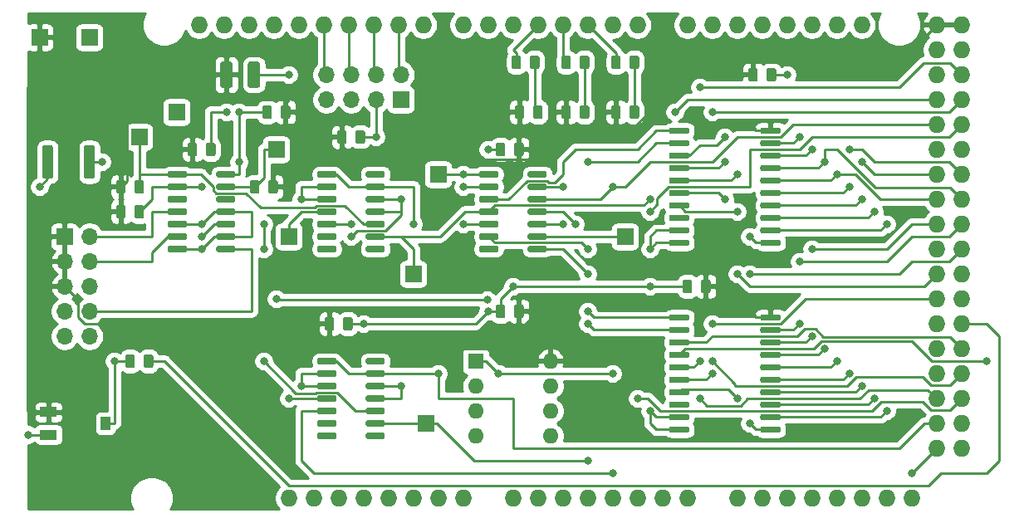
<source format=gbr>
G04 #@! TF.GenerationSoftware,KiCad,Pcbnew,(5.1.5-0-10_14)*
G04 #@! TF.CreationDate,2020-03-01T16:55:33-06:00*
G04 #@! TF.ProjectId,Electronic Target,456c6563-7472-46f6-9e69-632054617267,rev?*
G04 #@! TF.SameCoordinates,Original*
G04 #@! TF.FileFunction,Copper,L1,Top*
G04 #@! TF.FilePolarity,Positive*
%FSLAX46Y46*%
G04 Gerber Fmt 4.6, Leading zero omitted, Abs format (unit mm)*
G04 Created by KiCad (PCBNEW (5.1.5-0-10_14)) date 2020-03-01 16:55:33*
%MOMM*%
%LPD*%
G04 APERTURE LIST*
%ADD10O,1.727200X1.727200*%
%ADD11C,0.100000*%
%ADD12R,1.700000X1.700000*%
%ADD13O,1.700000X1.700000*%
%ADD14R,1.701800X0.990600*%
%ADD15R,0.990600X1.346200*%
%ADD16R,1.600000X1.600000*%
%ADD17O,1.600000X1.600000*%
%ADD18C,0.800000*%
%ADD19C,0.250000*%
%ADD20C,0.254000*%
G04 APERTURE END LIST*
D10*
X167640000Y-133350000D03*
X162560000Y-133350000D03*
X160020000Y-133350000D03*
X157480000Y-133350000D03*
X154940000Y-133350000D03*
X152400000Y-133350000D03*
X149860000Y-133350000D03*
X147320000Y-133350000D03*
X203200000Y-85090000D03*
X200660000Y-85090000D03*
X198120000Y-85090000D03*
X195580000Y-85090000D03*
X193040000Y-85090000D03*
X190500000Y-85090000D03*
X187960000Y-85090000D03*
X185420000Y-85090000D03*
X180340000Y-85090000D03*
X177800000Y-85090000D03*
X175260000Y-85090000D03*
X172720000Y-85090000D03*
X170180000Y-85090000D03*
X167640000Y-85090000D03*
X165100000Y-85090000D03*
X162560000Y-85090000D03*
X143256000Y-85090000D03*
X158496000Y-85090000D03*
X155956000Y-85090000D03*
X153416000Y-85090000D03*
X135636000Y-85090000D03*
X138176000Y-85090000D03*
X140716000Y-85090000D03*
X145796000Y-85090000D03*
X148336000Y-85090000D03*
X150876000Y-85090000D03*
X144780000Y-133350000D03*
X170180000Y-133350000D03*
X172720000Y-133350000D03*
X175260000Y-133350000D03*
X177800000Y-133350000D03*
X180340000Y-133350000D03*
X182880000Y-133350000D03*
X185420000Y-133350000D03*
X190500000Y-133350000D03*
X193040000Y-133350000D03*
X195580000Y-133350000D03*
X198120000Y-133350000D03*
X200660000Y-133350000D03*
X203200000Y-133350000D03*
X205740000Y-133350000D03*
X208280000Y-133350000D03*
X210820000Y-85090000D03*
X213360000Y-85090000D03*
X210820000Y-87630000D03*
X213360000Y-87630000D03*
X210820000Y-90170000D03*
X213360000Y-90170000D03*
X210820000Y-92710000D03*
X213360000Y-92710000D03*
X210820000Y-95250000D03*
X213360000Y-95250000D03*
X210820000Y-97790000D03*
X213360000Y-97790000D03*
X210820000Y-100330000D03*
X213360000Y-100330000D03*
X210820000Y-102870000D03*
X213360000Y-102870000D03*
X210820000Y-105410000D03*
X213360000Y-105410000D03*
X210820000Y-107950000D03*
X213360000Y-107950000D03*
X210820000Y-110490000D03*
X213360000Y-110490000D03*
X210820000Y-113030000D03*
X213360000Y-113030000D03*
X210820000Y-115570000D03*
X213360000Y-115570000D03*
X210820000Y-118110000D03*
X213360000Y-118110000D03*
X210820000Y-120650000D03*
X213360000Y-120650000D03*
X210820000Y-123190000D03*
X213360000Y-123190000D03*
X210820000Y-125730000D03*
X213360000Y-125730000D03*
X210820000Y-128270000D03*
X213360000Y-128270000D03*
G04 #@! TA.AperFunction,SMDPad,CuDef*
D11*
G36*
X185469703Y-95585722D02*
G01*
X185484264Y-95587882D01*
X185498543Y-95591459D01*
X185512403Y-95596418D01*
X185525710Y-95602712D01*
X185538336Y-95610280D01*
X185550159Y-95619048D01*
X185561066Y-95628934D01*
X185570952Y-95639841D01*
X185579720Y-95651664D01*
X185587288Y-95664290D01*
X185593582Y-95677597D01*
X185598541Y-95691457D01*
X185602118Y-95705736D01*
X185604278Y-95720297D01*
X185605000Y-95735000D01*
X185605000Y-96035000D01*
X185604278Y-96049703D01*
X185602118Y-96064264D01*
X185598541Y-96078543D01*
X185593582Y-96092403D01*
X185587288Y-96105710D01*
X185579720Y-96118336D01*
X185570952Y-96130159D01*
X185561066Y-96141066D01*
X185550159Y-96150952D01*
X185538336Y-96159720D01*
X185525710Y-96167288D01*
X185512403Y-96173582D01*
X185498543Y-96178541D01*
X185484264Y-96182118D01*
X185469703Y-96184278D01*
X185455000Y-96185000D01*
X183705000Y-96185000D01*
X183690297Y-96184278D01*
X183675736Y-96182118D01*
X183661457Y-96178541D01*
X183647597Y-96173582D01*
X183634290Y-96167288D01*
X183621664Y-96159720D01*
X183609841Y-96150952D01*
X183598934Y-96141066D01*
X183589048Y-96130159D01*
X183580280Y-96118336D01*
X183572712Y-96105710D01*
X183566418Y-96092403D01*
X183561459Y-96078543D01*
X183557882Y-96064264D01*
X183555722Y-96049703D01*
X183555000Y-96035000D01*
X183555000Y-95735000D01*
X183555722Y-95720297D01*
X183557882Y-95705736D01*
X183561459Y-95691457D01*
X183566418Y-95677597D01*
X183572712Y-95664290D01*
X183580280Y-95651664D01*
X183589048Y-95639841D01*
X183598934Y-95628934D01*
X183609841Y-95619048D01*
X183621664Y-95610280D01*
X183634290Y-95602712D01*
X183647597Y-95596418D01*
X183661457Y-95591459D01*
X183675736Y-95587882D01*
X183690297Y-95585722D01*
X183705000Y-95585000D01*
X185455000Y-95585000D01*
X185469703Y-95585722D01*
G37*
G04 #@! TD.AperFunction*
G04 #@! TA.AperFunction,SMDPad,CuDef*
G36*
X185469703Y-96855722D02*
G01*
X185484264Y-96857882D01*
X185498543Y-96861459D01*
X185512403Y-96866418D01*
X185525710Y-96872712D01*
X185538336Y-96880280D01*
X185550159Y-96889048D01*
X185561066Y-96898934D01*
X185570952Y-96909841D01*
X185579720Y-96921664D01*
X185587288Y-96934290D01*
X185593582Y-96947597D01*
X185598541Y-96961457D01*
X185602118Y-96975736D01*
X185604278Y-96990297D01*
X185605000Y-97005000D01*
X185605000Y-97305000D01*
X185604278Y-97319703D01*
X185602118Y-97334264D01*
X185598541Y-97348543D01*
X185593582Y-97362403D01*
X185587288Y-97375710D01*
X185579720Y-97388336D01*
X185570952Y-97400159D01*
X185561066Y-97411066D01*
X185550159Y-97420952D01*
X185538336Y-97429720D01*
X185525710Y-97437288D01*
X185512403Y-97443582D01*
X185498543Y-97448541D01*
X185484264Y-97452118D01*
X185469703Y-97454278D01*
X185455000Y-97455000D01*
X183705000Y-97455000D01*
X183690297Y-97454278D01*
X183675736Y-97452118D01*
X183661457Y-97448541D01*
X183647597Y-97443582D01*
X183634290Y-97437288D01*
X183621664Y-97429720D01*
X183609841Y-97420952D01*
X183598934Y-97411066D01*
X183589048Y-97400159D01*
X183580280Y-97388336D01*
X183572712Y-97375710D01*
X183566418Y-97362403D01*
X183561459Y-97348543D01*
X183557882Y-97334264D01*
X183555722Y-97319703D01*
X183555000Y-97305000D01*
X183555000Y-97005000D01*
X183555722Y-96990297D01*
X183557882Y-96975736D01*
X183561459Y-96961457D01*
X183566418Y-96947597D01*
X183572712Y-96934290D01*
X183580280Y-96921664D01*
X183589048Y-96909841D01*
X183598934Y-96898934D01*
X183609841Y-96889048D01*
X183621664Y-96880280D01*
X183634290Y-96872712D01*
X183647597Y-96866418D01*
X183661457Y-96861459D01*
X183675736Y-96857882D01*
X183690297Y-96855722D01*
X183705000Y-96855000D01*
X185455000Y-96855000D01*
X185469703Y-96855722D01*
G37*
G04 #@! TD.AperFunction*
G04 #@! TA.AperFunction,SMDPad,CuDef*
G36*
X185469703Y-98125722D02*
G01*
X185484264Y-98127882D01*
X185498543Y-98131459D01*
X185512403Y-98136418D01*
X185525710Y-98142712D01*
X185538336Y-98150280D01*
X185550159Y-98159048D01*
X185561066Y-98168934D01*
X185570952Y-98179841D01*
X185579720Y-98191664D01*
X185587288Y-98204290D01*
X185593582Y-98217597D01*
X185598541Y-98231457D01*
X185602118Y-98245736D01*
X185604278Y-98260297D01*
X185605000Y-98275000D01*
X185605000Y-98575000D01*
X185604278Y-98589703D01*
X185602118Y-98604264D01*
X185598541Y-98618543D01*
X185593582Y-98632403D01*
X185587288Y-98645710D01*
X185579720Y-98658336D01*
X185570952Y-98670159D01*
X185561066Y-98681066D01*
X185550159Y-98690952D01*
X185538336Y-98699720D01*
X185525710Y-98707288D01*
X185512403Y-98713582D01*
X185498543Y-98718541D01*
X185484264Y-98722118D01*
X185469703Y-98724278D01*
X185455000Y-98725000D01*
X183705000Y-98725000D01*
X183690297Y-98724278D01*
X183675736Y-98722118D01*
X183661457Y-98718541D01*
X183647597Y-98713582D01*
X183634290Y-98707288D01*
X183621664Y-98699720D01*
X183609841Y-98690952D01*
X183598934Y-98681066D01*
X183589048Y-98670159D01*
X183580280Y-98658336D01*
X183572712Y-98645710D01*
X183566418Y-98632403D01*
X183561459Y-98618543D01*
X183557882Y-98604264D01*
X183555722Y-98589703D01*
X183555000Y-98575000D01*
X183555000Y-98275000D01*
X183555722Y-98260297D01*
X183557882Y-98245736D01*
X183561459Y-98231457D01*
X183566418Y-98217597D01*
X183572712Y-98204290D01*
X183580280Y-98191664D01*
X183589048Y-98179841D01*
X183598934Y-98168934D01*
X183609841Y-98159048D01*
X183621664Y-98150280D01*
X183634290Y-98142712D01*
X183647597Y-98136418D01*
X183661457Y-98131459D01*
X183675736Y-98127882D01*
X183690297Y-98125722D01*
X183705000Y-98125000D01*
X185455000Y-98125000D01*
X185469703Y-98125722D01*
G37*
G04 #@! TD.AperFunction*
G04 #@! TA.AperFunction,SMDPad,CuDef*
G36*
X185469703Y-99395722D02*
G01*
X185484264Y-99397882D01*
X185498543Y-99401459D01*
X185512403Y-99406418D01*
X185525710Y-99412712D01*
X185538336Y-99420280D01*
X185550159Y-99429048D01*
X185561066Y-99438934D01*
X185570952Y-99449841D01*
X185579720Y-99461664D01*
X185587288Y-99474290D01*
X185593582Y-99487597D01*
X185598541Y-99501457D01*
X185602118Y-99515736D01*
X185604278Y-99530297D01*
X185605000Y-99545000D01*
X185605000Y-99845000D01*
X185604278Y-99859703D01*
X185602118Y-99874264D01*
X185598541Y-99888543D01*
X185593582Y-99902403D01*
X185587288Y-99915710D01*
X185579720Y-99928336D01*
X185570952Y-99940159D01*
X185561066Y-99951066D01*
X185550159Y-99960952D01*
X185538336Y-99969720D01*
X185525710Y-99977288D01*
X185512403Y-99983582D01*
X185498543Y-99988541D01*
X185484264Y-99992118D01*
X185469703Y-99994278D01*
X185455000Y-99995000D01*
X183705000Y-99995000D01*
X183690297Y-99994278D01*
X183675736Y-99992118D01*
X183661457Y-99988541D01*
X183647597Y-99983582D01*
X183634290Y-99977288D01*
X183621664Y-99969720D01*
X183609841Y-99960952D01*
X183598934Y-99951066D01*
X183589048Y-99940159D01*
X183580280Y-99928336D01*
X183572712Y-99915710D01*
X183566418Y-99902403D01*
X183561459Y-99888543D01*
X183557882Y-99874264D01*
X183555722Y-99859703D01*
X183555000Y-99845000D01*
X183555000Y-99545000D01*
X183555722Y-99530297D01*
X183557882Y-99515736D01*
X183561459Y-99501457D01*
X183566418Y-99487597D01*
X183572712Y-99474290D01*
X183580280Y-99461664D01*
X183589048Y-99449841D01*
X183598934Y-99438934D01*
X183609841Y-99429048D01*
X183621664Y-99420280D01*
X183634290Y-99412712D01*
X183647597Y-99406418D01*
X183661457Y-99401459D01*
X183675736Y-99397882D01*
X183690297Y-99395722D01*
X183705000Y-99395000D01*
X185455000Y-99395000D01*
X185469703Y-99395722D01*
G37*
G04 #@! TD.AperFunction*
G04 #@! TA.AperFunction,SMDPad,CuDef*
G36*
X185469703Y-100665722D02*
G01*
X185484264Y-100667882D01*
X185498543Y-100671459D01*
X185512403Y-100676418D01*
X185525710Y-100682712D01*
X185538336Y-100690280D01*
X185550159Y-100699048D01*
X185561066Y-100708934D01*
X185570952Y-100719841D01*
X185579720Y-100731664D01*
X185587288Y-100744290D01*
X185593582Y-100757597D01*
X185598541Y-100771457D01*
X185602118Y-100785736D01*
X185604278Y-100800297D01*
X185605000Y-100815000D01*
X185605000Y-101115000D01*
X185604278Y-101129703D01*
X185602118Y-101144264D01*
X185598541Y-101158543D01*
X185593582Y-101172403D01*
X185587288Y-101185710D01*
X185579720Y-101198336D01*
X185570952Y-101210159D01*
X185561066Y-101221066D01*
X185550159Y-101230952D01*
X185538336Y-101239720D01*
X185525710Y-101247288D01*
X185512403Y-101253582D01*
X185498543Y-101258541D01*
X185484264Y-101262118D01*
X185469703Y-101264278D01*
X185455000Y-101265000D01*
X183705000Y-101265000D01*
X183690297Y-101264278D01*
X183675736Y-101262118D01*
X183661457Y-101258541D01*
X183647597Y-101253582D01*
X183634290Y-101247288D01*
X183621664Y-101239720D01*
X183609841Y-101230952D01*
X183598934Y-101221066D01*
X183589048Y-101210159D01*
X183580280Y-101198336D01*
X183572712Y-101185710D01*
X183566418Y-101172403D01*
X183561459Y-101158543D01*
X183557882Y-101144264D01*
X183555722Y-101129703D01*
X183555000Y-101115000D01*
X183555000Y-100815000D01*
X183555722Y-100800297D01*
X183557882Y-100785736D01*
X183561459Y-100771457D01*
X183566418Y-100757597D01*
X183572712Y-100744290D01*
X183580280Y-100731664D01*
X183589048Y-100719841D01*
X183598934Y-100708934D01*
X183609841Y-100699048D01*
X183621664Y-100690280D01*
X183634290Y-100682712D01*
X183647597Y-100676418D01*
X183661457Y-100671459D01*
X183675736Y-100667882D01*
X183690297Y-100665722D01*
X183705000Y-100665000D01*
X185455000Y-100665000D01*
X185469703Y-100665722D01*
G37*
G04 #@! TD.AperFunction*
G04 #@! TA.AperFunction,SMDPad,CuDef*
G36*
X185469703Y-101935722D02*
G01*
X185484264Y-101937882D01*
X185498543Y-101941459D01*
X185512403Y-101946418D01*
X185525710Y-101952712D01*
X185538336Y-101960280D01*
X185550159Y-101969048D01*
X185561066Y-101978934D01*
X185570952Y-101989841D01*
X185579720Y-102001664D01*
X185587288Y-102014290D01*
X185593582Y-102027597D01*
X185598541Y-102041457D01*
X185602118Y-102055736D01*
X185604278Y-102070297D01*
X185605000Y-102085000D01*
X185605000Y-102385000D01*
X185604278Y-102399703D01*
X185602118Y-102414264D01*
X185598541Y-102428543D01*
X185593582Y-102442403D01*
X185587288Y-102455710D01*
X185579720Y-102468336D01*
X185570952Y-102480159D01*
X185561066Y-102491066D01*
X185550159Y-102500952D01*
X185538336Y-102509720D01*
X185525710Y-102517288D01*
X185512403Y-102523582D01*
X185498543Y-102528541D01*
X185484264Y-102532118D01*
X185469703Y-102534278D01*
X185455000Y-102535000D01*
X183705000Y-102535000D01*
X183690297Y-102534278D01*
X183675736Y-102532118D01*
X183661457Y-102528541D01*
X183647597Y-102523582D01*
X183634290Y-102517288D01*
X183621664Y-102509720D01*
X183609841Y-102500952D01*
X183598934Y-102491066D01*
X183589048Y-102480159D01*
X183580280Y-102468336D01*
X183572712Y-102455710D01*
X183566418Y-102442403D01*
X183561459Y-102428543D01*
X183557882Y-102414264D01*
X183555722Y-102399703D01*
X183555000Y-102385000D01*
X183555000Y-102085000D01*
X183555722Y-102070297D01*
X183557882Y-102055736D01*
X183561459Y-102041457D01*
X183566418Y-102027597D01*
X183572712Y-102014290D01*
X183580280Y-102001664D01*
X183589048Y-101989841D01*
X183598934Y-101978934D01*
X183609841Y-101969048D01*
X183621664Y-101960280D01*
X183634290Y-101952712D01*
X183647597Y-101946418D01*
X183661457Y-101941459D01*
X183675736Y-101937882D01*
X183690297Y-101935722D01*
X183705000Y-101935000D01*
X185455000Y-101935000D01*
X185469703Y-101935722D01*
G37*
G04 #@! TD.AperFunction*
G04 #@! TA.AperFunction,SMDPad,CuDef*
G36*
X185469703Y-103205722D02*
G01*
X185484264Y-103207882D01*
X185498543Y-103211459D01*
X185512403Y-103216418D01*
X185525710Y-103222712D01*
X185538336Y-103230280D01*
X185550159Y-103239048D01*
X185561066Y-103248934D01*
X185570952Y-103259841D01*
X185579720Y-103271664D01*
X185587288Y-103284290D01*
X185593582Y-103297597D01*
X185598541Y-103311457D01*
X185602118Y-103325736D01*
X185604278Y-103340297D01*
X185605000Y-103355000D01*
X185605000Y-103655000D01*
X185604278Y-103669703D01*
X185602118Y-103684264D01*
X185598541Y-103698543D01*
X185593582Y-103712403D01*
X185587288Y-103725710D01*
X185579720Y-103738336D01*
X185570952Y-103750159D01*
X185561066Y-103761066D01*
X185550159Y-103770952D01*
X185538336Y-103779720D01*
X185525710Y-103787288D01*
X185512403Y-103793582D01*
X185498543Y-103798541D01*
X185484264Y-103802118D01*
X185469703Y-103804278D01*
X185455000Y-103805000D01*
X183705000Y-103805000D01*
X183690297Y-103804278D01*
X183675736Y-103802118D01*
X183661457Y-103798541D01*
X183647597Y-103793582D01*
X183634290Y-103787288D01*
X183621664Y-103779720D01*
X183609841Y-103770952D01*
X183598934Y-103761066D01*
X183589048Y-103750159D01*
X183580280Y-103738336D01*
X183572712Y-103725710D01*
X183566418Y-103712403D01*
X183561459Y-103698543D01*
X183557882Y-103684264D01*
X183555722Y-103669703D01*
X183555000Y-103655000D01*
X183555000Y-103355000D01*
X183555722Y-103340297D01*
X183557882Y-103325736D01*
X183561459Y-103311457D01*
X183566418Y-103297597D01*
X183572712Y-103284290D01*
X183580280Y-103271664D01*
X183589048Y-103259841D01*
X183598934Y-103248934D01*
X183609841Y-103239048D01*
X183621664Y-103230280D01*
X183634290Y-103222712D01*
X183647597Y-103216418D01*
X183661457Y-103211459D01*
X183675736Y-103207882D01*
X183690297Y-103205722D01*
X183705000Y-103205000D01*
X185455000Y-103205000D01*
X185469703Y-103205722D01*
G37*
G04 #@! TD.AperFunction*
G04 #@! TA.AperFunction,SMDPad,CuDef*
G36*
X185469703Y-104475722D02*
G01*
X185484264Y-104477882D01*
X185498543Y-104481459D01*
X185512403Y-104486418D01*
X185525710Y-104492712D01*
X185538336Y-104500280D01*
X185550159Y-104509048D01*
X185561066Y-104518934D01*
X185570952Y-104529841D01*
X185579720Y-104541664D01*
X185587288Y-104554290D01*
X185593582Y-104567597D01*
X185598541Y-104581457D01*
X185602118Y-104595736D01*
X185604278Y-104610297D01*
X185605000Y-104625000D01*
X185605000Y-104925000D01*
X185604278Y-104939703D01*
X185602118Y-104954264D01*
X185598541Y-104968543D01*
X185593582Y-104982403D01*
X185587288Y-104995710D01*
X185579720Y-105008336D01*
X185570952Y-105020159D01*
X185561066Y-105031066D01*
X185550159Y-105040952D01*
X185538336Y-105049720D01*
X185525710Y-105057288D01*
X185512403Y-105063582D01*
X185498543Y-105068541D01*
X185484264Y-105072118D01*
X185469703Y-105074278D01*
X185455000Y-105075000D01*
X183705000Y-105075000D01*
X183690297Y-105074278D01*
X183675736Y-105072118D01*
X183661457Y-105068541D01*
X183647597Y-105063582D01*
X183634290Y-105057288D01*
X183621664Y-105049720D01*
X183609841Y-105040952D01*
X183598934Y-105031066D01*
X183589048Y-105020159D01*
X183580280Y-105008336D01*
X183572712Y-104995710D01*
X183566418Y-104982403D01*
X183561459Y-104968543D01*
X183557882Y-104954264D01*
X183555722Y-104939703D01*
X183555000Y-104925000D01*
X183555000Y-104625000D01*
X183555722Y-104610297D01*
X183557882Y-104595736D01*
X183561459Y-104581457D01*
X183566418Y-104567597D01*
X183572712Y-104554290D01*
X183580280Y-104541664D01*
X183589048Y-104529841D01*
X183598934Y-104518934D01*
X183609841Y-104509048D01*
X183621664Y-104500280D01*
X183634290Y-104492712D01*
X183647597Y-104486418D01*
X183661457Y-104481459D01*
X183675736Y-104477882D01*
X183690297Y-104475722D01*
X183705000Y-104475000D01*
X185455000Y-104475000D01*
X185469703Y-104475722D01*
G37*
G04 #@! TD.AperFunction*
G04 #@! TA.AperFunction,SMDPad,CuDef*
G36*
X185469703Y-105745722D02*
G01*
X185484264Y-105747882D01*
X185498543Y-105751459D01*
X185512403Y-105756418D01*
X185525710Y-105762712D01*
X185538336Y-105770280D01*
X185550159Y-105779048D01*
X185561066Y-105788934D01*
X185570952Y-105799841D01*
X185579720Y-105811664D01*
X185587288Y-105824290D01*
X185593582Y-105837597D01*
X185598541Y-105851457D01*
X185602118Y-105865736D01*
X185604278Y-105880297D01*
X185605000Y-105895000D01*
X185605000Y-106195000D01*
X185604278Y-106209703D01*
X185602118Y-106224264D01*
X185598541Y-106238543D01*
X185593582Y-106252403D01*
X185587288Y-106265710D01*
X185579720Y-106278336D01*
X185570952Y-106290159D01*
X185561066Y-106301066D01*
X185550159Y-106310952D01*
X185538336Y-106319720D01*
X185525710Y-106327288D01*
X185512403Y-106333582D01*
X185498543Y-106338541D01*
X185484264Y-106342118D01*
X185469703Y-106344278D01*
X185455000Y-106345000D01*
X183705000Y-106345000D01*
X183690297Y-106344278D01*
X183675736Y-106342118D01*
X183661457Y-106338541D01*
X183647597Y-106333582D01*
X183634290Y-106327288D01*
X183621664Y-106319720D01*
X183609841Y-106310952D01*
X183598934Y-106301066D01*
X183589048Y-106290159D01*
X183580280Y-106278336D01*
X183572712Y-106265710D01*
X183566418Y-106252403D01*
X183561459Y-106238543D01*
X183557882Y-106224264D01*
X183555722Y-106209703D01*
X183555000Y-106195000D01*
X183555000Y-105895000D01*
X183555722Y-105880297D01*
X183557882Y-105865736D01*
X183561459Y-105851457D01*
X183566418Y-105837597D01*
X183572712Y-105824290D01*
X183580280Y-105811664D01*
X183589048Y-105799841D01*
X183598934Y-105788934D01*
X183609841Y-105779048D01*
X183621664Y-105770280D01*
X183634290Y-105762712D01*
X183647597Y-105756418D01*
X183661457Y-105751459D01*
X183675736Y-105747882D01*
X183690297Y-105745722D01*
X183705000Y-105745000D01*
X185455000Y-105745000D01*
X185469703Y-105745722D01*
G37*
G04 #@! TD.AperFunction*
G04 #@! TA.AperFunction,SMDPad,CuDef*
G36*
X185469703Y-107015722D02*
G01*
X185484264Y-107017882D01*
X185498543Y-107021459D01*
X185512403Y-107026418D01*
X185525710Y-107032712D01*
X185538336Y-107040280D01*
X185550159Y-107049048D01*
X185561066Y-107058934D01*
X185570952Y-107069841D01*
X185579720Y-107081664D01*
X185587288Y-107094290D01*
X185593582Y-107107597D01*
X185598541Y-107121457D01*
X185602118Y-107135736D01*
X185604278Y-107150297D01*
X185605000Y-107165000D01*
X185605000Y-107465000D01*
X185604278Y-107479703D01*
X185602118Y-107494264D01*
X185598541Y-107508543D01*
X185593582Y-107522403D01*
X185587288Y-107535710D01*
X185579720Y-107548336D01*
X185570952Y-107560159D01*
X185561066Y-107571066D01*
X185550159Y-107580952D01*
X185538336Y-107589720D01*
X185525710Y-107597288D01*
X185512403Y-107603582D01*
X185498543Y-107608541D01*
X185484264Y-107612118D01*
X185469703Y-107614278D01*
X185455000Y-107615000D01*
X183705000Y-107615000D01*
X183690297Y-107614278D01*
X183675736Y-107612118D01*
X183661457Y-107608541D01*
X183647597Y-107603582D01*
X183634290Y-107597288D01*
X183621664Y-107589720D01*
X183609841Y-107580952D01*
X183598934Y-107571066D01*
X183589048Y-107560159D01*
X183580280Y-107548336D01*
X183572712Y-107535710D01*
X183566418Y-107522403D01*
X183561459Y-107508543D01*
X183557882Y-107494264D01*
X183555722Y-107479703D01*
X183555000Y-107465000D01*
X183555000Y-107165000D01*
X183555722Y-107150297D01*
X183557882Y-107135736D01*
X183561459Y-107121457D01*
X183566418Y-107107597D01*
X183572712Y-107094290D01*
X183580280Y-107081664D01*
X183589048Y-107069841D01*
X183598934Y-107058934D01*
X183609841Y-107049048D01*
X183621664Y-107040280D01*
X183634290Y-107032712D01*
X183647597Y-107026418D01*
X183661457Y-107021459D01*
X183675736Y-107017882D01*
X183690297Y-107015722D01*
X183705000Y-107015000D01*
X185455000Y-107015000D01*
X185469703Y-107015722D01*
G37*
G04 #@! TD.AperFunction*
G04 #@! TA.AperFunction,SMDPad,CuDef*
G36*
X194769703Y-107015722D02*
G01*
X194784264Y-107017882D01*
X194798543Y-107021459D01*
X194812403Y-107026418D01*
X194825710Y-107032712D01*
X194838336Y-107040280D01*
X194850159Y-107049048D01*
X194861066Y-107058934D01*
X194870952Y-107069841D01*
X194879720Y-107081664D01*
X194887288Y-107094290D01*
X194893582Y-107107597D01*
X194898541Y-107121457D01*
X194902118Y-107135736D01*
X194904278Y-107150297D01*
X194905000Y-107165000D01*
X194905000Y-107465000D01*
X194904278Y-107479703D01*
X194902118Y-107494264D01*
X194898541Y-107508543D01*
X194893582Y-107522403D01*
X194887288Y-107535710D01*
X194879720Y-107548336D01*
X194870952Y-107560159D01*
X194861066Y-107571066D01*
X194850159Y-107580952D01*
X194838336Y-107589720D01*
X194825710Y-107597288D01*
X194812403Y-107603582D01*
X194798543Y-107608541D01*
X194784264Y-107612118D01*
X194769703Y-107614278D01*
X194755000Y-107615000D01*
X193005000Y-107615000D01*
X192990297Y-107614278D01*
X192975736Y-107612118D01*
X192961457Y-107608541D01*
X192947597Y-107603582D01*
X192934290Y-107597288D01*
X192921664Y-107589720D01*
X192909841Y-107580952D01*
X192898934Y-107571066D01*
X192889048Y-107560159D01*
X192880280Y-107548336D01*
X192872712Y-107535710D01*
X192866418Y-107522403D01*
X192861459Y-107508543D01*
X192857882Y-107494264D01*
X192855722Y-107479703D01*
X192855000Y-107465000D01*
X192855000Y-107165000D01*
X192855722Y-107150297D01*
X192857882Y-107135736D01*
X192861459Y-107121457D01*
X192866418Y-107107597D01*
X192872712Y-107094290D01*
X192880280Y-107081664D01*
X192889048Y-107069841D01*
X192898934Y-107058934D01*
X192909841Y-107049048D01*
X192921664Y-107040280D01*
X192934290Y-107032712D01*
X192947597Y-107026418D01*
X192961457Y-107021459D01*
X192975736Y-107017882D01*
X192990297Y-107015722D01*
X193005000Y-107015000D01*
X194755000Y-107015000D01*
X194769703Y-107015722D01*
G37*
G04 #@! TD.AperFunction*
G04 #@! TA.AperFunction,SMDPad,CuDef*
G36*
X194769703Y-105745722D02*
G01*
X194784264Y-105747882D01*
X194798543Y-105751459D01*
X194812403Y-105756418D01*
X194825710Y-105762712D01*
X194838336Y-105770280D01*
X194850159Y-105779048D01*
X194861066Y-105788934D01*
X194870952Y-105799841D01*
X194879720Y-105811664D01*
X194887288Y-105824290D01*
X194893582Y-105837597D01*
X194898541Y-105851457D01*
X194902118Y-105865736D01*
X194904278Y-105880297D01*
X194905000Y-105895000D01*
X194905000Y-106195000D01*
X194904278Y-106209703D01*
X194902118Y-106224264D01*
X194898541Y-106238543D01*
X194893582Y-106252403D01*
X194887288Y-106265710D01*
X194879720Y-106278336D01*
X194870952Y-106290159D01*
X194861066Y-106301066D01*
X194850159Y-106310952D01*
X194838336Y-106319720D01*
X194825710Y-106327288D01*
X194812403Y-106333582D01*
X194798543Y-106338541D01*
X194784264Y-106342118D01*
X194769703Y-106344278D01*
X194755000Y-106345000D01*
X193005000Y-106345000D01*
X192990297Y-106344278D01*
X192975736Y-106342118D01*
X192961457Y-106338541D01*
X192947597Y-106333582D01*
X192934290Y-106327288D01*
X192921664Y-106319720D01*
X192909841Y-106310952D01*
X192898934Y-106301066D01*
X192889048Y-106290159D01*
X192880280Y-106278336D01*
X192872712Y-106265710D01*
X192866418Y-106252403D01*
X192861459Y-106238543D01*
X192857882Y-106224264D01*
X192855722Y-106209703D01*
X192855000Y-106195000D01*
X192855000Y-105895000D01*
X192855722Y-105880297D01*
X192857882Y-105865736D01*
X192861459Y-105851457D01*
X192866418Y-105837597D01*
X192872712Y-105824290D01*
X192880280Y-105811664D01*
X192889048Y-105799841D01*
X192898934Y-105788934D01*
X192909841Y-105779048D01*
X192921664Y-105770280D01*
X192934290Y-105762712D01*
X192947597Y-105756418D01*
X192961457Y-105751459D01*
X192975736Y-105747882D01*
X192990297Y-105745722D01*
X193005000Y-105745000D01*
X194755000Y-105745000D01*
X194769703Y-105745722D01*
G37*
G04 #@! TD.AperFunction*
G04 #@! TA.AperFunction,SMDPad,CuDef*
G36*
X194769703Y-104475722D02*
G01*
X194784264Y-104477882D01*
X194798543Y-104481459D01*
X194812403Y-104486418D01*
X194825710Y-104492712D01*
X194838336Y-104500280D01*
X194850159Y-104509048D01*
X194861066Y-104518934D01*
X194870952Y-104529841D01*
X194879720Y-104541664D01*
X194887288Y-104554290D01*
X194893582Y-104567597D01*
X194898541Y-104581457D01*
X194902118Y-104595736D01*
X194904278Y-104610297D01*
X194905000Y-104625000D01*
X194905000Y-104925000D01*
X194904278Y-104939703D01*
X194902118Y-104954264D01*
X194898541Y-104968543D01*
X194893582Y-104982403D01*
X194887288Y-104995710D01*
X194879720Y-105008336D01*
X194870952Y-105020159D01*
X194861066Y-105031066D01*
X194850159Y-105040952D01*
X194838336Y-105049720D01*
X194825710Y-105057288D01*
X194812403Y-105063582D01*
X194798543Y-105068541D01*
X194784264Y-105072118D01*
X194769703Y-105074278D01*
X194755000Y-105075000D01*
X193005000Y-105075000D01*
X192990297Y-105074278D01*
X192975736Y-105072118D01*
X192961457Y-105068541D01*
X192947597Y-105063582D01*
X192934290Y-105057288D01*
X192921664Y-105049720D01*
X192909841Y-105040952D01*
X192898934Y-105031066D01*
X192889048Y-105020159D01*
X192880280Y-105008336D01*
X192872712Y-104995710D01*
X192866418Y-104982403D01*
X192861459Y-104968543D01*
X192857882Y-104954264D01*
X192855722Y-104939703D01*
X192855000Y-104925000D01*
X192855000Y-104625000D01*
X192855722Y-104610297D01*
X192857882Y-104595736D01*
X192861459Y-104581457D01*
X192866418Y-104567597D01*
X192872712Y-104554290D01*
X192880280Y-104541664D01*
X192889048Y-104529841D01*
X192898934Y-104518934D01*
X192909841Y-104509048D01*
X192921664Y-104500280D01*
X192934290Y-104492712D01*
X192947597Y-104486418D01*
X192961457Y-104481459D01*
X192975736Y-104477882D01*
X192990297Y-104475722D01*
X193005000Y-104475000D01*
X194755000Y-104475000D01*
X194769703Y-104475722D01*
G37*
G04 #@! TD.AperFunction*
G04 #@! TA.AperFunction,SMDPad,CuDef*
G36*
X194769703Y-103205722D02*
G01*
X194784264Y-103207882D01*
X194798543Y-103211459D01*
X194812403Y-103216418D01*
X194825710Y-103222712D01*
X194838336Y-103230280D01*
X194850159Y-103239048D01*
X194861066Y-103248934D01*
X194870952Y-103259841D01*
X194879720Y-103271664D01*
X194887288Y-103284290D01*
X194893582Y-103297597D01*
X194898541Y-103311457D01*
X194902118Y-103325736D01*
X194904278Y-103340297D01*
X194905000Y-103355000D01*
X194905000Y-103655000D01*
X194904278Y-103669703D01*
X194902118Y-103684264D01*
X194898541Y-103698543D01*
X194893582Y-103712403D01*
X194887288Y-103725710D01*
X194879720Y-103738336D01*
X194870952Y-103750159D01*
X194861066Y-103761066D01*
X194850159Y-103770952D01*
X194838336Y-103779720D01*
X194825710Y-103787288D01*
X194812403Y-103793582D01*
X194798543Y-103798541D01*
X194784264Y-103802118D01*
X194769703Y-103804278D01*
X194755000Y-103805000D01*
X193005000Y-103805000D01*
X192990297Y-103804278D01*
X192975736Y-103802118D01*
X192961457Y-103798541D01*
X192947597Y-103793582D01*
X192934290Y-103787288D01*
X192921664Y-103779720D01*
X192909841Y-103770952D01*
X192898934Y-103761066D01*
X192889048Y-103750159D01*
X192880280Y-103738336D01*
X192872712Y-103725710D01*
X192866418Y-103712403D01*
X192861459Y-103698543D01*
X192857882Y-103684264D01*
X192855722Y-103669703D01*
X192855000Y-103655000D01*
X192855000Y-103355000D01*
X192855722Y-103340297D01*
X192857882Y-103325736D01*
X192861459Y-103311457D01*
X192866418Y-103297597D01*
X192872712Y-103284290D01*
X192880280Y-103271664D01*
X192889048Y-103259841D01*
X192898934Y-103248934D01*
X192909841Y-103239048D01*
X192921664Y-103230280D01*
X192934290Y-103222712D01*
X192947597Y-103216418D01*
X192961457Y-103211459D01*
X192975736Y-103207882D01*
X192990297Y-103205722D01*
X193005000Y-103205000D01*
X194755000Y-103205000D01*
X194769703Y-103205722D01*
G37*
G04 #@! TD.AperFunction*
G04 #@! TA.AperFunction,SMDPad,CuDef*
G36*
X194769703Y-101935722D02*
G01*
X194784264Y-101937882D01*
X194798543Y-101941459D01*
X194812403Y-101946418D01*
X194825710Y-101952712D01*
X194838336Y-101960280D01*
X194850159Y-101969048D01*
X194861066Y-101978934D01*
X194870952Y-101989841D01*
X194879720Y-102001664D01*
X194887288Y-102014290D01*
X194893582Y-102027597D01*
X194898541Y-102041457D01*
X194902118Y-102055736D01*
X194904278Y-102070297D01*
X194905000Y-102085000D01*
X194905000Y-102385000D01*
X194904278Y-102399703D01*
X194902118Y-102414264D01*
X194898541Y-102428543D01*
X194893582Y-102442403D01*
X194887288Y-102455710D01*
X194879720Y-102468336D01*
X194870952Y-102480159D01*
X194861066Y-102491066D01*
X194850159Y-102500952D01*
X194838336Y-102509720D01*
X194825710Y-102517288D01*
X194812403Y-102523582D01*
X194798543Y-102528541D01*
X194784264Y-102532118D01*
X194769703Y-102534278D01*
X194755000Y-102535000D01*
X193005000Y-102535000D01*
X192990297Y-102534278D01*
X192975736Y-102532118D01*
X192961457Y-102528541D01*
X192947597Y-102523582D01*
X192934290Y-102517288D01*
X192921664Y-102509720D01*
X192909841Y-102500952D01*
X192898934Y-102491066D01*
X192889048Y-102480159D01*
X192880280Y-102468336D01*
X192872712Y-102455710D01*
X192866418Y-102442403D01*
X192861459Y-102428543D01*
X192857882Y-102414264D01*
X192855722Y-102399703D01*
X192855000Y-102385000D01*
X192855000Y-102085000D01*
X192855722Y-102070297D01*
X192857882Y-102055736D01*
X192861459Y-102041457D01*
X192866418Y-102027597D01*
X192872712Y-102014290D01*
X192880280Y-102001664D01*
X192889048Y-101989841D01*
X192898934Y-101978934D01*
X192909841Y-101969048D01*
X192921664Y-101960280D01*
X192934290Y-101952712D01*
X192947597Y-101946418D01*
X192961457Y-101941459D01*
X192975736Y-101937882D01*
X192990297Y-101935722D01*
X193005000Y-101935000D01*
X194755000Y-101935000D01*
X194769703Y-101935722D01*
G37*
G04 #@! TD.AperFunction*
G04 #@! TA.AperFunction,SMDPad,CuDef*
G36*
X194769703Y-100665722D02*
G01*
X194784264Y-100667882D01*
X194798543Y-100671459D01*
X194812403Y-100676418D01*
X194825710Y-100682712D01*
X194838336Y-100690280D01*
X194850159Y-100699048D01*
X194861066Y-100708934D01*
X194870952Y-100719841D01*
X194879720Y-100731664D01*
X194887288Y-100744290D01*
X194893582Y-100757597D01*
X194898541Y-100771457D01*
X194902118Y-100785736D01*
X194904278Y-100800297D01*
X194905000Y-100815000D01*
X194905000Y-101115000D01*
X194904278Y-101129703D01*
X194902118Y-101144264D01*
X194898541Y-101158543D01*
X194893582Y-101172403D01*
X194887288Y-101185710D01*
X194879720Y-101198336D01*
X194870952Y-101210159D01*
X194861066Y-101221066D01*
X194850159Y-101230952D01*
X194838336Y-101239720D01*
X194825710Y-101247288D01*
X194812403Y-101253582D01*
X194798543Y-101258541D01*
X194784264Y-101262118D01*
X194769703Y-101264278D01*
X194755000Y-101265000D01*
X193005000Y-101265000D01*
X192990297Y-101264278D01*
X192975736Y-101262118D01*
X192961457Y-101258541D01*
X192947597Y-101253582D01*
X192934290Y-101247288D01*
X192921664Y-101239720D01*
X192909841Y-101230952D01*
X192898934Y-101221066D01*
X192889048Y-101210159D01*
X192880280Y-101198336D01*
X192872712Y-101185710D01*
X192866418Y-101172403D01*
X192861459Y-101158543D01*
X192857882Y-101144264D01*
X192855722Y-101129703D01*
X192855000Y-101115000D01*
X192855000Y-100815000D01*
X192855722Y-100800297D01*
X192857882Y-100785736D01*
X192861459Y-100771457D01*
X192866418Y-100757597D01*
X192872712Y-100744290D01*
X192880280Y-100731664D01*
X192889048Y-100719841D01*
X192898934Y-100708934D01*
X192909841Y-100699048D01*
X192921664Y-100690280D01*
X192934290Y-100682712D01*
X192947597Y-100676418D01*
X192961457Y-100671459D01*
X192975736Y-100667882D01*
X192990297Y-100665722D01*
X193005000Y-100665000D01*
X194755000Y-100665000D01*
X194769703Y-100665722D01*
G37*
G04 #@! TD.AperFunction*
G04 #@! TA.AperFunction,SMDPad,CuDef*
G36*
X194769703Y-99395722D02*
G01*
X194784264Y-99397882D01*
X194798543Y-99401459D01*
X194812403Y-99406418D01*
X194825710Y-99412712D01*
X194838336Y-99420280D01*
X194850159Y-99429048D01*
X194861066Y-99438934D01*
X194870952Y-99449841D01*
X194879720Y-99461664D01*
X194887288Y-99474290D01*
X194893582Y-99487597D01*
X194898541Y-99501457D01*
X194902118Y-99515736D01*
X194904278Y-99530297D01*
X194905000Y-99545000D01*
X194905000Y-99845000D01*
X194904278Y-99859703D01*
X194902118Y-99874264D01*
X194898541Y-99888543D01*
X194893582Y-99902403D01*
X194887288Y-99915710D01*
X194879720Y-99928336D01*
X194870952Y-99940159D01*
X194861066Y-99951066D01*
X194850159Y-99960952D01*
X194838336Y-99969720D01*
X194825710Y-99977288D01*
X194812403Y-99983582D01*
X194798543Y-99988541D01*
X194784264Y-99992118D01*
X194769703Y-99994278D01*
X194755000Y-99995000D01*
X193005000Y-99995000D01*
X192990297Y-99994278D01*
X192975736Y-99992118D01*
X192961457Y-99988541D01*
X192947597Y-99983582D01*
X192934290Y-99977288D01*
X192921664Y-99969720D01*
X192909841Y-99960952D01*
X192898934Y-99951066D01*
X192889048Y-99940159D01*
X192880280Y-99928336D01*
X192872712Y-99915710D01*
X192866418Y-99902403D01*
X192861459Y-99888543D01*
X192857882Y-99874264D01*
X192855722Y-99859703D01*
X192855000Y-99845000D01*
X192855000Y-99545000D01*
X192855722Y-99530297D01*
X192857882Y-99515736D01*
X192861459Y-99501457D01*
X192866418Y-99487597D01*
X192872712Y-99474290D01*
X192880280Y-99461664D01*
X192889048Y-99449841D01*
X192898934Y-99438934D01*
X192909841Y-99429048D01*
X192921664Y-99420280D01*
X192934290Y-99412712D01*
X192947597Y-99406418D01*
X192961457Y-99401459D01*
X192975736Y-99397882D01*
X192990297Y-99395722D01*
X193005000Y-99395000D01*
X194755000Y-99395000D01*
X194769703Y-99395722D01*
G37*
G04 #@! TD.AperFunction*
G04 #@! TA.AperFunction,SMDPad,CuDef*
G36*
X194769703Y-98125722D02*
G01*
X194784264Y-98127882D01*
X194798543Y-98131459D01*
X194812403Y-98136418D01*
X194825710Y-98142712D01*
X194838336Y-98150280D01*
X194850159Y-98159048D01*
X194861066Y-98168934D01*
X194870952Y-98179841D01*
X194879720Y-98191664D01*
X194887288Y-98204290D01*
X194893582Y-98217597D01*
X194898541Y-98231457D01*
X194902118Y-98245736D01*
X194904278Y-98260297D01*
X194905000Y-98275000D01*
X194905000Y-98575000D01*
X194904278Y-98589703D01*
X194902118Y-98604264D01*
X194898541Y-98618543D01*
X194893582Y-98632403D01*
X194887288Y-98645710D01*
X194879720Y-98658336D01*
X194870952Y-98670159D01*
X194861066Y-98681066D01*
X194850159Y-98690952D01*
X194838336Y-98699720D01*
X194825710Y-98707288D01*
X194812403Y-98713582D01*
X194798543Y-98718541D01*
X194784264Y-98722118D01*
X194769703Y-98724278D01*
X194755000Y-98725000D01*
X193005000Y-98725000D01*
X192990297Y-98724278D01*
X192975736Y-98722118D01*
X192961457Y-98718541D01*
X192947597Y-98713582D01*
X192934290Y-98707288D01*
X192921664Y-98699720D01*
X192909841Y-98690952D01*
X192898934Y-98681066D01*
X192889048Y-98670159D01*
X192880280Y-98658336D01*
X192872712Y-98645710D01*
X192866418Y-98632403D01*
X192861459Y-98618543D01*
X192857882Y-98604264D01*
X192855722Y-98589703D01*
X192855000Y-98575000D01*
X192855000Y-98275000D01*
X192855722Y-98260297D01*
X192857882Y-98245736D01*
X192861459Y-98231457D01*
X192866418Y-98217597D01*
X192872712Y-98204290D01*
X192880280Y-98191664D01*
X192889048Y-98179841D01*
X192898934Y-98168934D01*
X192909841Y-98159048D01*
X192921664Y-98150280D01*
X192934290Y-98142712D01*
X192947597Y-98136418D01*
X192961457Y-98131459D01*
X192975736Y-98127882D01*
X192990297Y-98125722D01*
X193005000Y-98125000D01*
X194755000Y-98125000D01*
X194769703Y-98125722D01*
G37*
G04 #@! TD.AperFunction*
G04 #@! TA.AperFunction,SMDPad,CuDef*
G36*
X194769703Y-96855722D02*
G01*
X194784264Y-96857882D01*
X194798543Y-96861459D01*
X194812403Y-96866418D01*
X194825710Y-96872712D01*
X194838336Y-96880280D01*
X194850159Y-96889048D01*
X194861066Y-96898934D01*
X194870952Y-96909841D01*
X194879720Y-96921664D01*
X194887288Y-96934290D01*
X194893582Y-96947597D01*
X194898541Y-96961457D01*
X194902118Y-96975736D01*
X194904278Y-96990297D01*
X194905000Y-97005000D01*
X194905000Y-97305000D01*
X194904278Y-97319703D01*
X194902118Y-97334264D01*
X194898541Y-97348543D01*
X194893582Y-97362403D01*
X194887288Y-97375710D01*
X194879720Y-97388336D01*
X194870952Y-97400159D01*
X194861066Y-97411066D01*
X194850159Y-97420952D01*
X194838336Y-97429720D01*
X194825710Y-97437288D01*
X194812403Y-97443582D01*
X194798543Y-97448541D01*
X194784264Y-97452118D01*
X194769703Y-97454278D01*
X194755000Y-97455000D01*
X193005000Y-97455000D01*
X192990297Y-97454278D01*
X192975736Y-97452118D01*
X192961457Y-97448541D01*
X192947597Y-97443582D01*
X192934290Y-97437288D01*
X192921664Y-97429720D01*
X192909841Y-97420952D01*
X192898934Y-97411066D01*
X192889048Y-97400159D01*
X192880280Y-97388336D01*
X192872712Y-97375710D01*
X192866418Y-97362403D01*
X192861459Y-97348543D01*
X192857882Y-97334264D01*
X192855722Y-97319703D01*
X192855000Y-97305000D01*
X192855000Y-97005000D01*
X192855722Y-96990297D01*
X192857882Y-96975736D01*
X192861459Y-96961457D01*
X192866418Y-96947597D01*
X192872712Y-96934290D01*
X192880280Y-96921664D01*
X192889048Y-96909841D01*
X192898934Y-96898934D01*
X192909841Y-96889048D01*
X192921664Y-96880280D01*
X192934290Y-96872712D01*
X192947597Y-96866418D01*
X192961457Y-96861459D01*
X192975736Y-96857882D01*
X192990297Y-96855722D01*
X193005000Y-96855000D01*
X194755000Y-96855000D01*
X194769703Y-96855722D01*
G37*
G04 #@! TD.AperFunction*
G04 #@! TA.AperFunction,SMDPad,CuDef*
G36*
X194769703Y-95585722D02*
G01*
X194784264Y-95587882D01*
X194798543Y-95591459D01*
X194812403Y-95596418D01*
X194825710Y-95602712D01*
X194838336Y-95610280D01*
X194850159Y-95619048D01*
X194861066Y-95628934D01*
X194870952Y-95639841D01*
X194879720Y-95651664D01*
X194887288Y-95664290D01*
X194893582Y-95677597D01*
X194898541Y-95691457D01*
X194902118Y-95705736D01*
X194904278Y-95720297D01*
X194905000Y-95735000D01*
X194905000Y-96035000D01*
X194904278Y-96049703D01*
X194902118Y-96064264D01*
X194898541Y-96078543D01*
X194893582Y-96092403D01*
X194887288Y-96105710D01*
X194879720Y-96118336D01*
X194870952Y-96130159D01*
X194861066Y-96141066D01*
X194850159Y-96150952D01*
X194838336Y-96159720D01*
X194825710Y-96167288D01*
X194812403Y-96173582D01*
X194798543Y-96178541D01*
X194784264Y-96182118D01*
X194769703Y-96184278D01*
X194755000Y-96185000D01*
X193005000Y-96185000D01*
X192990297Y-96184278D01*
X192975736Y-96182118D01*
X192961457Y-96178541D01*
X192947597Y-96173582D01*
X192934290Y-96167288D01*
X192921664Y-96159720D01*
X192909841Y-96150952D01*
X192898934Y-96141066D01*
X192889048Y-96130159D01*
X192880280Y-96118336D01*
X192872712Y-96105710D01*
X192866418Y-96092403D01*
X192861459Y-96078543D01*
X192857882Y-96064264D01*
X192855722Y-96049703D01*
X192855000Y-96035000D01*
X192855000Y-95735000D01*
X192855722Y-95720297D01*
X192857882Y-95705736D01*
X192861459Y-95691457D01*
X192866418Y-95677597D01*
X192872712Y-95664290D01*
X192880280Y-95651664D01*
X192889048Y-95639841D01*
X192898934Y-95628934D01*
X192909841Y-95619048D01*
X192921664Y-95610280D01*
X192934290Y-95602712D01*
X192947597Y-95596418D01*
X192961457Y-95591459D01*
X192975736Y-95587882D01*
X192990297Y-95585722D01*
X193005000Y-95585000D01*
X194755000Y-95585000D01*
X194769703Y-95585722D01*
G37*
G04 #@! TD.AperFunction*
G04 #@! TA.AperFunction,SMDPad,CuDef*
G36*
X124797005Y-97361204D02*
G01*
X124821273Y-97364804D01*
X124845072Y-97370765D01*
X124868171Y-97379030D01*
X124890350Y-97389520D01*
X124911393Y-97402132D01*
X124931099Y-97416747D01*
X124949277Y-97433223D01*
X124965753Y-97451401D01*
X124980368Y-97471107D01*
X124992980Y-97492150D01*
X125003470Y-97514329D01*
X125011735Y-97537428D01*
X125017696Y-97561227D01*
X125021296Y-97585495D01*
X125022500Y-97609999D01*
X125022500Y-100510001D01*
X125021296Y-100534505D01*
X125017696Y-100558773D01*
X125011735Y-100582572D01*
X125003470Y-100605671D01*
X124992980Y-100627850D01*
X124980368Y-100648893D01*
X124965753Y-100668599D01*
X124949277Y-100686777D01*
X124931099Y-100703253D01*
X124911393Y-100717868D01*
X124890350Y-100730480D01*
X124868171Y-100740970D01*
X124845072Y-100749235D01*
X124821273Y-100755196D01*
X124797005Y-100758796D01*
X124772501Y-100760000D01*
X124147499Y-100760000D01*
X124122995Y-100758796D01*
X124098727Y-100755196D01*
X124074928Y-100749235D01*
X124051829Y-100740970D01*
X124029650Y-100730480D01*
X124008607Y-100717868D01*
X123988901Y-100703253D01*
X123970723Y-100686777D01*
X123954247Y-100668599D01*
X123939632Y-100648893D01*
X123927020Y-100627850D01*
X123916530Y-100605671D01*
X123908265Y-100582572D01*
X123902304Y-100558773D01*
X123898704Y-100534505D01*
X123897500Y-100510001D01*
X123897500Y-97609999D01*
X123898704Y-97585495D01*
X123902304Y-97561227D01*
X123908265Y-97537428D01*
X123916530Y-97514329D01*
X123927020Y-97492150D01*
X123939632Y-97471107D01*
X123954247Y-97451401D01*
X123970723Y-97433223D01*
X123988901Y-97416747D01*
X124008607Y-97402132D01*
X124029650Y-97389520D01*
X124051829Y-97379030D01*
X124074928Y-97370765D01*
X124098727Y-97364804D01*
X124122995Y-97361204D01*
X124147499Y-97360000D01*
X124772501Y-97360000D01*
X124797005Y-97361204D01*
G37*
G04 #@! TD.AperFunction*
G04 #@! TA.AperFunction,SMDPad,CuDef*
G36*
X120522005Y-97361204D02*
G01*
X120546273Y-97364804D01*
X120570072Y-97370765D01*
X120593171Y-97379030D01*
X120615350Y-97389520D01*
X120636393Y-97402132D01*
X120656099Y-97416747D01*
X120674277Y-97433223D01*
X120690753Y-97451401D01*
X120705368Y-97471107D01*
X120717980Y-97492150D01*
X120728470Y-97514329D01*
X120736735Y-97537428D01*
X120742696Y-97561227D01*
X120746296Y-97585495D01*
X120747500Y-97609999D01*
X120747500Y-100510001D01*
X120746296Y-100534505D01*
X120742696Y-100558773D01*
X120736735Y-100582572D01*
X120728470Y-100605671D01*
X120717980Y-100627850D01*
X120705368Y-100648893D01*
X120690753Y-100668599D01*
X120674277Y-100686777D01*
X120656099Y-100703253D01*
X120636393Y-100717868D01*
X120615350Y-100730480D01*
X120593171Y-100740970D01*
X120570072Y-100749235D01*
X120546273Y-100755196D01*
X120522005Y-100758796D01*
X120497501Y-100760000D01*
X119872499Y-100760000D01*
X119847995Y-100758796D01*
X119823727Y-100755196D01*
X119799928Y-100749235D01*
X119776829Y-100740970D01*
X119754650Y-100730480D01*
X119733607Y-100717868D01*
X119713901Y-100703253D01*
X119695723Y-100686777D01*
X119679247Y-100668599D01*
X119664632Y-100648893D01*
X119652020Y-100627850D01*
X119641530Y-100605671D01*
X119633265Y-100582572D01*
X119627304Y-100558773D01*
X119623704Y-100534505D01*
X119622500Y-100510001D01*
X119622500Y-97609999D01*
X119623704Y-97585495D01*
X119627304Y-97561227D01*
X119633265Y-97537428D01*
X119641530Y-97514329D01*
X119652020Y-97492150D01*
X119664632Y-97471107D01*
X119679247Y-97451401D01*
X119695723Y-97433223D01*
X119713901Y-97416747D01*
X119733607Y-97402132D01*
X119754650Y-97389520D01*
X119776829Y-97379030D01*
X119799928Y-97370765D01*
X119823727Y-97364804D01*
X119847995Y-97361204D01*
X119872499Y-97360000D01*
X120497501Y-97360000D01*
X120522005Y-97361204D01*
G37*
G04 #@! TD.AperFunction*
G04 #@! TA.AperFunction,SMDPad,CuDef*
G36*
X135220142Y-97091174D02*
G01*
X135243803Y-97094684D01*
X135267007Y-97100496D01*
X135289529Y-97108554D01*
X135311153Y-97118782D01*
X135331670Y-97131079D01*
X135350883Y-97145329D01*
X135368607Y-97161393D01*
X135384671Y-97179117D01*
X135398921Y-97198330D01*
X135411218Y-97218847D01*
X135421446Y-97240471D01*
X135429504Y-97262993D01*
X135435316Y-97286197D01*
X135438826Y-97309858D01*
X135440000Y-97333750D01*
X135440000Y-98246250D01*
X135438826Y-98270142D01*
X135435316Y-98293803D01*
X135429504Y-98317007D01*
X135421446Y-98339529D01*
X135411218Y-98361153D01*
X135398921Y-98381670D01*
X135384671Y-98400883D01*
X135368607Y-98418607D01*
X135350883Y-98434671D01*
X135331670Y-98448921D01*
X135311153Y-98461218D01*
X135289529Y-98471446D01*
X135267007Y-98479504D01*
X135243803Y-98485316D01*
X135220142Y-98488826D01*
X135196250Y-98490000D01*
X134708750Y-98490000D01*
X134684858Y-98488826D01*
X134661197Y-98485316D01*
X134637993Y-98479504D01*
X134615471Y-98471446D01*
X134593847Y-98461218D01*
X134573330Y-98448921D01*
X134554117Y-98434671D01*
X134536393Y-98418607D01*
X134520329Y-98400883D01*
X134506079Y-98381670D01*
X134493782Y-98361153D01*
X134483554Y-98339529D01*
X134475496Y-98317007D01*
X134469684Y-98293803D01*
X134466174Y-98270142D01*
X134465000Y-98246250D01*
X134465000Y-97333750D01*
X134466174Y-97309858D01*
X134469684Y-97286197D01*
X134475496Y-97262993D01*
X134483554Y-97240471D01*
X134493782Y-97218847D01*
X134506079Y-97198330D01*
X134520329Y-97179117D01*
X134536393Y-97161393D01*
X134554117Y-97145329D01*
X134573330Y-97131079D01*
X134593847Y-97118782D01*
X134615471Y-97108554D01*
X134637993Y-97100496D01*
X134661197Y-97094684D01*
X134684858Y-97091174D01*
X134708750Y-97090000D01*
X135196250Y-97090000D01*
X135220142Y-97091174D01*
G37*
G04 #@! TD.AperFunction*
G04 #@! TA.AperFunction,SMDPad,CuDef*
G36*
X137095142Y-97091174D02*
G01*
X137118803Y-97094684D01*
X137142007Y-97100496D01*
X137164529Y-97108554D01*
X137186153Y-97118782D01*
X137206670Y-97131079D01*
X137225883Y-97145329D01*
X137243607Y-97161393D01*
X137259671Y-97179117D01*
X137273921Y-97198330D01*
X137286218Y-97218847D01*
X137296446Y-97240471D01*
X137304504Y-97262993D01*
X137310316Y-97286197D01*
X137313826Y-97309858D01*
X137315000Y-97333750D01*
X137315000Y-98246250D01*
X137313826Y-98270142D01*
X137310316Y-98293803D01*
X137304504Y-98317007D01*
X137296446Y-98339529D01*
X137286218Y-98361153D01*
X137273921Y-98381670D01*
X137259671Y-98400883D01*
X137243607Y-98418607D01*
X137225883Y-98434671D01*
X137206670Y-98448921D01*
X137186153Y-98461218D01*
X137164529Y-98471446D01*
X137142007Y-98479504D01*
X137118803Y-98485316D01*
X137095142Y-98488826D01*
X137071250Y-98490000D01*
X136583750Y-98490000D01*
X136559858Y-98488826D01*
X136536197Y-98485316D01*
X136512993Y-98479504D01*
X136490471Y-98471446D01*
X136468847Y-98461218D01*
X136448330Y-98448921D01*
X136429117Y-98434671D01*
X136411393Y-98418607D01*
X136395329Y-98400883D01*
X136381079Y-98381670D01*
X136368782Y-98361153D01*
X136358554Y-98339529D01*
X136350496Y-98317007D01*
X136344684Y-98293803D01*
X136341174Y-98270142D01*
X136340000Y-98246250D01*
X136340000Y-97333750D01*
X136341174Y-97309858D01*
X136344684Y-97286197D01*
X136350496Y-97262993D01*
X136358554Y-97240471D01*
X136368782Y-97218847D01*
X136381079Y-97198330D01*
X136395329Y-97179117D01*
X136411393Y-97161393D01*
X136429117Y-97145329D01*
X136448330Y-97131079D01*
X136468847Y-97118782D01*
X136490471Y-97108554D01*
X136512993Y-97100496D01*
X136536197Y-97094684D01*
X136559858Y-97091174D01*
X136583750Y-97090000D01*
X137071250Y-97090000D01*
X137095142Y-97091174D01*
G37*
G04 #@! TD.AperFunction*
G04 #@! TA.AperFunction,SMDPad,CuDef*
G36*
X152335142Y-95821174D02*
G01*
X152358803Y-95824684D01*
X152382007Y-95830496D01*
X152404529Y-95838554D01*
X152426153Y-95848782D01*
X152446670Y-95861079D01*
X152465883Y-95875329D01*
X152483607Y-95891393D01*
X152499671Y-95909117D01*
X152513921Y-95928330D01*
X152526218Y-95948847D01*
X152536446Y-95970471D01*
X152544504Y-95992993D01*
X152550316Y-96016197D01*
X152553826Y-96039858D01*
X152555000Y-96063750D01*
X152555000Y-96976250D01*
X152553826Y-97000142D01*
X152550316Y-97023803D01*
X152544504Y-97047007D01*
X152536446Y-97069529D01*
X152526218Y-97091153D01*
X152513921Y-97111670D01*
X152499671Y-97130883D01*
X152483607Y-97148607D01*
X152465883Y-97164671D01*
X152446670Y-97178921D01*
X152426153Y-97191218D01*
X152404529Y-97201446D01*
X152382007Y-97209504D01*
X152358803Y-97215316D01*
X152335142Y-97218826D01*
X152311250Y-97220000D01*
X151823750Y-97220000D01*
X151799858Y-97218826D01*
X151776197Y-97215316D01*
X151752993Y-97209504D01*
X151730471Y-97201446D01*
X151708847Y-97191218D01*
X151688330Y-97178921D01*
X151669117Y-97164671D01*
X151651393Y-97148607D01*
X151635329Y-97130883D01*
X151621079Y-97111670D01*
X151608782Y-97091153D01*
X151598554Y-97069529D01*
X151590496Y-97047007D01*
X151584684Y-97023803D01*
X151581174Y-97000142D01*
X151580000Y-96976250D01*
X151580000Y-96063750D01*
X151581174Y-96039858D01*
X151584684Y-96016197D01*
X151590496Y-95992993D01*
X151598554Y-95970471D01*
X151608782Y-95948847D01*
X151621079Y-95928330D01*
X151635329Y-95909117D01*
X151651393Y-95891393D01*
X151669117Y-95875329D01*
X151688330Y-95861079D01*
X151708847Y-95848782D01*
X151730471Y-95838554D01*
X151752993Y-95830496D01*
X151776197Y-95824684D01*
X151799858Y-95821174D01*
X151823750Y-95820000D01*
X152311250Y-95820000D01*
X152335142Y-95821174D01*
G37*
G04 #@! TD.AperFunction*
G04 #@! TA.AperFunction,SMDPad,CuDef*
G36*
X150460142Y-95821174D02*
G01*
X150483803Y-95824684D01*
X150507007Y-95830496D01*
X150529529Y-95838554D01*
X150551153Y-95848782D01*
X150571670Y-95861079D01*
X150590883Y-95875329D01*
X150608607Y-95891393D01*
X150624671Y-95909117D01*
X150638921Y-95928330D01*
X150651218Y-95948847D01*
X150661446Y-95970471D01*
X150669504Y-95992993D01*
X150675316Y-96016197D01*
X150678826Y-96039858D01*
X150680000Y-96063750D01*
X150680000Y-96976250D01*
X150678826Y-97000142D01*
X150675316Y-97023803D01*
X150669504Y-97047007D01*
X150661446Y-97069529D01*
X150651218Y-97091153D01*
X150638921Y-97111670D01*
X150624671Y-97130883D01*
X150608607Y-97148607D01*
X150590883Y-97164671D01*
X150571670Y-97178921D01*
X150551153Y-97191218D01*
X150529529Y-97201446D01*
X150507007Y-97209504D01*
X150483803Y-97215316D01*
X150460142Y-97218826D01*
X150436250Y-97220000D01*
X149948750Y-97220000D01*
X149924858Y-97218826D01*
X149901197Y-97215316D01*
X149877993Y-97209504D01*
X149855471Y-97201446D01*
X149833847Y-97191218D01*
X149813330Y-97178921D01*
X149794117Y-97164671D01*
X149776393Y-97148607D01*
X149760329Y-97130883D01*
X149746079Y-97111670D01*
X149733782Y-97091153D01*
X149723554Y-97069529D01*
X149715496Y-97047007D01*
X149709684Y-97023803D01*
X149706174Y-97000142D01*
X149705000Y-96976250D01*
X149705000Y-96063750D01*
X149706174Y-96039858D01*
X149709684Y-96016197D01*
X149715496Y-95992993D01*
X149723554Y-95970471D01*
X149733782Y-95948847D01*
X149746079Y-95928330D01*
X149760329Y-95909117D01*
X149776393Y-95891393D01*
X149794117Y-95875329D01*
X149813330Y-95861079D01*
X149833847Y-95848782D01*
X149855471Y-95838554D01*
X149877993Y-95830496D01*
X149901197Y-95824684D01*
X149924858Y-95821174D01*
X149948750Y-95820000D01*
X150436250Y-95820000D01*
X150460142Y-95821174D01*
G37*
G04 #@! TD.AperFunction*
G04 #@! TA.AperFunction,SMDPad,CuDef*
G36*
X168512642Y-113601174D02*
G01*
X168536303Y-113604684D01*
X168559507Y-113610496D01*
X168582029Y-113618554D01*
X168603653Y-113628782D01*
X168624170Y-113641079D01*
X168643383Y-113655329D01*
X168661107Y-113671393D01*
X168677171Y-113689117D01*
X168691421Y-113708330D01*
X168703718Y-113728847D01*
X168713946Y-113750471D01*
X168722004Y-113772993D01*
X168727816Y-113796197D01*
X168731326Y-113819858D01*
X168732500Y-113843750D01*
X168732500Y-114756250D01*
X168731326Y-114780142D01*
X168727816Y-114803803D01*
X168722004Y-114827007D01*
X168713946Y-114849529D01*
X168703718Y-114871153D01*
X168691421Y-114891670D01*
X168677171Y-114910883D01*
X168661107Y-114928607D01*
X168643383Y-114944671D01*
X168624170Y-114958921D01*
X168603653Y-114971218D01*
X168582029Y-114981446D01*
X168559507Y-114989504D01*
X168536303Y-114995316D01*
X168512642Y-114998826D01*
X168488750Y-115000000D01*
X168001250Y-115000000D01*
X167977358Y-114998826D01*
X167953697Y-114995316D01*
X167930493Y-114989504D01*
X167907971Y-114981446D01*
X167886347Y-114971218D01*
X167865830Y-114958921D01*
X167846617Y-114944671D01*
X167828893Y-114928607D01*
X167812829Y-114910883D01*
X167798579Y-114891670D01*
X167786282Y-114871153D01*
X167776054Y-114849529D01*
X167767996Y-114827007D01*
X167762184Y-114803803D01*
X167758674Y-114780142D01*
X167757500Y-114756250D01*
X167757500Y-113843750D01*
X167758674Y-113819858D01*
X167762184Y-113796197D01*
X167767996Y-113772993D01*
X167776054Y-113750471D01*
X167786282Y-113728847D01*
X167798579Y-113708330D01*
X167812829Y-113689117D01*
X167828893Y-113671393D01*
X167846617Y-113655329D01*
X167865830Y-113641079D01*
X167886347Y-113628782D01*
X167907971Y-113618554D01*
X167930493Y-113610496D01*
X167953697Y-113604684D01*
X167977358Y-113601174D01*
X168001250Y-113600000D01*
X168488750Y-113600000D01*
X168512642Y-113601174D01*
G37*
G04 #@! TD.AperFunction*
G04 #@! TA.AperFunction,SMDPad,CuDef*
G36*
X166637642Y-113601174D02*
G01*
X166661303Y-113604684D01*
X166684507Y-113610496D01*
X166707029Y-113618554D01*
X166728653Y-113628782D01*
X166749170Y-113641079D01*
X166768383Y-113655329D01*
X166786107Y-113671393D01*
X166802171Y-113689117D01*
X166816421Y-113708330D01*
X166828718Y-113728847D01*
X166838946Y-113750471D01*
X166847004Y-113772993D01*
X166852816Y-113796197D01*
X166856326Y-113819858D01*
X166857500Y-113843750D01*
X166857500Y-114756250D01*
X166856326Y-114780142D01*
X166852816Y-114803803D01*
X166847004Y-114827007D01*
X166838946Y-114849529D01*
X166828718Y-114871153D01*
X166816421Y-114891670D01*
X166802171Y-114910883D01*
X166786107Y-114928607D01*
X166768383Y-114944671D01*
X166749170Y-114958921D01*
X166728653Y-114971218D01*
X166707029Y-114981446D01*
X166684507Y-114989504D01*
X166661303Y-114995316D01*
X166637642Y-114998826D01*
X166613750Y-115000000D01*
X166126250Y-115000000D01*
X166102358Y-114998826D01*
X166078697Y-114995316D01*
X166055493Y-114989504D01*
X166032971Y-114981446D01*
X166011347Y-114971218D01*
X165990830Y-114958921D01*
X165971617Y-114944671D01*
X165953893Y-114928607D01*
X165937829Y-114910883D01*
X165923579Y-114891670D01*
X165911282Y-114871153D01*
X165901054Y-114849529D01*
X165892996Y-114827007D01*
X165887184Y-114803803D01*
X165883674Y-114780142D01*
X165882500Y-114756250D01*
X165882500Y-113843750D01*
X165883674Y-113819858D01*
X165887184Y-113796197D01*
X165892996Y-113772993D01*
X165901054Y-113750471D01*
X165911282Y-113728847D01*
X165923579Y-113708330D01*
X165937829Y-113689117D01*
X165953893Y-113671393D01*
X165971617Y-113655329D01*
X165990830Y-113641079D01*
X166011347Y-113628782D01*
X166032971Y-113618554D01*
X166055493Y-113610496D01*
X166078697Y-113604684D01*
X166102358Y-113601174D01*
X166126250Y-113600000D01*
X166613750Y-113600000D01*
X166637642Y-113601174D01*
G37*
G04 #@! TD.AperFunction*
G04 #@! TA.AperFunction,SMDPad,CuDef*
G36*
X194245142Y-89471174D02*
G01*
X194268803Y-89474684D01*
X194292007Y-89480496D01*
X194314529Y-89488554D01*
X194336153Y-89498782D01*
X194356670Y-89511079D01*
X194375883Y-89525329D01*
X194393607Y-89541393D01*
X194409671Y-89559117D01*
X194423921Y-89578330D01*
X194436218Y-89598847D01*
X194446446Y-89620471D01*
X194454504Y-89642993D01*
X194460316Y-89666197D01*
X194463826Y-89689858D01*
X194465000Y-89713750D01*
X194465000Y-90626250D01*
X194463826Y-90650142D01*
X194460316Y-90673803D01*
X194454504Y-90697007D01*
X194446446Y-90719529D01*
X194436218Y-90741153D01*
X194423921Y-90761670D01*
X194409671Y-90780883D01*
X194393607Y-90798607D01*
X194375883Y-90814671D01*
X194356670Y-90828921D01*
X194336153Y-90841218D01*
X194314529Y-90851446D01*
X194292007Y-90859504D01*
X194268803Y-90865316D01*
X194245142Y-90868826D01*
X194221250Y-90870000D01*
X193733750Y-90870000D01*
X193709858Y-90868826D01*
X193686197Y-90865316D01*
X193662993Y-90859504D01*
X193640471Y-90851446D01*
X193618847Y-90841218D01*
X193598330Y-90828921D01*
X193579117Y-90814671D01*
X193561393Y-90798607D01*
X193545329Y-90780883D01*
X193531079Y-90761670D01*
X193518782Y-90741153D01*
X193508554Y-90719529D01*
X193500496Y-90697007D01*
X193494684Y-90673803D01*
X193491174Y-90650142D01*
X193490000Y-90626250D01*
X193490000Y-89713750D01*
X193491174Y-89689858D01*
X193494684Y-89666197D01*
X193500496Y-89642993D01*
X193508554Y-89620471D01*
X193518782Y-89598847D01*
X193531079Y-89578330D01*
X193545329Y-89559117D01*
X193561393Y-89541393D01*
X193579117Y-89525329D01*
X193598330Y-89511079D01*
X193618847Y-89498782D01*
X193640471Y-89488554D01*
X193662993Y-89480496D01*
X193686197Y-89474684D01*
X193709858Y-89471174D01*
X193733750Y-89470000D01*
X194221250Y-89470000D01*
X194245142Y-89471174D01*
G37*
G04 #@! TD.AperFunction*
G04 #@! TA.AperFunction,SMDPad,CuDef*
G36*
X192370142Y-89471174D02*
G01*
X192393803Y-89474684D01*
X192417007Y-89480496D01*
X192439529Y-89488554D01*
X192461153Y-89498782D01*
X192481670Y-89511079D01*
X192500883Y-89525329D01*
X192518607Y-89541393D01*
X192534671Y-89559117D01*
X192548921Y-89578330D01*
X192561218Y-89598847D01*
X192571446Y-89620471D01*
X192579504Y-89642993D01*
X192585316Y-89666197D01*
X192588826Y-89689858D01*
X192590000Y-89713750D01*
X192590000Y-90626250D01*
X192588826Y-90650142D01*
X192585316Y-90673803D01*
X192579504Y-90697007D01*
X192571446Y-90719529D01*
X192561218Y-90741153D01*
X192548921Y-90761670D01*
X192534671Y-90780883D01*
X192518607Y-90798607D01*
X192500883Y-90814671D01*
X192481670Y-90828921D01*
X192461153Y-90841218D01*
X192439529Y-90851446D01*
X192417007Y-90859504D01*
X192393803Y-90865316D01*
X192370142Y-90868826D01*
X192346250Y-90870000D01*
X191858750Y-90870000D01*
X191834858Y-90868826D01*
X191811197Y-90865316D01*
X191787993Y-90859504D01*
X191765471Y-90851446D01*
X191743847Y-90841218D01*
X191723330Y-90828921D01*
X191704117Y-90814671D01*
X191686393Y-90798607D01*
X191670329Y-90780883D01*
X191656079Y-90761670D01*
X191643782Y-90741153D01*
X191633554Y-90719529D01*
X191625496Y-90697007D01*
X191619684Y-90673803D01*
X191616174Y-90650142D01*
X191615000Y-90626250D01*
X191615000Y-89713750D01*
X191616174Y-89689858D01*
X191619684Y-89666197D01*
X191625496Y-89642993D01*
X191633554Y-89620471D01*
X191643782Y-89598847D01*
X191656079Y-89578330D01*
X191670329Y-89559117D01*
X191686393Y-89541393D01*
X191704117Y-89525329D01*
X191723330Y-89511079D01*
X191743847Y-89498782D01*
X191765471Y-89488554D01*
X191787993Y-89480496D01*
X191811197Y-89474684D01*
X191834858Y-89471174D01*
X191858750Y-89470000D01*
X192346250Y-89470000D01*
X192370142Y-89471174D01*
G37*
G04 #@! TD.AperFunction*
G04 #@! TA.AperFunction,SMDPad,CuDef*
G36*
X151065142Y-114871174D02*
G01*
X151088803Y-114874684D01*
X151112007Y-114880496D01*
X151134529Y-114888554D01*
X151156153Y-114898782D01*
X151176670Y-114911079D01*
X151195883Y-114925329D01*
X151213607Y-114941393D01*
X151229671Y-114959117D01*
X151243921Y-114978330D01*
X151256218Y-114998847D01*
X151266446Y-115020471D01*
X151274504Y-115042993D01*
X151280316Y-115066197D01*
X151283826Y-115089858D01*
X151285000Y-115113750D01*
X151285000Y-116026250D01*
X151283826Y-116050142D01*
X151280316Y-116073803D01*
X151274504Y-116097007D01*
X151266446Y-116119529D01*
X151256218Y-116141153D01*
X151243921Y-116161670D01*
X151229671Y-116180883D01*
X151213607Y-116198607D01*
X151195883Y-116214671D01*
X151176670Y-116228921D01*
X151156153Y-116241218D01*
X151134529Y-116251446D01*
X151112007Y-116259504D01*
X151088803Y-116265316D01*
X151065142Y-116268826D01*
X151041250Y-116270000D01*
X150553750Y-116270000D01*
X150529858Y-116268826D01*
X150506197Y-116265316D01*
X150482993Y-116259504D01*
X150460471Y-116251446D01*
X150438847Y-116241218D01*
X150418330Y-116228921D01*
X150399117Y-116214671D01*
X150381393Y-116198607D01*
X150365329Y-116180883D01*
X150351079Y-116161670D01*
X150338782Y-116141153D01*
X150328554Y-116119529D01*
X150320496Y-116097007D01*
X150314684Y-116073803D01*
X150311174Y-116050142D01*
X150310000Y-116026250D01*
X150310000Y-115113750D01*
X150311174Y-115089858D01*
X150314684Y-115066197D01*
X150320496Y-115042993D01*
X150328554Y-115020471D01*
X150338782Y-114998847D01*
X150351079Y-114978330D01*
X150365329Y-114959117D01*
X150381393Y-114941393D01*
X150399117Y-114925329D01*
X150418330Y-114911079D01*
X150438847Y-114898782D01*
X150460471Y-114888554D01*
X150482993Y-114880496D01*
X150506197Y-114874684D01*
X150529858Y-114871174D01*
X150553750Y-114870000D01*
X151041250Y-114870000D01*
X151065142Y-114871174D01*
G37*
G04 #@! TD.AperFunction*
G04 #@! TA.AperFunction,SMDPad,CuDef*
G36*
X149190142Y-114871174D02*
G01*
X149213803Y-114874684D01*
X149237007Y-114880496D01*
X149259529Y-114888554D01*
X149281153Y-114898782D01*
X149301670Y-114911079D01*
X149320883Y-114925329D01*
X149338607Y-114941393D01*
X149354671Y-114959117D01*
X149368921Y-114978330D01*
X149381218Y-114998847D01*
X149391446Y-115020471D01*
X149399504Y-115042993D01*
X149405316Y-115066197D01*
X149408826Y-115089858D01*
X149410000Y-115113750D01*
X149410000Y-116026250D01*
X149408826Y-116050142D01*
X149405316Y-116073803D01*
X149399504Y-116097007D01*
X149391446Y-116119529D01*
X149381218Y-116141153D01*
X149368921Y-116161670D01*
X149354671Y-116180883D01*
X149338607Y-116198607D01*
X149320883Y-116214671D01*
X149301670Y-116228921D01*
X149281153Y-116241218D01*
X149259529Y-116251446D01*
X149237007Y-116259504D01*
X149213803Y-116265316D01*
X149190142Y-116268826D01*
X149166250Y-116270000D01*
X148678750Y-116270000D01*
X148654858Y-116268826D01*
X148631197Y-116265316D01*
X148607993Y-116259504D01*
X148585471Y-116251446D01*
X148563847Y-116241218D01*
X148543330Y-116228921D01*
X148524117Y-116214671D01*
X148506393Y-116198607D01*
X148490329Y-116180883D01*
X148476079Y-116161670D01*
X148463782Y-116141153D01*
X148453554Y-116119529D01*
X148445496Y-116097007D01*
X148439684Y-116073803D01*
X148436174Y-116050142D01*
X148435000Y-116026250D01*
X148435000Y-115113750D01*
X148436174Y-115089858D01*
X148439684Y-115066197D01*
X148445496Y-115042993D01*
X148453554Y-115020471D01*
X148463782Y-114998847D01*
X148476079Y-114978330D01*
X148490329Y-114959117D01*
X148506393Y-114941393D01*
X148524117Y-114925329D01*
X148543330Y-114911079D01*
X148563847Y-114898782D01*
X148585471Y-114888554D01*
X148607993Y-114880496D01*
X148631197Y-114874684D01*
X148654858Y-114871174D01*
X148678750Y-114870000D01*
X149166250Y-114870000D01*
X149190142Y-114871174D01*
G37*
G04 #@! TD.AperFunction*
G04 #@! TA.AperFunction,SMDPad,CuDef*
G36*
X168512642Y-97091174D02*
G01*
X168536303Y-97094684D01*
X168559507Y-97100496D01*
X168582029Y-97108554D01*
X168603653Y-97118782D01*
X168624170Y-97131079D01*
X168643383Y-97145329D01*
X168661107Y-97161393D01*
X168677171Y-97179117D01*
X168691421Y-97198330D01*
X168703718Y-97218847D01*
X168713946Y-97240471D01*
X168722004Y-97262993D01*
X168727816Y-97286197D01*
X168731326Y-97309858D01*
X168732500Y-97333750D01*
X168732500Y-98246250D01*
X168731326Y-98270142D01*
X168727816Y-98293803D01*
X168722004Y-98317007D01*
X168713946Y-98339529D01*
X168703718Y-98361153D01*
X168691421Y-98381670D01*
X168677171Y-98400883D01*
X168661107Y-98418607D01*
X168643383Y-98434671D01*
X168624170Y-98448921D01*
X168603653Y-98461218D01*
X168582029Y-98471446D01*
X168559507Y-98479504D01*
X168536303Y-98485316D01*
X168512642Y-98488826D01*
X168488750Y-98490000D01*
X168001250Y-98490000D01*
X167977358Y-98488826D01*
X167953697Y-98485316D01*
X167930493Y-98479504D01*
X167907971Y-98471446D01*
X167886347Y-98461218D01*
X167865830Y-98448921D01*
X167846617Y-98434671D01*
X167828893Y-98418607D01*
X167812829Y-98400883D01*
X167798579Y-98381670D01*
X167786282Y-98361153D01*
X167776054Y-98339529D01*
X167767996Y-98317007D01*
X167762184Y-98293803D01*
X167758674Y-98270142D01*
X167757500Y-98246250D01*
X167757500Y-97333750D01*
X167758674Y-97309858D01*
X167762184Y-97286197D01*
X167767996Y-97262993D01*
X167776054Y-97240471D01*
X167786282Y-97218847D01*
X167798579Y-97198330D01*
X167812829Y-97179117D01*
X167828893Y-97161393D01*
X167846617Y-97145329D01*
X167865830Y-97131079D01*
X167886347Y-97118782D01*
X167907971Y-97108554D01*
X167930493Y-97100496D01*
X167953697Y-97094684D01*
X167977358Y-97091174D01*
X168001250Y-97090000D01*
X168488750Y-97090000D01*
X168512642Y-97091174D01*
G37*
G04 #@! TD.AperFunction*
G04 #@! TA.AperFunction,SMDPad,CuDef*
G36*
X166637642Y-97091174D02*
G01*
X166661303Y-97094684D01*
X166684507Y-97100496D01*
X166707029Y-97108554D01*
X166728653Y-97118782D01*
X166749170Y-97131079D01*
X166768383Y-97145329D01*
X166786107Y-97161393D01*
X166802171Y-97179117D01*
X166816421Y-97198330D01*
X166828718Y-97218847D01*
X166838946Y-97240471D01*
X166847004Y-97262993D01*
X166852816Y-97286197D01*
X166856326Y-97309858D01*
X166857500Y-97333750D01*
X166857500Y-98246250D01*
X166856326Y-98270142D01*
X166852816Y-98293803D01*
X166847004Y-98317007D01*
X166838946Y-98339529D01*
X166828718Y-98361153D01*
X166816421Y-98381670D01*
X166802171Y-98400883D01*
X166786107Y-98418607D01*
X166768383Y-98434671D01*
X166749170Y-98448921D01*
X166728653Y-98461218D01*
X166707029Y-98471446D01*
X166684507Y-98479504D01*
X166661303Y-98485316D01*
X166637642Y-98488826D01*
X166613750Y-98490000D01*
X166126250Y-98490000D01*
X166102358Y-98488826D01*
X166078697Y-98485316D01*
X166055493Y-98479504D01*
X166032971Y-98471446D01*
X166011347Y-98461218D01*
X165990830Y-98448921D01*
X165971617Y-98434671D01*
X165953893Y-98418607D01*
X165937829Y-98400883D01*
X165923579Y-98381670D01*
X165911282Y-98361153D01*
X165901054Y-98339529D01*
X165892996Y-98317007D01*
X165887184Y-98293803D01*
X165883674Y-98270142D01*
X165882500Y-98246250D01*
X165882500Y-97333750D01*
X165883674Y-97309858D01*
X165887184Y-97286197D01*
X165892996Y-97262993D01*
X165901054Y-97240471D01*
X165911282Y-97218847D01*
X165923579Y-97198330D01*
X165937829Y-97179117D01*
X165953893Y-97161393D01*
X165971617Y-97145329D01*
X165990830Y-97131079D01*
X166011347Y-97118782D01*
X166032971Y-97108554D01*
X166055493Y-97100496D01*
X166078697Y-97094684D01*
X166102358Y-97091174D01*
X166126250Y-97090000D01*
X166613750Y-97090000D01*
X166637642Y-97091174D01*
G37*
G04 #@! TD.AperFunction*
G04 #@! TA.AperFunction,SMDPad,CuDef*
G36*
X185687642Y-111061174D02*
G01*
X185711303Y-111064684D01*
X185734507Y-111070496D01*
X185757029Y-111078554D01*
X185778653Y-111088782D01*
X185799170Y-111101079D01*
X185818383Y-111115329D01*
X185836107Y-111131393D01*
X185852171Y-111149117D01*
X185866421Y-111168330D01*
X185878718Y-111188847D01*
X185888946Y-111210471D01*
X185897004Y-111232993D01*
X185902816Y-111256197D01*
X185906326Y-111279858D01*
X185907500Y-111303750D01*
X185907500Y-112216250D01*
X185906326Y-112240142D01*
X185902816Y-112263803D01*
X185897004Y-112287007D01*
X185888946Y-112309529D01*
X185878718Y-112331153D01*
X185866421Y-112351670D01*
X185852171Y-112370883D01*
X185836107Y-112388607D01*
X185818383Y-112404671D01*
X185799170Y-112418921D01*
X185778653Y-112431218D01*
X185757029Y-112441446D01*
X185734507Y-112449504D01*
X185711303Y-112455316D01*
X185687642Y-112458826D01*
X185663750Y-112460000D01*
X185176250Y-112460000D01*
X185152358Y-112458826D01*
X185128697Y-112455316D01*
X185105493Y-112449504D01*
X185082971Y-112441446D01*
X185061347Y-112431218D01*
X185040830Y-112418921D01*
X185021617Y-112404671D01*
X185003893Y-112388607D01*
X184987829Y-112370883D01*
X184973579Y-112351670D01*
X184961282Y-112331153D01*
X184951054Y-112309529D01*
X184942996Y-112287007D01*
X184937184Y-112263803D01*
X184933674Y-112240142D01*
X184932500Y-112216250D01*
X184932500Y-111303750D01*
X184933674Y-111279858D01*
X184937184Y-111256197D01*
X184942996Y-111232993D01*
X184951054Y-111210471D01*
X184961282Y-111188847D01*
X184973579Y-111168330D01*
X184987829Y-111149117D01*
X185003893Y-111131393D01*
X185021617Y-111115329D01*
X185040830Y-111101079D01*
X185061347Y-111088782D01*
X185082971Y-111078554D01*
X185105493Y-111070496D01*
X185128697Y-111064684D01*
X185152358Y-111061174D01*
X185176250Y-111060000D01*
X185663750Y-111060000D01*
X185687642Y-111061174D01*
G37*
G04 #@! TD.AperFunction*
G04 #@! TA.AperFunction,SMDPad,CuDef*
G36*
X187562642Y-111061174D02*
G01*
X187586303Y-111064684D01*
X187609507Y-111070496D01*
X187632029Y-111078554D01*
X187653653Y-111088782D01*
X187674170Y-111101079D01*
X187693383Y-111115329D01*
X187711107Y-111131393D01*
X187727171Y-111149117D01*
X187741421Y-111168330D01*
X187753718Y-111188847D01*
X187763946Y-111210471D01*
X187772004Y-111232993D01*
X187777816Y-111256197D01*
X187781326Y-111279858D01*
X187782500Y-111303750D01*
X187782500Y-112216250D01*
X187781326Y-112240142D01*
X187777816Y-112263803D01*
X187772004Y-112287007D01*
X187763946Y-112309529D01*
X187753718Y-112331153D01*
X187741421Y-112351670D01*
X187727171Y-112370883D01*
X187711107Y-112388607D01*
X187693383Y-112404671D01*
X187674170Y-112418921D01*
X187653653Y-112431218D01*
X187632029Y-112441446D01*
X187609507Y-112449504D01*
X187586303Y-112455316D01*
X187562642Y-112458826D01*
X187538750Y-112460000D01*
X187051250Y-112460000D01*
X187027358Y-112458826D01*
X187003697Y-112455316D01*
X186980493Y-112449504D01*
X186957971Y-112441446D01*
X186936347Y-112431218D01*
X186915830Y-112418921D01*
X186896617Y-112404671D01*
X186878893Y-112388607D01*
X186862829Y-112370883D01*
X186848579Y-112351670D01*
X186836282Y-112331153D01*
X186826054Y-112309529D01*
X186817996Y-112287007D01*
X186812184Y-112263803D01*
X186808674Y-112240142D01*
X186807500Y-112216250D01*
X186807500Y-111303750D01*
X186808674Y-111279858D01*
X186812184Y-111256197D01*
X186817996Y-111232993D01*
X186826054Y-111210471D01*
X186836282Y-111188847D01*
X186848579Y-111168330D01*
X186862829Y-111149117D01*
X186878893Y-111131393D01*
X186896617Y-111115329D01*
X186915830Y-111101079D01*
X186936347Y-111088782D01*
X186957971Y-111078554D01*
X186980493Y-111070496D01*
X187003697Y-111064684D01*
X187027358Y-111061174D01*
X187051250Y-111060000D01*
X187538750Y-111060000D01*
X187562642Y-111061174D01*
G37*
G04 #@! TD.AperFunction*
G04 #@! TA.AperFunction,SMDPad,CuDef*
G36*
X138829504Y-88846204D02*
G01*
X138853773Y-88849804D01*
X138877571Y-88855765D01*
X138900671Y-88864030D01*
X138922849Y-88874520D01*
X138943893Y-88887133D01*
X138963598Y-88901747D01*
X138981777Y-88918223D01*
X138998253Y-88936402D01*
X139012867Y-88956107D01*
X139025480Y-88977151D01*
X139035970Y-88999329D01*
X139044235Y-89022429D01*
X139050196Y-89046227D01*
X139053796Y-89070496D01*
X139055000Y-89095000D01*
X139055000Y-91245000D01*
X139053796Y-91269504D01*
X139050196Y-91293773D01*
X139044235Y-91317571D01*
X139035970Y-91340671D01*
X139025480Y-91362849D01*
X139012867Y-91383893D01*
X138998253Y-91403598D01*
X138981777Y-91421777D01*
X138963598Y-91438253D01*
X138943893Y-91452867D01*
X138922849Y-91465480D01*
X138900671Y-91475970D01*
X138877571Y-91484235D01*
X138853773Y-91490196D01*
X138829504Y-91493796D01*
X138805000Y-91495000D01*
X138055000Y-91495000D01*
X138030496Y-91493796D01*
X138006227Y-91490196D01*
X137982429Y-91484235D01*
X137959329Y-91475970D01*
X137937151Y-91465480D01*
X137916107Y-91452867D01*
X137896402Y-91438253D01*
X137878223Y-91421777D01*
X137861747Y-91403598D01*
X137847133Y-91383893D01*
X137834520Y-91362849D01*
X137824030Y-91340671D01*
X137815765Y-91317571D01*
X137809804Y-91293773D01*
X137806204Y-91269504D01*
X137805000Y-91245000D01*
X137805000Y-89095000D01*
X137806204Y-89070496D01*
X137809804Y-89046227D01*
X137815765Y-89022429D01*
X137824030Y-88999329D01*
X137834520Y-88977151D01*
X137847133Y-88956107D01*
X137861747Y-88936402D01*
X137878223Y-88918223D01*
X137896402Y-88901747D01*
X137916107Y-88887133D01*
X137937151Y-88874520D01*
X137959329Y-88864030D01*
X137982429Y-88855765D01*
X138006227Y-88849804D01*
X138030496Y-88846204D01*
X138055000Y-88845000D01*
X138805000Y-88845000D01*
X138829504Y-88846204D01*
G37*
G04 #@! TD.AperFunction*
G04 #@! TA.AperFunction,SMDPad,CuDef*
G36*
X141629504Y-88846204D02*
G01*
X141653773Y-88849804D01*
X141677571Y-88855765D01*
X141700671Y-88864030D01*
X141722849Y-88874520D01*
X141743893Y-88887133D01*
X141763598Y-88901747D01*
X141781777Y-88918223D01*
X141798253Y-88936402D01*
X141812867Y-88956107D01*
X141825480Y-88977151D01*
X141835970Y-88999329D01*
X141844235Y-89022429D01*
X141850196Y-89046227D01*
X141853796Y-89070496D01*
X141855000Y-89095000D01*
X141855000Y-91245000D01*
X141853796Y-91269504D01*
X141850196Y-91293773D01*
X141844235Y-91317571D01*
X141835970Y-91340671D01*
X141825480Y-91362849D01*
X141812867Y-91383893D01*
X141798253Y-91403598D01*
X141781777Y-91421777D01*
X141763598Y-91438253D01*
X141743893Y-91452867D01*
X141722849Y-91465480D01*
X141700671Y-91475970D01*
X141677571Y-91484235D01*
X141653773Y-91490196D01*
X141629504Y-91493796D01*
X141605000Y-91495000D01*
X140855000Y-91495000D01*
X140830496Y-91493796D01*
X140806227Y-91490196D01*
X140782429Y-91484235D01*
X140759329Y-91475970D01*
X140737151Y-91465480D01*
X140716107Y-91452867D01*
X140696402Y-91438253D01*
X140678223Y-91421777D01*
X140661747Y-91403598D01*
X140647133Y-91383893D01*
X140634520Y-91362849D01*
X140624030Y-91340671D01*
X140615765Y-91317571D01*
X140609804Y-91293773D01*
X140606204Y-91269504D01*
X140605000Y-91245000D01*
X140605000Y-89095000D01*
X140606204Y-89070496D01*
X140609804Y-89046227D01*
X140615765Y-89022429D01*
X140624030Y-88999329D01*
X140634520Y-88977151D01*
X140647133Y-88956107D01*
X140661747Y-88936402D01*
X140678223Y-88918223D01*
X140696402Y-88901747D01*
X140716107Y-88887133D01*
X140737151Y-88874520D01*
X140759329Y-88864030D01*
X140782429Y-88855765D01*
X140806227Y-88849804D01*
X140830496Y-88846204D01*
X140855000Y-88845000D01*
X141605000Y-88845000D01*
X141629504Y-88846204D01*
G37*
G04 #@! TD.AperFunction*
G04 #@! TA.AperFunction,SMDPad,CuDef*
G36*
X168240142Y-88201174D02*
G01*
X168263803Y-88204684D01*
X168287007Y-88210496D01*
X168309529Y-88218554D01*
X168331153Y-88228782D01*
X168351670Y-88241079D01*
X168370883Y-88255329D01*
X168388607Y-88271393D01*
X168404671Y-88289117D01*
X168418921Y-88308330D01*
X168431218Y-88328847D01*
X168441446Y-88350471D01*
X168449504Y-88372993D01*
X168455316Y-88396197D01*
X168458826Y-88419858D01*
X168460000Y-88443750D01*
X168460000Y-89356250D01*
X168458826Y-89380142D01*
X168455316Y-89403803D01*
X168449504Y-89427007D01*
X168441446Y-89449529D01*
X168431218Y-89471153D01*
X168418921Y-89491670D01*
X168404671Y-89510883D01*
X168388607Y-89528607D01*
X168370883Y-89544671D01*
X168351670Y-89558921D01*
X168331153Y-89571218D01*
X168309529Y-89581446D01*
X168287007Y-89589504D01*
X168263803Y-89595316D01*
X168240142Y-89598826D01*
X168216250Y-89600000D01*
X167728750Y-89600000D01*
X167704858Y-89598826D01*
X167681197Y-89595316D01*
X167657993Y-89589504D01*
X167635471Y-89581446D01*
X167613847Y-89571218D01*
X167593330Y-89558921D01*
X167574117Y-89544671D01*
X167556393Y-89528607D01*
X167540329Y-89510883D01*
X167526079Y-89491670D01*
X167513782Y-89471153D01*
X167503554Y-89449529D01*
X167495496Y-89427007D01*
X167489684Y-89403803D01*
X167486174Y-89380142D01*
X167485000Y-89356250D01*
X167485000Y-88443750D01*
X167486174Y-88419858D01*
X167489684Y-88396197D01*
X167495496Y-88372993D01*
X167503554Y-88350471D01*
X167513782Y-88328847D01*
X167526079Y-88308330D01*
X167540329Y-88289117D01*
X167556393Y-88271393D01*
X167574117Y-88255329D01*
X167593330Y-88241079D01*
X167613847Y-88228782D01*
X167635471Y-88218554D01*
X167657993Y-88210496D01*
X167681197Y-88204684D01*
X167704858Y-88201174D01*
X167728750Y-88200000D01*
X168216250Y-88200000D01*
X168240142Y-88201174D01*
G37*
G04 #@! TD.AperFunction*
G04 #@! TA.AperFunction,SMDPad,CuDef*
G36*
X170115142Y-88201174D02*
G01*
X170138803Y-88204684D01*
X170162007Y-88210496D01*
X170184529Y-88218554D01*
X170206153Y-88228782D01*
X170226670Y-88241079D01*
X170245883Y-88255329D01*
X170263607Y-88271393D01*
X170279671Y-88289117D01*
X170293921Y-88308330D01*
X170306218Y-88328847D01*
X170316446Y-88350471D01*
X170324504Y-88372993D01*
X170330316Y-88396197D01*
X170333826Y-88419858D01*
X170335000Y-88443750D01*
X170335000Y-89356250D01*
X170333826Y-89380142D01*
X170330316Y-89403803D01*
X170324504Y-89427007D01*
X170316446Y-89449529D01*
X170306218Y-89471153D01*
X170293921Y-89491670D01*
X170279671Y-89510883D01*
X170263607Y-89528607D01*
X170245883Y-89544671D01*
X170226670Y-89558921D01*
X170206153Y-89571218D01*
X170184529Y-89581446D01*
X170162007Y-89589504D01*
X170138803Y-89595316D01*
X170115142Y-89598826D01*
X170091250Y-89600000D01*
X169603750Y-89600000D01*
X169579858Y-89598826D01*
X169556197Y-89595316D01*
X169532993Y-89589504D01*
X169510471Y-89581446D01*
X169488847Y-89571218D01*
X169468330Y-89558921D01*
X169449117Y-89544671D01*
X169431393Y-89528607D01*
X169415329Y-89510883D01*
X169401079Y-89491670D01*
X169388782Y-89471153D01*
X169378554Y-89449529D01*
X169370496Y-89427007D01*
X169364684Y-89403803D01*
X169361174Y-89380142D01*
X169360000Y-89356250D01*
X169360000Y-88443750D01*
X169361174Y-88419858D01*
X169364684Y-88396197D01*
X169370496Y-88372993D01*
X169378554Y-88350471D01*
X169388782Y-88328847D01*
X169401079Y-88308330D01*
X169415329Y-88289117D01*
X169431393Y-88271393D01*
X169449117Y-88255329D01*
X169468330Y-88241079D01*
X169488847Y-88228782D01*
X169510471Y-88218554D01*
X169532993Y-88210496D01*
X169556197Y-88204684D01*
X169579858Y-88201174D01*
X169603750Y-88200000D01*
X170091250Y-88200000D01*
X170115142Y-88201174D01*
G37*
G04 #@! TD.AperFunction*
G04 #@! TA.AperFunction,SMDPad,CuDef*
G36*
X175195142Y-88201174D02*
G01*
X175218803Y-88204684D01*
X175242007Y-88210496D01*
X175264529Y-88218554D01*
X175286153Y-88228782D01*
X175306670Y-88241079D01*
X175325883Y-88255329D01*
X175343607Y-88271393D01*
X175359671Y-88289117D01*
X175373921Y-88308330D01*
X175386218Y-88328847D01*
X175396446Y-88350471D01*
X175404504Y-88372993D01*
X175410316Y-88396197D01*
X175413826Y-88419858D01*
X175415000Y-88443750D01*
X175415000Y-89356250D01*
X175413826Y-89380142D01*
X175410316Y-89403803D01*
X175404504Y-89427007D01*
X175396446Y-89449529D01*
X175386218Y-89471153D01*
X175373921Y-89491670D01*
X175359671Y-89510883D01*
X175343607Y-89528607D01*
X175325883Y-89544671D01*
X175306670Y-89558921D01*
X175286153Y-89571218D01*
X175264529Y-89581446D01*
X175242007Y-89589504D01*
X175218803Y-89595316D01*
X175195142Y-89598826D01*
X175171250Y-89600000D01*
X174683750Y-89600000D01*
X174659858Y-89598826D01*
X174636197Y-89595316D01*
X174612993Y-89589504D01*
X174590471Y-89581446D01*
X174568847Y-89571218D01*
X174548330Y-89558921D01*
X174529117Y-89544671D01*
X174511393Y-89528607D01*
X174495329Y-89510883D01*
X174481079Y-89491670D01*
X174468782Y-89471153D01*
X174458554Y-89449529D01*
X174450496Y-89427007D01*
X174444684Y-89403803D01*
X174441174Y-89380142D01*
X174440000Y-89356250D01*
X174440000Y-88443750D01*
X174441174Y-88419858D01*
X174444684Y-88396197D01*
X174450496Y-88372993D01*
X174458554Y-88350471D01*
X174468782Y-88328847D01*
X174481079Y-88308330D01*
X174495329Y-88289117D01*
X174511393Y-88271393D01*
X174529117Y-88255329D01*
X174548330Y-88241079D01*
X174568847Y-88228782D01*
X174590471Y-88218554D01*
X174612993Y-88210496D01*
X174636197Y-88204684D01*
X174659858Y-88201174D01*
X174683750Y-88200000D01*
X175171250Y-88200000D01*
X175195142Y-88201174D01*
G37*
G04 #@! TD.AperFunction*
G04 #@! TA.AperFunction,SMDPad,CuDef*
G36*
X173320142Y-88201174D02*
G01*
X173343803Y-88204684D01*
X173367007Y-88210496D01*
X173389529Y-88218554D01*
X173411153Y-88228782D01*
X173431670Y-88241079D01*
X173450883Y-88255329D01*
X173468607Y-88271393D01*
X173484671Y-88289117D01*
X173498921Y-88308330D01*
X173511218Y-88328847D01*
X173521446Y-88350471D01*
X173529504Y-88372993D01*
X173535316Y-88396197D01*
X173538826Y-88419858D01*
X173540000Y-88443750D01*
X173540000Y-89356250D01*
X173538826Y-89380142D01*
X173535316Y-89403803D01*
X173529504Y-89427007D01*
X173521446Y-89449529D01*
X173511218Y-89471153D01*
X173498921Y-89491670D01*
X173484671Y-89510883D01*
X173468607Y-89528607D01*
X173450883Y-89544671D01*
X173431670Y-89558921D01*
X173411153Y-89571218D01*
X173389529Y-89581446D01*
X173367007Y-89589504D01*
X173343803Y-89595316D01*
X173320142Y-89598826D01*
X173296250Y-89600000D01*
X172808750Y-89600000D01*
X172784858Y-89598826D01*
X172761197Y-89595316D01*
X172737993Y-89589504D01*
X172715471Y-89581446D01*
X172693847Y-89571218D01*
X172673330Y-89558921D01*
X172654117Y-89544671D01*
X172636393Y-89528607D01*
X172620329Y-89510883D01*
X172606079Y-89491670D01*
X172593782Y-89471153D01*
X172583554Y-89449529D01*
X172575496Y-89427007D01*
X172569684Y-89403803D01*
X172566174Y-89380142D01*
X172565000Y-89356250D01*
X172565000Y-88443750D01*
X172566174Y-88419858D01*
X172569684Y-88396197D01*
X172575496Y-88372993D01*
X172583554Y-88350471D01*
X172593782Y-88328847D01*
X172606079Y-88308330D01*
X172620329Y-88289117D01*
X172636393Y-88271393D01*
X172654117Y-88255329D01*
X172673330Y-88241079D01*
X172693847Y-88228782D01*
X172715471Y-88218554D01*
X172737993Y-88210496D01*
X172761197Y-88204684D01*
X172784858Y-88201174D01*
X172808750Y-88200000D01*
X173296250Y-88200000D01*
X173320142Y-88201174D01*
G37*
G04 #@! TD.AperFunction*
G04 #@! TA.AperFunction,SMDPad,CuDef*
G36*
X180275142Y-88201174D02*
G01*
X180298803Y-88204684D01*
X180322007Y-88210496D01*
X180344529Y-88218554D01*
X180366153Y-88228782D01*
X180386670Y-88241079D01*
X180405883Y-88255329D01*
X180423607Y-88271393D01*
X180439671Y-88289117D01*
X180453921Y-88308330D01*
X180466218Y-88328847D01*
X180476446Y-88350471D01*
X180484504Y-88372993D01*
X180490316Y-88396197D01*
X180493826Y-88419858D01*
X180495000Y-88443750D01*
X180495000Y-89356250D01*
X180493826Y-89380142D01*
X180490316Y-89403803D01*
X180484504Y-89427007D01*
X180476446Y-89449529D01*
X180466218Y-89471153D01*
X180453921Y-89491670D01*
X180439671Y-89510883D01*
X180423607Y-89528607D01*
X180405883Y-89544671D01*
X180386670Y-89558921D01*
X180366153Y-89571218D01*
X180344529Y-89581446D01*
X180322007Y-89589504D01*
X180298803Y-89595316D01*
X180275142Y-89598826D01*
X180251250Y-89600000D01*
X179763750Y-89600000D01*
X179739858Y-89598826D01*
X179716197Y-89595316D01*
X179692993Y-89589504D01*
X179670471Y-89581446D01*
X179648847Y-89571218D01*
X179628330Y-89558921D01*
X179609117Y-89544671D01*
X179591393Y-89528607D01*
X179575329Y-89510883D01*
X179561079Y-89491670D01*
X179548782Y-89471153D01*
X179538554Y-89449529D01*
X179530496Y-89427007D01*
X179524684Y-89403803D01*
X179521174Y-89380142D01*
X179520000Y-89356250D01*
X179520000Y-88443750D01*
X179521174Y-88419858D01*
X179524684Y-88396197D01*
X179530496Y-88372993D01*
X179538554Y-88350471D01*
X179548782Y-88328847D01*
X179561079Y-88308330D01*
X179575329Y-88289117D01*
X179591393Y-88271393D01*
X179609117Y-88255329D01*
X179628330Y-88241079D01*
X179648847Y-88228782D01*
X179670471Y-88218554D01*
X179692993Y-88210496D01*
X179716197Y-88204684D01*
X179739858Y-88201174D01*
X179763750Y-88200000D01*
X180251250Y-88200000D01*
X180275142Y-88201174D01*
G37*
G04 #@! TD.AperFunction*
G04 #@! TA.AperFunction,SMDPad,CuDef*
G36*
X178400142Y-88201174D02*
G01*
X178423803Y-88204684D01*
X178447007Y-88210496D01*
X178469529Y-88218554D01*
X178491153Y-88228782D01*
X178511670Y-88241079D01*
X178530883Y-88255329D01*
X178548607Y-88271393D01*
X178564671Y-88289117D01*
X178578921Y-88308330D01*
X178591218Y-88328847D01*
X178601446Y-88350471D01*
X178609504Y-88372993D01*
X178615316Y-88396197D01*
X178618826Y-88419858D01*
X178620000Y-88443750D01*
X178620000Y-89356250D01*
X178618826Y-89380142D01*
X178615316Y-89403803D01*
X178609504Y-89427007D01*
X178601446Y-89449529D01*
X178591218Y-89471153D01*
X178578921Y-89491670D01*
X178564671Y-89510883D01*
X178548607Y-89528607D01*
X178530883Y-89544671D01*
X178511670Y-89558921D01*
X178491153Y-89571218D01*
X178469529Y-89581446D01*
X178447007Y-89589504D01*
X178423803Y-89595316D01*
X178400142Y-89598826D01*
X178376250Y-89600000D01*
X177888750Y-89600000D01*
X177864858Y-89598826D01*
X177841197Y-89595316D01*
X177817993Y-89589504D01*
X177795471Y-89581446D01*
X177773847Y-89571218D01*
X177753330Y-89558921D01*
X177734117Y-89544671D01*
X177716393Y-89528607D01*
X177700329Y-89510883D01*
X177686079Y-89491670D01*
X177673782Y-89471153D01*
X177663554Y-89449529D01*
X177655496Y-89427007D01*
X177649684Y-89403803D01*
X177646174Y-89380142D01*
X177645000Y-89356250D01*
X177645000Y-88443750D01*
X177646174Y-88419858D01*
X177649684Y-88396197D01*
X177655496Y-88372993D01*
X177663554Y-88350471D01*
X177673782Y-88328847D01*
X177686079Y-88308330D01*
X177700329Y-88289117D01*
X177716393Y-88271393D01*
X177734117Y-88255329D01*
X177753330Y-88241079D01*
X177773847Y-88228782D01*
X177795471Y-88218554D01*
X177817993Y-88210496D01*
X177841197Y-88204684D01*
X177864858Y-88201174D01*
X177888750Y-88200000D01*
X178376250Y-88200000D01*
X178400142Y-88201174D01*
G37*
G04 #@! TD.AperFunction*
D12*
X121920000Y-106680000D03*
D13*
X124460000Y-106680000D03*
X121920000Y-109220000D03*
X124460000Y-109220000D03*
X121920000Y-111760000D03*
X124460000Y-111760000D03*
X121920000Y-114300000D03*
X124460000Y-114300000D03*
X121920000Y-116840000D03*
X124460000Y-116840000D03*
D12*
X156210000Y-92710000D03*
D13*
X156210000Y-90170000D03*
X153670000Y-92710000D03*
X153670000Y-90170000D03*
X151130000Y-92710000D03*
X151130000Y-90170000D03*
X148590000Y-92710000D03*
X148590000Y-90170000D03*
G04 #@! TA.AperFunction,SMDPad,CuDef*
D11*
G36*
X130745142Y-118681174D02*
G01*
X130768803Y-118684684D01*
X130792007Y-118690496D01*
X130814529Y-118698554D01*
X130836153Y-118708782D01*
X130856670Y-118721079D01*
X130875883Y-118735329D01*
X130893607Y-118751393D01*
X130909671Y-118769117D01*
X130923921Y-118788330D01*
X130936218Y-118808847D01*
X130946446Y-118830471D01*
X130954504Y-118852993D01*
X130960316Y-118876197D01*
X130963826Y-118899858D01*
X130965000Y-118923750D01*
X130965000Y-119836250D01*
X130963826Y-119860142D01*
X130960316Y-119883803D01*
X130954504Y-119907007D01*
X130946446Y-119929529D01*
X130936218Y-119951153D01*
X130923921Y-119971670D01*
X130909671Y-119990883D01*
X130893607Y-120008607D01*
X130875883Y-120024671D01*
X130856670Y-120038921D01*
X130836153Y-120051218D01*
X130814529Y-120061446D01*
X130792007Y-120069504D01*
X130768803Y-120075316D01*
X130745142Y-120078826D01*
X130721250Y-120080000D01*
X130233750Y-120080000D01*
X130209858Y-120078826D01*
X130186197Y-120075316D01*
X130162993Y-120069504D01*
X130140471Y-120061446D01*
X130118847Y-120051218D01*
X130098330Y-120038921D01*
X130079117Y-120024671D01*
X130061393Y-120008607D01*
X130045329Y-119990883D01*
X130031079Y-119971670D01*
X130018782Y-119951153D01*
X130008554Y-119929529D01*
X130000496Y-119907007D01*
X129994684Y-119883803D01*
X129991174Y-119860142D01*
X129990000Y-119836250D01*
X129990000Y-118923750D01*
X129991174Y-118899858D01*
X129994684Y-118876197D01*
X130000496Y-118852993D01*
X130008554Y-118830471D01*
X130018782Y-118808847D01*
X130031079Y-118788330D01*
X130045329Y-118769117D01*
X130061393Y-118751393D01*
X130079117Y-118735329D01*
X130098330Y-118721079D01*
X130118847Y-118708782D01*
X130140471Y-118698554D01*
X130162993Y-118690496D01*
X130186197Y-118684684D01*
X130209858Y-118681174D01*
X130233750Y-118680000D01*
X130721250Y-118680000D01*
X130745142Y-118681174D01*
G37*
G04 #@! TD.AperFunction*
G04 #@! TA.AperFunction,SMDPad,CuDef*
G36*
X128870142Y-118681174D02*
G01*
X128893803Y-118684684D01*
X128917007Y-118690496D01*
X128939529Y-118698554D01*
X128961153Y-118708782D01*
X128981670Y-118721079D01*
X129000883Y-118735329D01*
X129018607Y-118751393D01*
X129034671Y-118769117D01*
X129048921Y-118788330D01*
X129061218Y-118808847D01*
X129071446Y-118830471D01*
X129079504Y-118852993D01*
X129085316Y-118876197D01*
X129088826Y-118899858D01*
X129090000Y-118923750D01*
X129090000Y-119836250D01*
X129088826Y-119860142D01*
X129085316Y-119883803D01*
X129079504Y-119907007D01*
X129071446Y-119929529D01*
X129061218Y-119951153D01*
X129048921Y-119971670D01*
X129034671Y-119990883D01*
X129018607Y-120008607D01*
X129000883Y-120024671D01*
X128981670Y-120038921D01*
X128961153Y-120051218D01*
X128939529Y-120061446D01*
X128917007Y-120069504D01*
X128893803Y-120075316D01*
X128870142Y-120078826D01*
X128846250Y-120080000D01*
X128358750Y-120080000D01*
X128334858Y-120078826D01*
X128311197Y-120075316D01*
X128287993Y-120069504D01*
X128265471Y-120061446D01*
X128243847Y-120051218D01*
X128223330Y-120038921D01*
X128204117Y-120024671D01*
X128186393Y-120008607D01*
X128170329Y-119990883D01*
X128156079Y-119971670D01*
X128143782Y-119951153D01*
X128133554Y-119929529D01*
X128125496Y-119907007D01*
X128119684Y-119883803D01*
X128116174Y-119860142D01*
X128115000Y-119836250D01*
X128115000Y-118923750D01*
X128116174Y-118899858D01*
X128119684Y-118876197D01*
X128125496Y-118852993D01*
X128133554Y-118830471D01*
X128143782Y-118808847D01*
X128156079Y-118788330D01*
X128170329Y-118769117D01*
X128186393Y-118751393D01*
X128204117Y-118735329D01*
X128223330Y-118721079D01*
X128243847Y-118708782D01*
X128265471Y-118698554D01*
X128287993Y-118690496D01*
X128311197Y-118684684D01*
X128334858Y-118681174D01*
X128358750Y-118680000D01*
X128846250Y-118680000D01*
X128870142Y-118681174D01*
G37*
G04 #@! TD.AperFunction*
G04 #@! TA.AperFunction,SMDPad,CuDef*
G36*
X127932642Y-103441174D02*
G01*
X127956303Y-103444684D01*
X127979507Y-103450496D01*
X128002029Y-103458554D01*
X128023653Y-103468782D01*
X128044170Y-103481079D01*
X128063383Y-103495329D01*
X128081107Y-103511393D01*
X128097171Y-103529117D01*
X128111421Y-103548330D01*
X128123718Y-103568847D01*
X128133946Y-103590471D01*
X128142004Y-103612993D01*
X128147816Y-103636197D01*
X128151326Y-103659858D01*
X128152500Y-103683750D01*
X128152500Y-104596250D01*
X128151326Y-104620142D01*
X128147816Y-104643803D01*
X128142004Y-104667007D01*
X128133946Y-104689529D01*
X128123718Y-104711153D01*
X128111421Y-104731670D01*
X128097171Y-104750883D01*
X128081107Y-104768607D01*
X128063383Y-104784671D01*
X128044170Y-104798921D01*
X128023653Y-104811218D01*
X128002029Y-104821446D01*
X127979507Y-104829504D01*
X127956303Y-104835316D01*
X127932642Y-104838826D01*
X127908750Y-104840000D01*
X127421250Y-104840000D01*
X127397358Y-104838826D01*
X127373697Y-104835316D01*
X127350493Y-104829504D01*
X127327971Y-104821446D01*
X127306347Y-104811218D01*
X127285830Y-104798921D01*
X127266617Y-104784671D01*
X127248893Y-104768607D01*
X127232829Y-104750883D01*
X127218579Y-104731670D01*
X127206282Y-104711153D01*
X127196054Y-104689529D01*
X127187996Y-104667007D01*
X127182184Y-104643803D01*
X127178674Y-104620142D01*
X127177500Y-104596250D01*
X127177500Y-103683750D01*
X127178674Y-103659858D01*
X127182184Y-103636197D01*
X127187996Y-103612993D01*
X127196054Y-103590471D01*
X127206282Y-103568847D01*
X127218579Y-103548330D01*
X127232829Y-103529117D01*
X127248893Y-103511393D01*
X127266617Y-103495329D01*
X127285830Y-103481079D01*
X127306347Y-103468782D01*
X127327971Y-103458554D01*
X127350493Y-103450496D01*
X127373697Y-103444684D01*
X127397358Y-103441174D01*
X127421250Y-103440000D01*
X127908750Y-103440000D01*
X127932642Y-103441174D01*
G37*
G04 #@! TD.AperFunction*
G04 #@! TA.AperFunction,SMDPad,CuDef*
G36*
X129807642Y-103441174D02*
G01*
X129831303Y-103444684D01*
X129854507Y-103450496D01*
X129877029Y-103458554D01*
X129898653Y-103468782D01*
X129919170Y-103481079D01*
X129938383Y-103495329D01*
X129956107Y-103511393D01*
X129972171Y-103529117D01*
X129986421Y-103548330D01*
X129998718Y-103568847D01*
X130008946Y-103590471D01*
X130017004Y-103612993D01*
X130022816Y-103636197D01*
X130026326Y-103659858D01*
X130027500Y-103683750D01*
X130027500Y-104596250D01*
X130026326Y-104620142D01*
X130022816Y-104643803D01*
X130017004Y-104667007D01*
X130008946Y-104689529D01*
X129998718Y-104711153D01*
X129986421Y-104731670D01*
X129972171Y-104750883D01*
X129956107Y-104768607D01*
X129938383Y-104784671D01*
X129919170Y-104798921D01*
X129898653Y-104811218D01*
X129877029Y-104821446D01*
X129854507Y-104829504D01*
X129831303Y-104835316D01*
X129807642Y-104838826D01*
X129783750Y-104840000D01*
X129296250Y-104840000D01*
X129272358Y-104838826D01*
X129248697Y-104835316D01*
X129225493Y-104829504D01*
X129202971Y-104821446D01*
X129181347Y-104811218D01*
X129160830Y-104798921D01*
X129141617Y-104784671D01*
X129123893Y-104768607D01*
X129107829Y-104750883D01*
X129093579Y-104731670D01*
X129081282Y-104711153D01*
X129071054Y-104689529D01*
X129062996Y-104667007D01*
X129057184Y-104643803D01*
X129053674Y-104620142D01*
X129052500Y-104596250D01*
X129052500Y-103683750D01*
X129053674Y-103659858D01*
X129057184Y-103636197D01*
X129062996Y-103612993D01*
X129071054Y-103590471D01*
X129081282Y-103568847D01*
X129093579Y-103548330D01*
X129107829Y-103529117D01*
X129123893Y-103511393D01*
X129141617Y-103495329D01*
X129160830Y-103481079D01*
X129181347Y-103468782D01*
X129202971Y-103458554D01*
X129225493Y-103450496D01*
X129248697Y-103444684D01*
X129272358Y-103441174D01*
X129296250Y-103440000D01*
X129783750Y-103440000D01*
X129807642Y-103441174D01*
G37*
G04 #@! TD.AperFunction*
G04 #@! TA.AperFunction,SMDPad,CuDef*
G36*
X129807642Y-100901174D02*
G01*
X129831303Y-100904684D01*
X129854507Y-100910496D01*
X129877029Y-100918554D01*
X129898653Y-100928782D01*
X129919170Y-100941079D01*
X129938383Y-100955329D01*
X129956107Y-100971393D01*
X129972171Y-100989117D01*
X129986421Y-101008330D01*
X129998718Y-101028847D01*
X130008946Y-101050471D01*
X130017004Y-101072993D01*
X130022816Y-101096197D01*
X130026326Y-101119858D01*
X130027500Y-101143750D01*
X130027500Y-102056250D01*
X130026326Y-102080142D01*
X130022816Y-102103803D01*
X130017004Y-102127007D01*
X130008946Y-102149529D01*
X129998718Y-102171153D01*
X129986421Y-102191670D01*
X129972171Y-102210883D01*
X129956107Y-102228607D01*
X129938383Y-102244671D01*
X129919170Y-102258921D01*
X129898653Y-102271218D01*
X129877029Y-102281446D01*
X129854507Y-102289504D01*
X129831303Y-102295316D01*
X129807642Y-102298826D01*
X129783750Y-102300000D01*
X129296250Y-102300000D01*
X129272358Y-102298826D01*
X129248697Y-102295316D01*
X129225493Y-102289504D01*
X129202971Y-102281446D01*
X129181347Y-102271218D01*
X129160830Y-102258921D01*
X129141617Y-102244671D01*
X129123893Y-102228607D01*
X129107829Y-102210883D01*
X129093579Y-102191670D01*
X129081282Y-102171153D01*
X129071054Y-102149529D01*
X129062996Y-102127007D01*
X129057184Y-102103803D01*
X129053674Y-102080142D01*
X129052500Y-102056250D01*
X129052500Y-101143750D01*
X129053674Y-101119858D01*
X129057184Y-101096197D01*
X129062996Y-101072993D01*
X129071054Y-101050471D01*
X129081282Y-101028847D01*
X129093579Y-101008330D01*
X129107829Y-100989117D01*
X129123893Y-100971393D01*
X129141617Y-100955329D01*
X129160830Y-100941079D01*
X129181347Y-100928782D01*
X129202971Y-100918554D01*
X129225493Y-100910496D01*
X129248697Y-100904684D01*
X129272358Y-100901174D01*
X129296250Y-100900000D01*
X129783750Y-100900000D01*
X129807642Y-100901174D01*
G37*
G04 #@! TD.AperFunction*
G04 #@! TA.AperFunction,SMDPad,CuDef*
G36*
X127932642Y-100901174D02*
G01*
X127956303Y-100904684D01*
X127979507Y-100910496D01*
X128002029Y-100918554D01*
X128023653Y-100928782D01*
X128044170Y-100941079D01*
X128063383Y-100955329D01*
X128081107Y-100971393D01*
X128097171Y-100989117D01*
X128111421Y-101008330D01*
X128123718Y-101028847D01*
X128133946Y-101050471D01*
X128142004Y-101072993D01*
X128147816Y-101096197D01*
X128151326Y-101119858D01*
X128152500Y-101143750D01*
X128152500Y-102056250D01*
X128151326Y-102080142D01*
X128147816Y-102103803D01*
X128142004Y-102127007D01*
X128133946Y-102149529D01*
X128123718Y-102171153D01*
X128111421Y-102191670D01*
X128097171Y-102210883D01*
X128081107Y-102228607D01*
X128063383Y-102244671D01*
X128044170Y-102258921D01*
X128023653Y-102271218D01*
X128002029Y-102281446D01*
X127979507Y-102289504D01*
X127956303Y-102295316D01*
X127932642Y-102298826D01*
X127908750Y-102300000D01*
X127421250Y-102300000D01*
X127397358Y-102298826D01*
X127373697Y-102295316D01*
X127350493Y-102289504D01*
X127327971Y-102281446D01*
X127306347Y-102271218D01*
X127285830Y-102258921D01*
X127266617Y-102244671D01*
X127248893Y-102228607D01*
X127232829Y-102210883D01*
X127218579Y-102191670D01*
X127206282Y-102171153D01*
X127196054Y-102149529D01*
X127187996Y-102127007D01*
X127182184Y-102103803D01*
X127178674Y-102080142D01*
X127177500Y-102056250D01*
X127177500Y-101143750D01*
X127178674Y-101119858D01*
X127182184Y-101096197D01*
X127187996Y-101072993D01*
X127196054Y-101050471D01*
X127206282Y-101028847D01*
X127218579Y-101008330D01*
X127232829Y-100989117D01*
X127248893Y-100971393D01*
X127266617Y-100955329D01*
X127285830Y-100941079D01*
X127306347Y-100928782D01*
X127327971Y-100918554D01*
X127350493Y-100910496D01*
X127373697Y-100904684D01*
X127397358Y-100901174D01*
X127421250Y-100900000D01*
X127908750Y-100900000D01*
X127932642Y-100901174D01*
G37*
G04 #@! TD.AperFunction*
G04 #@! TA.AperFunction,SMDPad,CuDef*
G36*
X143445142Y-100901174D02*
G01*
X143468803Y-100904684D01*
X143492007Y-100910496D01*
X143514529Y-100918554D01*
X143536153Y-100928782D01*
X143556670Y-100941079D01*
X143575883Y-100955329D01*
X143593607Y-100971393D01*
X143609671Y-100989117D01*
X143623921Y-101008330D01*
X143636218Y-101028847D01*
X143646446Y-101050471D01*
X143654504Y-101072993D01*
X143660316Y-101096197D01*
X143663826Y-101119858D01*
X143665000Y-101143750D01*
X143665000Y-102056250D01*
X143663826Y-102080142D01*
X143660316Y-102103803D01*
X143654504Y-102127007D01*
X143646446Y-102149529D01*
X143636218Y-102171153D01*
X143623921Y-102191670D01*
X143609671Y-102210883D01*
X143593607Y-102228607D01*
X143575883Y-102244671D01*
X143556670Y-102258921D01*
X143536153Y-102271218D01*
X143514529Y-102281446D01*
X143492007Y-102289504D01*
X143468803Y-102295316D01*
X143445142Y-102298826D01*
X143421250Y-102300000D01*
X142933750Y-102300000D01*
X142909858Y-102298826D01*
X142886197Y-102295316D01*
X142862993Y-102289504D01*
X142840471Y-102281446D01*
X142818847Y-102271218D01*
X142798330Y-102258921D01*
X142779117Y-102244671D01*
X142761393Y-102228607D01*
X142745329Y-102210883D01*
X142731079Y-102191670D01*
X142718782Y-102171153D01*
X142708554Y-102149529D01*
X142700496Y-102127007D01*
X142694684Y-102103803D01*
X142691174Y-102080142D01*
X142690000Y-102056250D01*
X142690000Y-101143750D01*
X142691174Y-101119858D01*
X142694684Y-101096197D01*
X142700496Y-101072993D01*
X142708554Y-101050471D01*
X142718782Y-101028847D01*
X142731079Y-101008330D01*
X142745329Y-100989117D01*
X142761393Y-100971393D01*
X142779117Y-100955329D01*
X142798330Y-100941079D01*
X142818847Y-100928782D01*
X142840471Y-100918554D01*
X142862993Y-100910496D01*
X142886197Y-100904684D01*
X142909858Y-100901174D01*
X142933750Y-100900000D01*
X143421250Y-100900000D01*
X143445142Y-100901174D01*
G37*
G04 #@! TD.AperFunction*
G04 #@! TA.AperFunction,SMDPad,CuDef*
G36*
X141570142Y-100901174D02*
G01*
X141593803Y-100904684D01*
X141617007Y-100910496D01*
X141639529Y-100918554D01*
X141661153Y-100928782D01*
X141681670Y-100941079D01*
X141700883Y-100955329D01*
X141718607Y-100971393D01*
X141734671Y-100989117D01*
X141748921Y-101008330D01*
X141761218Y-101028847D01*
X141771446Y-101050471D01*
X141779504Y-101072993D01*
X141785316Y-101096197D01*
X141788826Y-101119858D01*
X141790000Y-101143750D01*
X141790000Y-102056250D01*
X141788826Y-102080142D01*
X141785316Y-102103803D01*
X141779504Y-102127007D01*
X141771446Y-102149529D01*
X141761218Y-102171153D01*
X141748921Y-102191670D01*
X141734671Y-102210883D01*
X141718607Y-102228607D01*
X141700883Y-102244671D01*
X141681670Y-102258921D01*
X141661153Y-102271218D01*
X141639529Y-102281446D01*
X141617007Y-102289504D01*
X141593803Y-102295316D01*
X141570142Y-102298826D01*
X141546250Y-102300000D01*
X141058750Y-102300000D01*
X141034858Y-102298826D01*
X141011197Y-102295316D01*
X140987993Y-102289504D01*
X140965471Y-102281446D01*
X140943847Y-102271218D01*
X140923330Y-102258921D01*
X140904117Y-102244671D01*
X140886393Y-102228607D01*
X140870329Y-102210883D01*
X140856079Y-102191670D01*
X140843782Y-102171153D01*
X140833554Y-102149529D01*
X140825496Y-102127007D01*
X140819684Y-102103803D01*
X140816174Y-102080142D01*
X140815000Y-102056250D01*
X140815000Y-101143750D01*
X140816174Y-101119858D01*
X140819684Y-101096197D01*
X140825496Y-101072993D01*
X140833554Y-101050471D01*
X140843782Y-101028847D01*
X140856079Y-101008330D01*
X140870329Y-100989117D01*
X140886393Y-100971393D01*
X140904117Y-100955329D01*
X140923330Y-100941079D01*
X140943847Y-100928782D01*
X140965471Y-100918554D01*
X140987993Y-100910496D01*
X141011197Y-100904684D01*
X141034858Y-100901174D01*
X141058750Y-100900000D01*
X141546250Y-100900000D01*
X141570142Y-100901174D01*
G37*
G04 #@! TD.AperFunction*
G04 #@! TA.AperFunction,SMDPad,CuDef*
G36*
X142840142Y-93281174D02*
G01*
X142863803Y-93284684D01*
X142887007Y-93290496D01*
X142909529Y-93298554D01*
X142931153Y-93308782D01*
X142951670Y-93321079D01*
X142970883Y-93335329D01*
X142988607Y-93351393D01*
X143004671Y-93369117D01*
X143018921Y-93388330D01*
X143031218Y-93408847D01*
X143041446Y-93430471D01*
X143049504Y-93452993D01*
X143055316Y-93476197D01*
X143058826Y-93499858D01*
X143060000Y-93523750D01*
X143060000Y-94436250D01*
X143058826Y-94460142D01*
X143055316Y-94483803D01*
X143049504Y-94507007D01*
X143041446Y-94529529D01*
X143031218Y-94551153D01*
X143018921Y-94571670D01*
X143004671Y-94590883D01*
X142988607Y-94608607D01*
X142970883Y-94624671D01*
X142951670Y-94638921D01*
X142931153Y-94651218D01*
X142909529Y-94661446D01*
X142887007Y-94669504D01*
X142863803Y-94675316D01*
X142840142Y-94678826D01*
X142816250Y-94680000D01*
X142328750Y-94680000D01*
X142304858Y-94678826D01*
X142281197Y-94675316D01*
X142257993Y-94669504D01*
X142235471Y-94661446D01*
X142213847Y-94651218D01*
X142193330Y-94638921D01*
X142174117Y-94624671D01*
X142156393Y-94608607D01*
X142140329Y-94590883D01*
X142126079Y-94571670D01*
X142113782Y-94551153D01*
X142103554Y-94529529D01*
X142095496Y-94507007D01*
X142089684Y-94483803D01*
X142086174Y-94460142D01*
X142085000Y-94436250D01*
X142085000Y-93523750D01*
X142086174Y-93499858D01*
X142089684Y-93476197D01*
X142095496Y-93452993D01*
X142103554Y-93430471D01*
X142113782Y-93408847D01*
X142126079Y-93388330D01*
X142140329Y-93369117D01*
X142156393Y-93351393D01*
X142174117Y-93335329D01*
X142193330Y-93321079D01*
X142213847Y-93308782D01*
X142235471Y-93298554D01*
X142257993Y-93290496D01*
X142281197Y-93284684D01*
X142304858Y-93281174D01*
X142328750Y-93280000D01*
X142816250Y-93280000D01*
X142840142Y-93281174D01*
G37*
G04 #@! TD.AperFunction*
G04 #@! TA.AperFunction,SMDPad,CuDef*
G36*
X144715142Y-93281174D02*
G01*
X144738803Y-93284684D01*
X144762007Y-93290496D01*
X144784529Y-93298554D01*
X144806153Y-93308782D01*
X144826670Y-93321079D01*
X144845883Y-93335329D01*
X144863607Y-93351393D01*
X144879671Y-93369117D01*
X144893921Y-93388330D01*
X144906218Y-93408847D01*
X144916446Y-93430471D01*
X144924504Y-93452993D01*
X144930316Y-93476197D01*
X144933826Y-93499858D01*
X144935000Y-93523750D01*
X144935000Y-94436250D01*
X144933826Y-94460142D01*
X144930316Y-94483803D01*
X144924504Y-94507007D01*
X144916446Y-94529529D01*
X144906218Y-94551153D01*
X144893921Y-94571670D01*
X144879671Y-94590883D01*
X144863607Y-94608607D01*
X144845883Y-94624671D01*
X144826670Y-94638921D01*
X144806153Y-94651218D01*
X144784529Y-94661446D01*
X144762007Y-94669504D01*
X144738803Y-94675316D01*
X144715142Y-94678826D01*
X144691250Y-94680000D01*
X144203750Y-94680000D01*
X144179858Y-94678826D01*
X144156197Y-94675316D01*
X144132993Y-94669504D01*
X144110471Y-94661446D01*
X144088847Y-94651218D01*
X144068330Y-94638921D01*
X144049117Y-94624671D01*
X144031393Y-94608607D01*
X144015329Y-94590883D01*
X144001079Y-94571670D01*
X143988782Y-94551153D01*
X143978554Y-94529529D01*
X143970496Y-94507007D01*
X143964684Y-94483803D01*
X143961174Y-94460142D01*
X143960000Y-94436250D01*
X143960000Y-93523750D01*
X143961174Y-93499858D01*
X143964684Y-93476197D01*
X143970496Y-93452993D01*
X143978554Y-93430471D01*
X143988782Y-93408847D01*
X144001079Y-93388330D01*
X144015329Y-93369117D01*
X144031393Y-93351393D01*
X144049117Y-93335329D01*
X144068330Y-93321079D01*
X144088847Y-93308782D01*
X144110471Y-93298554D01*
X144132993Y-93290496D01*
X144156197Y-93284684D01*
X144179858Y-93281174D01*
X144203750Y-93280000D01*
X144691250Y-93280000D01*
X144715142Y-93281174D01*
G37*
G04 #@! TD.AperFunction*
G04 #@! TA.AperFunction,SMDPad,CuDef*
G36*
X168572642Y-93281174D02*
G01*
X168596303Y-93284684D01*
X168619507Y-93290496D01*
X168642029Y-93298554D01*
X168663653Y-93308782D01*
X168684170Y-93321079D01*
X168703383Y-93335329D01*
X168721107Y-93351393D01*
X168737171Y-93369117D01*
X168751421Y-93388330D01*
X168763718Y-93408847D01*
X168773946Y-93430471D01*
X168782004Y-93452993D01*
X168787816Y-93476197D01*
X168791326Y-93499858D01*
X168792500Y-93523750D01*
X168792500Y-94436250D01*
X168791326Y-94460142D01*
X168787816Y-94483803D01*
X168782004Y-94507007D01*
X168773946Y-94529529D01*
X168763718Y-94551153D01*
X168751421Y-94571670D01*
X168737171Y-94590883D01*
X168721107Y-94608607D01*
X168703383Y-94624671D01*
X168684170Y-94638921D01*
X168663653Y-94651218D01*
X168642029Y-94661446D01*
X168619507Y-94669504D01*
X168596303Y-94675316D01*
X168572642Y-94678826D01*
X168548750Y-94680000D01*
X168061250Y-94680000D01*
X168037358Y-94678826D01*
X168013697Y-94675316D01*
X167990493Y-94669504D01*
X167967971Y-94661446D01*
X167946347Y-94651218D01*
X167925830Y-94638921D01*
X167906617Y-94624671D01*
X167888893Y-94608607D01*
X167872829Y-94590883D01*
X167858579Y-94571670D01*
X167846282Y-94551153D01*
X167836054Y-94529529D01*
X167827996Y-94507007D01*
X167822184Y-94483803D01*
X167818674Y-94460142D01*
X167817500Y-94436250D01*
X167817500Y-93523750D01*
X167818674Y-93499858D01*
X167822184Y-93476197D01*
X167827996Y-93452993D01*
X167836054Y-93430471D01*
X167846282Y-93408847D01*
X167858579Y-93388330D01*
X167872829Y-93369117D01*
X167888893Y-93351393D01*
X167906617Y-93335329D01*
X167925830Y-93321079D01*
X167946347Y-93308782D01*
X167967971Y-93298554D01*
X167990493Y-93290496D01*
X168013697Y-93284684D01*
X168037358Y-93281174D01*
X168061250Y-93280000D01*
X168548750Y-93280000D01*
X168572642Y-93281174D01*
G37*
G04 #@! TD.AperFunction*
G04 #@! TA.AperFunction,SMDPad,CuDef*
G36*
X170447642Y-93281174D02*
G01*
X170471303Y-93284684D01*
X170494507Y-93290496D01*
X170517029Y-93298554D01*
X170538653Y-93308782D01*
X170559170Y-93321079D01*
X170578383Y-93335329D01*
X170596107Y-93351393D01*
X170612171Y-93369117D01*
X170626421Y-93388330D01*
X170638718Y-93408847D01*
X170648946Y-93430471D01*
X170657004Y-93452993D01*
X170662816Y-93476197D01*
X170666326Y-93499858D01*
X170667500Y-93523750D01*
X170667500Y-94436250D01*
X170666326Y-94460142D01*
X170662816Y-94483803D01*
X170657004Y-94507007D01*
X170648946Y-94529529D01*
X170638718Y-94551153D01*
X170626421Y-94571670D01*
X170612171Y-94590883D01*
X170596107Y-94608607D01*
X170578383Y-94624671D01*
X170559170Y-94638921D01*
X170538653Y-94651218D01*
X170517029Y-94661446D01*
X170494507Y-94669504D01*
X170471303Y-94675316D01*
X170447642Y-94678826D01*
X170423750Y-94680000D01*
X169936250Y-94680000D01*
X169912358Y-94678826D01*
X169888697Y-94675316D01*
X169865493Y-94669504D01*
X169842971Y-94661446D01*
X169821347Y-94651218D01*
X169800830Y-94638921D01*
X169781617Y-94624671D01*
X169763893Y-94608607D01*
X169747829Y-94590883D01*
X169733579Y-94571670D01*
X169721282Y-94551153D01*
X169711054Y-94529529D01*
X169702996Y-94507007D01*
X169697184Y-94483803D01*
X169693674Y-94460142D01*
X169692500Y-94436250D01*
X169692500Y-93523750D01*
X169693674Y-93499858D01*
X169697184Y-93476197D01*
X169702996Y-93452993D01*
X169711054Y-93430471D01*
X169721282Y-93408847D01*
X169733579Y-93388330D01*
X169747829Y-93369117D01*
X169763893Y-93351393D01*
X169781617Y-93335329D01*
X169800830Y-93321079D01*
X169821347Y-93308782D01*
X169842971Y-93298554D01*
X169865493Y-93290496D01*
X169888697Y-93284684D01*
X169912358Y-93281174D01*
X169936250Y-93280000D01*
X170423750Y-93280000D01*
X170447642Y-93281174D01*
G37*
G04 #@! TD.AperFunction*
G04 #@! TA.AperFunction,SMDPad,CuDef*
G36*
X173320142Y-93281174D02*
G01*
X173343803Y-93284684D01*
X173367007Y-93290496D01*
X173389529Y-93298554D01*
X173411153Y-93308782D01*
X173431670Y-93321079D01*
X173450883Y-93335329D01*
X173468607Y-93351393D01*
X173484671Y-93369117D01*
X173498921Y-93388330D01*
X173511218Y-93408847D01*
X173521446Y-93430471D01*
X173529504Y-93452993D01*
X173535316Y-93476197D01*
X173538826Y-93499858D01*
X173540000Y-93523750D01*
X173540000Y-94436250D01*
X173538826Y-94460142D01*
X173535316Y-94483803D01*
X173529504Y-94507007D01*
X173521446Y-94529529D01*
X173511218Y-94551153D01*
X173498921Y-94571670D01*
X173484671Y-94590883D01*
X173468607Y-94608607D01*
X173450883Y-94624671D01*
X173431670Y-94638921D01*
X173411153Y-94651218D01*
X173389529Y-94661446D01*
X173367007Y-94669504D01*
X173343803Y-94675316D01*
X173320142Y-94678826D01*
X173296250Y-94680000D01*
X172808750Y-94680000D01*
X172784858Y-94678826D01*
X172761197Y-94675316D01*
X172737993Y-94669504D01*
X172715471Y-94661446D01*
X172693847Y-94651218D01*
X172673330Y-94638921D01*
X172654117Y-94624671D01*
X172636393Y-94608607D01*
X172620329Y-94590883D01*
X172606079Y-94571670D01*
X172593782Y-94551153D01*
X172583554Y-94529529D01*
X172575496Y-94507007D01*
X172569684Y-94483803D01*
X172566174Y-94460142D01*
X172565000Y-94436250D01*
X172565000Y-93523750D01*
X172566174Y-93499858D01*
X172569684Y-93476197D01*
X172575496Y-93452993D01*
X172583554Y-93430471D01*
X172593782Y-93408847D01*
X172606079Y-93388330D01*
X172620329Y-93369117D01*
X172636393Y-93351393D01*
X172654117Y-93335329D01*
X172673330Y-93321079D01*
X172693847Y-93308782D01*
X172715471Y-93298554D01*
X172737993Y-93290496D01*
X172761197Y-93284684D01*
X172784858Y-93281174D01*
X172808750Y-93280000D01*
X173296250Y-93280000D01*
X173320142Y-93281174D01*
G37*
G04 #@! TD.AperFunction*
G04 #@! TA.AperFunction,SMDPad,CuDef*
G36*
X175195142Y-93281174D02*
G01*
X175218803Y-93284684D01*
X175242007Y-93290496D01*
X175264529Y-93298554D01*
X175286153Y-93308782D01*
X175306670Y-93321079D01*
X175325883Y-93335329D01*
X175343607Y-93351393D01*
X175359671Y-93369117D01*
X175373921Y-93388330D01*
X175386218Y-93408847D01*
X175396446Y-93430471D01*
X175404504Y-93452993D01*
X175410316Y-93476197D01*
X175413826Y-93499858D01*
X175415000Y-93523750D01*
X175415000Y-94436250D01*
X175413826Y-94460142D01*
X175410316Y-94483803D01*
X175404504Y-94507007D01*
X175396446Y-94529529D01*
X175386218Y-94551153D01*
X175373921Y-94571670D01*
X175359671Y-94590883D01*
X175343607Y-94608607D01*
X175325883Y-94624671D01*
X175306670Y-94638921D01*
X175286153Y-94651218D01*
X175264529Y-94661446D01*
X175242007Y-94669504D01*
X175218803Y-94675316D01*
X175195142Y-94678826D01*
X175171250Y-94680000D01*
X174683750Y-94680000D01*
X174659858Y-94678826D01*
X174636197Y-94675316D01*
X174612993Y-94669504D01*
X174590471Y-94661446D01*
X174568847Y-94651218D01*
X174548330Y-94638921D01*
X174529117Y-94624671D01*
X174511393Y-94608607D01*
X174495329Y-94590883D01*
X174481079Y-94571670D01*
X174468782Y-94551153D01*
X174458554Y-94529529D01*
X174450496Y-94507007D01*
X174444684Y-94483803D01*
X174441174Y-94460142D01*
X174440000Y-94436250D01*
X174440000Y-93523750D01*
X174441174Y-93499858D01*
X174444684Y-93476197D01*
X174450496Y-93452993D01*
X174458554Y-93430471D01*
X174468782Y-93408847D01*
X174481079Y-93388330D01*
X174495329Y-93369117D01*
X174511393Y-93351393D01*
X174529117Y-93335329D01*
X174548330Y-93321079D01*
X174568847Y-93308782D01*
X174590471Y-93298554D01*
X174612993Y-93290496D01*
X174636197Y-93284684D01*
X174659858Y-93281174D01*
X174683750Y-93280000D01*
X175171250Y-93280000D01*
X175195142Y-93281174D01*
G37*
G04 #@! TD.AperFunction*
G04 #@! TA.AperFunction,SMDPad,CuDef*
G36*
X178400142Y-93281174D02*
G01*
X178423803Y-93284684D01*
X178447007Y-93290496D01*
X178469529Y-93298554D01*
X178491153Y-93308782D01*
X178511670Y-93321079D01*
X178530883Y-93335329D01*
X178548607Y-93351393D01*
X178564671Y-93369117D01*
X178578921Y-93388330D01*
X178591218Y-93408847D01*
X178601446Y-93430471D01*
X178609504Y-93452993D01*
X178615316Y-93476197D01*
X178618826Y-93499858D01*
X178620000Y-93523750D01*
X178620000Y-94436250D01*
X178618826Y-94460142D01*
X178615316Y-94483803D01*
X178609504Y-94507007D01*
X178601446Y-94529529D01*
X178591218Y-94551153D01*
X178578921Y-94571670D01*
X178564671Y-94590883D01*
X178548607Y-94608607D01*
X178530883Y-94624671D01*
X178511670Y-94638921D01*
X178491153Y-94651218D01*
X178469529Y-94661446D01*
X178447007Y-94669504D01*
X178423803Y-94675316D01*
X178400142Y-94678826D01*
X178376250Y-94680000D01*
X177888750Y-94680000D01*
X177864858Y-94678826D01*
X177841197Y-94675316D01*
X177817993Y-94669504D01*
X177795471Y-94661446D01*
X177773847Y-94651218D01*
X177753330Y-94638921D01*
X177734117Y-94624671D01*
X177716393Y-94608607D01*
X177700329Y-94590883D01*
X177686079Y-94571670D01*
X177673782Y-94551153D01*
X177663554Y-94529529D01*
X177655496Y-94507007D01*
X177649684Y-94483803D01*
X177646174Y-94460142D01*
X177645000Y-94436250D01*
X177645000Y-93523750D01*
X177646174Y-93499858D01*
X177649684Y-93476197D01*
X177655496Y-93452993D01*
X177663554Y-93430471D01*
X177673782Y-93408847D01*
X177686079Y-93388330D01*
X177700329Y-93369117D01*
X177716393Y-93351393D01*
X177734117Y-93335329D01*
X177753330Y-93321079D01*
X177773847Y-93308782D01*
X177795471Y-93298554D01*
X177817993Y-93290496D01*
X177841197Y-93284684D01*
X177864858Y-93281174D01*
X177888750Y-93280000D01*
X178376250Y-93280000D01*
X178400142Y-93281174D01*
G37*
G04 #@! TD.AperFunction*
G04 #@! TA.AperFunction,SMDPad,CuDef*
G36*
X180275142Y-93281174D02*
G01*
X180298803Y-93284684D01*
X180322007Y-93290496D01*
X180344529Y-93298554D01*
X180366153Y-93308782D01*
X180386670Y-93321079D01*
X180405883Y-93335329D01*
X180423607Y-93351393D01*
X180439671Y-93369117D01*
X180453921Y-93388330D01*
X180466218Y-93408847D01*
X180476446Y-93430471D01*
X180484504Y-93452993D01*
X180490316Y-93476197D01*
X180493826Y-93499858D01*
X180495000Y-93523750D01*
X180495000Y-94436250D01*
X180493826Y-94460142D01*
X180490316Y-94483803D01*
X180484504Y-94507007D01*
X180476446Y-94529529D01*
X180466218Y-94551153D01*
X180453921Y-94571670D01*
X180439671Y-94590883D01*
X180423607Y-94608607D01*
X180405883Y-94624671D01*
X180386670Y-94638921D01*
X180366153Y-94651218D01*
X180344529Y-94661446D01*
X180322007Y-94669504D01*
X180298803Y-94675316D01*
X180275142Y-94678826D01*
X180251250Y-94680000D01*
X179763750Y-94680000D01*
X179739858Y-94678826D01*
X179716197Y-94675316D01*
X179692993Y-94669504D01*
X179670471Y-94661446D01*
X179648847Y-94651218D01*
X179628330Y-94638921D01*
X179609117Y-94624671D01*
X179591393Y-94608607D01*
X179575329Y-94590883D01*
X179561079Y-94571670D01*
X179548782Y-94551153D01*
X179538554Y-94529529D01*
X179530496Y-94507007D01*
X179524684Y-94483803D01*
X179521174Y-94460142D01*
X179520000Y-94436250D01*
X179520000Y-93523750D01*
X179521174Y-93499858D01*
X179524684Y-93476197D01*
X179530496Y-93452993D01*
X179538554Y-93430471D01*
X179548782Y-93408847D01*
X179561079Y-93388330D01*
X179575329Y-93369117D01*
X179591393Y-93351393D01*
X179609117Y-93335329D01*
X179628330Y-93321079D01*
X179648847Y-93308782D01*
X179670471Y-93298554D01*
X179692993Y-93290496D01*
X179716197Y-93284684D01*
X179739858Y-93281174D01*
X179763750Y-93280000D01*
X180251250Y-93280000D01*
X180275142Y-93281174D01*
G37*
G04 #@! TD.AperFunction*
D14*
X120281700Y-124580000D03*
X120281700Y-126880000D03*
D15*
X126098300Y-125730000D03*
D12*
X144780000Y-106680000D03*
X129540000Y-96520000D03*
X143510000Y-97790000D03*
X133350000Y-93980000D03*
X160020000Y-100330000D03*
X157480000Y-110490000D03*
X179070000Y-106680000D03*
X158750000Y-125730000D03*
X119380000Y-86360000D03*
X124460000Y-86360000D03*
G04 #@! TA.AperFunction,SMDPad,CuDef*
D11*
G36*
X139204703Y-100030722D02*
G01*
X139219264Y-100032882D01*
X139233543Y-100036459D01*
X139247403Y-100041418D01*
X139260710Y-100047712D01*
X139273336Y-100055280D01*
X139285159Y-100064048D01*
X139296066Y-100073934D01*
X139305952Y-100084841D01*
X139314720Y-100096664D01*
X139322288Y-100109290D01*
X139328582Y-100122597D01*
X139333541Y-100136457D01*
X139337118Y-100150736D01*
X139339278Y-100165297D01*
X139340000Y-100180000D01*
X139340000Y-100480000D01*
X139339278Y-100494703D01*
X139337118Y-100509264D01*
X139333541Y-100523543D01*
X139328582Y-100537403D01*
X139322288Y-100550710D01*
X139314720Y-100563336D01*
X139305952Y-100575159D01*
X139296066Y-100586066D01*
X139285159Y-100595952D01*
X139273336Y-100604720D01*
X139260710Y-100612288D01*
X139247403Y-100618582D01*
X139233543Y-100623541D01*
X139219264Y-100627118D01*
X139204703Y-100629278D01*
X139190000Y-100630000D01*
X137540000Y-100630000D01*
X137525297Y-100629278D01*
X137510736Y-100627118D01*
X137496457Y-100623541D01*
X137482597Y-100618582D01*
X137469290Y-100612288D01*
X137456664Y-100604720D01*
X137444841Y-100595952D01*
X137433934Y-100586066D01*
X137424048Y-100575159D01*
X137415280Y-100563336D01*
X137407712Y-100550710D01*
X137401418Y-100537403D01*
X137396459Y-100523543D01*
X137392882Y-100509264D01*
X137390722Y-100494703D01*
X137390000Y-100480000D01*
X137390000Y-100180000D01*
X137390722Y-100165297D01*
X137392882Y-100150736D01*
X137396459Y-100136457D01*
X137401418Y-100122597D01*
X137407712Y-100109290D01*
X137415280Y-100096664D01*
X137424048Y-100084841D01*
X137433934Y-100073934D01*
X137444841Y-100064048D01*
X137456664Y-100055280D01*
X137469290Y-100047712D01*
X137482597Y-100041418D01*
X137496457Y-100036459D01*
X137510736Y-100032882D01*
X137525297Y-100030722D01*
X137540000Y-100030000D01*
X139190000Y-100030000D01*
X139204703Y-100030722D01*
G37*
G04 #@! TD.AperFunction*
G04 #@! TA.AperFunction,SMDPad,CuDef*
G36*
X139204703Y-101300722D02*
G01*
X139219264Y-101302882D01*
X139233543Y-101306459D01*
X139247403Y-101311418D01*
X139260710Y-101317712D01*
X139273336Y-101325280D01*
X139285159Y-101334048D01*
X139296066Y-101343934D01*
X139305952Y-101354841D01*
X139314720Y-101366664D01*
X139322288Y-101379290D01*
X139328582Y-101392597D01*
X139333541Y-101406457D01*
X139337118Y-101420736D01*
X139339278Y-101435297D01*
X139340000Y-101450000D01*
X139340000Y-101750000D01*
X139339278Y-101764703D01*
X139337118Y-101779264D01*
X139333541Y-101793543D01*
X139328582Y-101807403D01*
X139322288Y-101820710D01*
X139314720Y-101833336D01*
X139305952Y-101845159D01*
X139296066Y-101856066D01*
X139285159Y-101865952D01*
X139273336Y-101874720D01*
X139260710Y-101882288D01*
X139247403Y-101888582D01*
X139233543Y-101893541D01*
X139219264Y-101897118D01*
X139204703Y-101899278D01*
X139190000Y-101900000D01*
X137540000Y-101900000D01*
X137525297Y-101899278D01*
X137510736Y-101897118D01*
X137496457Y-101893541D01*
X137482597Y-101888582D01*
X137469290Y-101882288D01*
X137456664Y-101874720D01*
X137444841Y-101865952D01*
X137433934Y-101856066D01*
X137424048Y-101845159D01*
X137415280Y-101833336D01*
X137407712Y-101820710D01*
X137401418Y-101807403D01*
X137396459Y-101793543D01*
X137392882Y-101779264D01*
X137390722Y-101764703D01*
X137390000Y-101750000D01*
X137390000Y-101450000D01*
X137390722Y-101435297D01*
X137392882Y-101420736D01*
X137396459Y-101406457D01*
X137401418Y-101392597D01*
X137407712Y-101379290D01*
X137415280Y-101366664D01*
X137424048Y-101354841D01*
X137433934Y-101343934D01*
X137444841Y-101334048D01*
X137456664Y-101325280D01*
X137469290Y-101317712D01*
X137482597Y-101311418D01*
X137496457Y-101306459D01*
X137510736Y-101302882D01*
X137525297Y-101300722D01*
X137540000Y-101300000D01*
X139190000Y-101300000D01*
X139204703Y-101300722D01*
G37*
G04 #@! TD.AperFunction*
G04 #@! TA.AperFunction,SMDPad,CuDef*
G36*
X139204703Y-102570722D02*
G01*
X139219264Y-102572882D01*
X139233543Y-102576459D01*
X139247403Y-102581418D01*
X139260710Y-102587712D01*
X139273336Y-102595280D01*
X139285159Y-102604048D01*
X139296066Y-102613934D01*
X139305952Y-102624841D01*
X139314720Y-102636664D01*
X139322288Y-102649290D01*
X139328582Y-102662597D01*
X139333541Y-102676457D01*
X139337118Y-102690736D01*
X139339278Y-102705297D01*
X139340000Y-102720000D01*
X139340000Y-103020000D01*
X139339278Y-103034703D01*
X139337118Y-103049264D01*
X139333541Y-103063543D01*
X139328582Y-103077403D01*
X139322288Y-103090710D01*
X139314720Y-103103336D01*
X139305952Y-103115159D01*
X139296066Y-103126066D01*
X139285159Y-103135952D01*
X139273336Y-103144720D01*
X139260710Y-103152288D01*
X139247403Y-103158582D01*
X139233543Y-103163541D01*
X139219264Y-103167118D01*
X139204703Y-103169278D01*
X139190000Y-103170000D01*
X137540000Y-103170000D01*
X137525297Y-103169278D01*
X137510736Y-103167118D01*
X137496457Y-103163541D01*
X137482597Y-103158582D01*
X137469290Y-103152288D01*
X137456664Y-103144720D01*
X137444841Y-103135952D01*
X137433934Y-103126066D01*
X137424048Y-103115159D01*
X137415280Y-103103336D01*
X137407712Y-103090710D01*
X137401418Y-103077403D01*
X137396459Y-103063543D01*
X137392882Y-103049264D01*
X137390722Y-103034703D01*
X137390000Y-103020000D01*
X137390000Y-102720000D01*
X137390722Y-102705297D01*
X137392882Y-102690736D01*
X137396459Y-102676457D01*
X137401418Y-102662597D01*
X137407712Y-102649290D01*
X137415280Y-102636664D01*
X137424048Y-102624841D01*
X137433934Y-102613934D01*
X137444841Y-102604048D01*
X137456664Y-102595280D01*
X137469290Y-102587712D01*
X137482597Y-102581418D01*
X137496457Y-102576459D01*
X137510736Y-102572882D01*
X137525297Y-102570722D01*
X137540000Y-102570000D01*
X139190000Y-102570000D01*
X139204703Y-102570722D01*
G37*
G04 #@! TD.AperFunction*
G04 #@! TA.AperFunction,SMDPad,CuDef*
G36*
X139204703Y-103840722D02*
G01*
X139219264Y-103842882D01*
X139233543Y-103846459D01*
X139247403Y-103851418D01*
X139260710Y-103857712D01*
X139273336Y-103865280D01*
X139285159Y-103874048D01*
X139296066Y-103883934D01*
X139305952Y-103894841D01*
X139314720Y-103906664D01*
X139322288Y-103919290D01*
X139328582Y-103932597D01*
X139333541Y-103946457D01*
X139337118Y-103960736D01*
X139339278Y-103975297D01*
X139340000Y-103990000D01*
X139340000Y-104290000D01*
X139339278Y-104304703D01*
X139337118Y-104319264D01*
X139333541Y-104333543D01*
X139328582Y-104347403D01*
X139322288Y-104360710D01*
X139314720Y-104373336D01*
X139305952Y-104385159D01*
X139296066Y-104396066D01*
X139285159Y-104405952D01*
X139273336Y-104414720D01*
X139260710Y-104422288D01*
X139247403Y-104428582D01*
X139233543Y-104433541D01*
X139219264Y-104437118D01*
X139204703Y-104439278D01*
X139190000Y-104440000D01*
X137540000Y-104440000D01*
X137525297Y-104439278D01*
X137510736Y-104437118D01*
X137496457Y-104433541D01*
X137482597Y-104428582D01*
X137469290Y-104422288D01*
X137456664Y-104414720D01*
X137444841Y-104405952D01*
X137433934Y-104396066D01*
X137424048Y-104385159D01*
X137415280Y-104373336D01*
X137407712Y-104360710D01*
X137401418Y-104347403D01*
X137396459Y-104333543D01*
X137392882Y-104319264D01*
X137390722Y-104304703D01*
X137390000Y-104290000D01*
X137390000Y-103990000D01*
X137390722Y-103975297D01*
X137392882Y-103960736D01*
X137396459Y-103946457D01*
X137401418Y-103932597D01*
X137407712Y-103919290D01*
X137415280Y-103906664D01*
X137424048Y-103894841D01*
X137433934Y-103883934D01*
X137444841Y-103874048D01*
X137456664Y-103865280D01*
X137469290Y-103857712D01*
X137482597Y-103851418D01*
X137496457Y-103846459D01*
X137510736Y-103842882D01*
X137525297Y-103840722D01*
X137540000Y-103840000D01*
X139190000Y-103840000D01*
X139204703Y-103840722D01*
G37*
G04 #@! TD.AperFunction*
G04 #@! TA.AperFunction,SMDPad,CuDef*
G36*
X139204703Y-105110722D02*
G01*
X139219264Y-105112882D01*
X139233543Y-105116459D01*
X139247403Y-105121418D01*
X139260710Y-105127712D01*
X139273336Y-105135280D01*
X139285159Y-105144048D01*
X139296066Y-105153934D01*
X139305952Y-105164841D01*
X139314720Y-105176664D01*
X139322288Y-105189290D01*
X139328582Y-105202597D01*
X139333541Y-105216457D01*
X139337118Y-105230736D01*
X139339278Y-105245297D01*
X139340000Y-105260000D01*
X139340000Y-105560000D01*
X139339278Y-105574703D01*
X139337118Y-105589264D01*
X139333541Y-105603543D01*
X139328582Y-105617403D01*
X139322288Y-105630710D01*
X139314720Y-105643336D01*
X139305952Y-105655159D01*
X139296066Y-105666066D01*
X139285159Y-105675952D01*
X139273336Y-105684720D01*
X139260710Y-105692288D01*
X139247403Y-105698582D01*
X139233543Y-105703541D01*
X139219264Y-105707118D01*
X139204703Y-105709278D01*
X139190000Y-105710000D01*
X137540000Y-105710000D01*
X137525297Y-105709278D01*
X137510736Y-105707118D01*
X137496457Y-105703541D01*
X137482597Y-105698582D01*
X137469290Y-105692288D01*
X137456664Y-105684720D01*
X137444841Y-105675952D01*
X137433934Y-105666066D01*
X137424048Y-105655159D01*
X137415280Y-105643336D01*
X137407712Y-105630710D01*
X137401418Y-105617403D01*
X137396459Y-105603543D01*
X137392882Y-105589264D01*
X137390722Y-105574703D01*
X137390000Y-105560000D01*
X137390000Y-105260000D01*
X137390722Y-105245297D01*
X137392882Y-105230736D01*
X137396459Y-105216457D01*
X137401418Y-105202597D01*
X137407712Y-105189290D01*
X137415280Y-105176664D01*
X137424048Y-105164841D01*
X137433934Y-105153934D01*
X137444841Y-105144048D01*
X137456664Y-105135280D01*
X137469290Y-105127712D01*
X137482597Y-105121418D01*
X137496457Y-105116459D01*
X137510736Y-105112882D01*
X137525297Y-105110722D01*
X137540000Y-105110000D01*
X139190000Y-105110000D01*
X139204703Y-105110722D01*
G37*
G04 #@! TD.AperFunction*
G04 #@! TA.AperFunction,SMDPad,CuDef*
G36*
X139204703Y-106380722D02*
G01*
X139219264Y-106382882D01*
X139233543Y-106386459D01*
X139247403Y-106391418D01*
X139260710Y-106397712D01*
X139273336Y-106405280D01*
X139285159Y-106414048D01*
X139296066Y-106423934D01*
X139305952Y-106434841D01*
X139314720Y-106446664D01*
X139322288Y-106459290D01*
X139328582Y-106472597D01*
X139333541Y-106486457D01*
X139337118Y-106500736D01*
X139339278Y-106515297D01*
X139340000Y-106530000D01*
X139340000Y-106830000D01*
X139339278Y-106844703D01*
X139337118Y-106859264D01*
X139333541Y-106873543D01*
X139328582Y-106887403D01*
X139322288Y-106900710D01*
X139314720Y-106913336D01*
X139305952Y-106925159D01*
X139296066Y-106936066D01*
X139285159Y-106945952D01*
X139273336Y-106954720D01*
X139260710Y-106962288D01*
X139247403Y-106968582D01*
X139233543Y-106973541D01*
X139219264Y-106977118D01*
X139204703Y-106979278D01*
X139190000Y-106980000D01*
X137540000Y-106980000D01*
X137525297Y-106979278D01*
X137510736Y-106977118D01*
X137496457Y-106973541D01*
X137482597Y-106968582D01*
X137469290Y-106962288D01*
X137456664Y-106954720D01*
X137444841Y-106945952D01*
X137433934Y-106936066D01*
X137424048Y-106925159D01*
X137415280Y-106913336D01*
X137407712Y-106900710D01*
X137401418Y-106887403D01*
X137396459Y-106873543D01*
X137392882Y-106859264D01*
X137390722Y-106844703D01*
X137390000Y-106830000D01*
X137390000Y-106530000D01*
X137390722Y-106515297D01*
X137392882Y-106500736D01*
X137396459Y-106486457D01*
X137401418Y-106472597D01*
X137407712Y-106459290D01*
X137415280Y-106446664D01*
X137424048Y-106434841D01*
X137433934Y-106423934D01*
X137444841Y-106414048D01*
X137456664Y-106405280D01*
X137469290Y-106397712D01*
X137482597Y-106391418D01*
X137496457Y-106386459D01*
X137510736Y-106382882D01*
X137525297Y-106380722D01*
X137540000Y-106380000D01*
X139190000Y-106380000D01*
X139204703Y-106380722D01*
G37*
G04 #@! TD.AperFunction*
G04 #@! TA.AperFunction,SMDPad,CuDef*
G36*
X139204703Y-107650722D02*
G01*
X139219264Y-107652882D01*
X139233543Y-107656459D01*
X139247403Y-107661418D01*
X139260710Y-107667712D01*
X139273336Y-107675280D01*
X139285159Y-107684048D01*
X139296066Y-107693934D01*
X139305952Y-107704841D01*
X139314720Y-107716664D01*
X139322288Y-107729290D01*
X139328582Y-107742597D01*
X139333541Y-107756457D01*
X139337118Y-107770736D01*
X139339278Y-107785297D01*
X139340000Y-107800000D01*
X139340000Y-108100000D01*
X139339278Y-108114703D01*
X139337118Y-108129264D01*
X139333541Y-108143543D01*
X139328582Y-108157403D01*
X139322288Y-108170710D01*
X139314720Y-108183336D01*
X139305952Y-108195159D01*
X139296066Y-108206066D01*
X139285159Y-108215952D01*
X139273336Y-108224720D01*
X139260710Y-108232288D01*
X139247403Y-108238582D01*
X139233543Y-108243541D01*
X139219264Y-108247118D01*
X139204703Y-108249278D01*
X139190000Y-108250000D01*
X137540000Y-108250000D01*
X137525297Y-108249278D01*
X137510736Y-108247118D01*
X137496457Y-108243541D01*
X137482597Y-108238582D01*
X137469290Y-108232288D01*
X137456664Y-108224720D01*
X137444841Y-108215952D01*
X137433934Y-108206066D01*
X137424048Y-108195159D01*
X137415280Y-108183336D01*
X137407712Y-108170710D01*
X137401418Y-108157403D01*
X137396459Y-108143543D01*
X137392882Y-108129264D01*
X137390722Y-108114703D01*
X137390000Y-108100000D01*
X137390000Y-107800000D01*
X137390722Y-107785297D01*
X137392882Y-107770736D01*
X137396459Y-107756457D01*
X137401418Y-107742597D01*
X137407712Y-107729290D01*
X137415280Y-107716664D01*
X137424048Y-107704841D01*
X137433934Y-107693934D01*
X137444841Y-107684048D01*
X137456664Y-107675280D01*
X137469290Y-107667712D01*
X137482597Y-107661418D01*
X137496457Y-107656459D01*
X137510736Y-107652882D01*
X137525297Y-107650722D01*
X137540000Y-107650000D01*
X139190000Y-107650000D01*
X139204703Y-107650722D01*
G37*
G04 #@! TD.AperFunction*
G04 #@! TA.AperFunction,SMDPad,CuDef*
G36*
X134254703Y-107650722D02*
G01*
X134269264Y-107652882D01*
X134283543Y-107656459D01*
X134297403Y-107661418D01*
X134310710Y-107667712D01*
X134323336Y-107675280D01*
X134335159Y-107684048D01*
X134346066Y-107693934D01*
X134355952Y-107704841D01*
X134364720Y-107716664D01*
X134372288Y-107729290D01*
X134378582Y-107742597D01*
X134383541Y-107756457D01*
X134387118Y-107770736D01*
X134389278Y-107785297D01*
X134390000Y-107800000D01*
X134390000Y-108100000D01*
X134389278Y-108114703D01*
X134387118Y-108129264D01*
X134383541Y-108143543D01*
X134378582Y-108157403D01*
X134372288Y-108170710D01*
X134364720Y-108183336D01*
X134355952Y-108195159D01*
X134346066Y-108206066D01*
X134335159Y-108215952D01*
X134323336Y-108224720D01*
X134310710Y-108232288D01*
X134297403Y-108238582D01*
X134283543Y-108243541D01*
X134269264Y-108247118D01*
X134254703Y-108249278D01*
X134240000Y-108250000D01*
X132590000Y-108250000D01*
X132575297Y-108249278D01*
X132560736Y-108247118D01*
X132546457Y-108243541D01*
X132532597Y-108238582D01*
X132519290Y-108232288D01*
X132506664Y-108224720D01*
X132494841Y-108215952D01*
X132483934Y-108206066D01*
X132474048Y-108195159D01*
X132465280Y-108183336D01*
X132457712Y-108170710D01*
X132451418Y-108157403D01*
X132446459Y-108143543D01*
X132442882Y-108129264D01*
X132440722Y-108114703D01*
X132440000Y-108100000D01*
X132440000Y-107800000D01*
X132440722Y-107785297D01*
X132442882Y-107770736D01*
X132446459Y-107756457D01*
X132451418Y-107742597D01*
X132457712Y-107729290D01*
X132465280Y-107716664D01*
X132474048Y-107704841D01*
X132483934Y-107693934D01*
X132494841Y-107684048D01*
X132506664Y-107675280D01*
X132519290Y-107667712D01*
X132532597Y-107661418D01*
X132546457Y-107656459D01*
X132560736Y-107652882D01*
X132575297Y-107650722D01*
X132590000Y-107650000D01*
X134240000Y-107650000D01*
X134254703Y-107650722D01*
G37*
G04 #@! TD.AperFunction*
G04 #@! TA.AperFunction,SMDPad,CuDef*
G36*
X134254703Y-106380722D02*
G01*
X134269264Y-106382882D01*
X134283543Y-106386459D01*
X134297403Y-106391418D01*
X134310710Y-106397712D01*
X134323336Y-106405280D01*
X134335159Y-106414048D01*
X134346066Y-106423934D01*
X134355952Y-106434841D01*
X134364720Y-106446664D01*
X134372288Y-106459290D01*
X134378582Y-106472597D01*
X134383541Y-106486457D01*
X134387118Y-106500736D01*
X134389278Y-106515297D01*
X134390000Y-106530000D01*
X134390000Y-106830000D01*
X134389278Y-106844703D01*
X134387118Y-106859264D01*
X134383541Y-106873543D01*
X134378582Y-106887403D01*
X134372288Y-106900710D01*
X134364720Y-106913336D01*
X134355952Y-106925159D01*
X134346066Y-106936066D01*
X134335159Y-106945952D01*
X134323336Y-106954720D01*
X134310710Y-106962288D01*
X134297403Y-106968582D01*
X134283543Y-106973541D01*
X134269264Y-106977118D01*
X134254703Y-106979278D01*
X134240000Y-106980000D01*
X132590000Y-106980000D01*
X132575297Y-106979278D01*
X132560736Y-106977118D01*
X132546457Y-106973541D01*
X132532597Y-106968582D01*
X132519290Y-106962288D01*
X132506664Y-106954720D01*
X132494841Y-106945952D01*
X132483934Y-106936066D01*
X132474048Y-106925159D01*
X132465280Y-106913336D01*
X132457712Y-106900710D01*
X132451418Y-106887403D01*
X132446459Y-106873543D01*
X132442882Y-106859264D01*
X132440722Y-106844703D01*
X132440000Y-106830000D01*
X132440000Y-106530000D01*
X132440722Y-106515297D01*
X132442882Y-106500736D01*
X132446459Y-106486457D01*
X132451418Y-106472597D01*
X132457712Y-106459290D01*
X132465280Y-106446664D01*
X132474048Y-106434841D01*
X132483934Y-106423934D01*
X132494841Y-106414048D01*
X132506664Y-106405280D01*
X132519290Y-106397712D01*
X132532597Y-106391418D01*
X132546457Y-106386459D01*
X132560736Y-106382882D01*
X132575297Y-106380722D01*
X132590000Y-106380000D01*
X134240000Y-106380000D01*
X134254703Y-106380722D01*
G37*
G04 #@! TD.AperFunction*
G04 #@! TA.AperFunction,SMDPad,CuDef*
G36*
X134254703Y-105110722D02*
G01*
X134269264Y-105112882D01*
X134283543Y-105116459D01*
X134297403Y-105121418D01*
X134310710Y-105127712D01*
X134323336Y-105135280D01*
X134335159Y-105144048D01*
X134346066Y-105153934D01*
X134355952Y-105164841D01*
X134364720Y-105176664D01*
X134372288Y-105189290D01*
X134378582Y-105202597D01*
X134383541Y-105216457D01*
X134387118Y-105230736D01*
X134389278Y-105245297D01*
X134390000Y-105260000D01*
X134390000Y-105560000D01*
X134389278Y-105574703D01*
X134387118Y-105589264D01*
X134383541Y-105603543D01*
X134378582Y-105617403D01*
X134372288Y-105630710D01*
X134364720Y-105643336D01*
X134355952Y-105655159D01*
X134346066Y-105666066D01*
X134335159Y-105675952D01*
X134323336Y-105684720D01*
X134310710Y-105692288D01*
X134297403Y-105698582D01*
X134283543Y-105703541D01*
X134269264Y-105707118D01*
X134254703Y-105709278D01*
X134240000Y-105710000D01*
X132590000Y-105710000D01*
X132575297Y-105709278D01*
X132560736Y-105707118D01*
X132546457Y-105703541D01*
X132532597Y-105698582D01*
X132519290Y-105692288D01*
X132506664Y-105684720D01*
X132494841Y-105675952D01*
X132483934Y-105666066D01*
X132474048Y-105655159D01*
X132465280Y-105643336D01*
X132457712Y-105630710D01*
X132451418Y-105617403D01*
X132446459Y-105603543D01*
X132442882Y-105589264D01*
X132440722Y-105574703D01*
X132440000Y-105560000D01*
X132440000Y-105260000D01*
X132440722Y-105245297D01*
X132442882Y-105230736D01*
X132446459Y-105216457D01*
X132451418Y-105202597D01*
X132457712Y-105189290D01*
X132465280Y-105176664D01*
X132474048Y-105164841D01*
X132483934Y-105153934D01*
X132494841Y-105144048D01*
X132506664Y-105135280D01*
X132519290Y-105127712D01*
X132532597Y-105121418D01*
X132546457Y-105116459D01*
X132560736Y-105112882D01*
X132575297Y-105110722D01*
X132590000Y-105110000D01*
X134240000Y-105110000D01*
X134254703Y-105110722D01*
G37*
G04 #@! TD.AperFunction*
G04 #@! TA.AperFunction,SMDPad,CuDef*
G36*
X134254703Y-103840722D02*
G01*
X134269264Y-103842882D01*
X134283543Y-103846459D01*
X134297403Y-103851418D01*
X134310710Y-103857712D01*
X134323336Y-103865280D01*
X134335159Y-103874048D01*
X134346066Y-103883934D01*
X134355952Y-103894841D01*
X134364720Y-103906664D01*
X134372288Y-103919290D01*
X134378582Y-103932597D01*
X134383541Y-103946457D01*
X134387118Y-103960736D01*
X134389278Y-103975297D01*
X134390000Y-103990000D01*
X134390000Y-104290000D01*
X134389278Y-104304703D01*
X134387118Y-104319264D01*
X134383541Y-104333543D01*
X134378582Y-104347403D01*
X134372288Y-104360710D01*
X134364720Y-104373336D01*
X134355952Y-104385159D01*
X134346066Y-104396066D01*
X134335159Y-104405952D01*
X134323336Y-104414720D01*
X134310710Y-104422288D01*
X134297403Y-104428582D01*
X134283543Y-104433541D01*
X134269264Y-104437118D01*
X134254703Y-104439278D01*
X134240000Y-104440000D01*
X132590000Y-104440000D01*
X132575297Y-104439278D01*
X132560736Y-104437118D01*
X132546457Y-104433541D01*
X132532597Y-104428582D01*
X132519290Y-104422288D01*
X132506664Y-104414720D01*
X132494841Y-104405952D01*
X132483934Y-104396066D01*
X132474048Y-104385159D01*
X132465280Y-104373336D01*
X132457712Y-104360710D01*
X132451418Y-104347403D01*
X132446459Y-104333543D01*
X132442882Y-104319264D01*
X132440722Y-104304703D01*
X132440000Y-104290000D01*
X132440000Y-103990000D01*
X132440722Y-103975297D01*
X132442882Y-103960736D01*
X132446459Y-103946457D01*
X132451418Y-103932597D01*
X132457712Y-103919290D01*
X132465280Y-103906664D01*
X132474048Y-103894841D01*
X132483934Y-103883934D01*
X132494841Y-103874048D01*
X132506664Y-103865280D01*
X132519290Y-103857712D01*
X132532597Y-103851418D01*
X132546457Y-103846459D01*
X132560736Y-103842882D01*
X132575297Y-103840722D01*
X132590000Y-103840000D01*
X134240000Y-103840000D01*
X134254703Y-103840722D01*
G37*
G04 #@! TD.AperFunction*
G04 #@! TA.AperFunction,SMDPad,CuDef*
G36*
X134254703Y-102570722D02*
G01*
X134269264Y-102572882D01*
X134283543Y-102576459D01*
X134297403Y-102581418D01*
X134310710Y-102587712D01*
X134323336Y-102595280D01*
X134335159Y-102604048D01*
X134346066Y-102613934D01*
X134355952Y-102624841D01*
X134364720Y-102636664D01*
X134372288Y-102649290D01*
X134378582Y-102662597D01*
X134383541Y-102676457D01*
X134387118Y-102690736D01*
X134389278Y-102705297D01*
X134390000Y-102720000D01*
X134390000Y-103020000D01*
X134389278Y-103034703D01*
X134387118Y-103049264D01*
X134383541Y-103063543D01*
X134378582Y-103077403D01*
X134372288Y-103090710D01*
X134364720Y-103103336D01*
X134355952Y-103115159D01*
X134346066Y-103126066D01*
X134335159Y-103135952D01*
X134323336Y-103144720D01*
X134310710Y-103152288D01*
X134297403Y-103158582D01*
X134283543Y-103163541D01*
X134269264Y-103167118D01*
X134254703Y-103169278D01*
X134240000Y-103170000D01*
X132590000Y-103170000D01*
X132575297Y-103169278D01*
X132560736Y-103167118D01*
X132546457Y-103163541D01*
X132532597Y-103158582D01*
X132519290Y-103152288D01*
X132506664Y-103144720D01*
X132494841Y-103135952D01*
X132483934Y-103126066D01*
X132474048Y-103115159D01*
X132465280Y-103103336D01*
X132457712Y-103090710D01*
X132451418Y-103077403D01*
X132446459Y-103063543D01*
X132442882Y-103049264D01*
X132440722Y-103034703D01*
X132440000Y-103020000D01*
X132440000Y-102720000D01*
X132440722Y-102705297D01*
X132442882Y-102690736D01*
X132446459Y-102676457D01*
X132451418Y-102662597D01*
X132457712Y-102649290D01*
X132465280Y-102636664D01*
X132474048Y-102624841D01*
X132483934Y-102613934D01*
X132494841Y-102604048D01*
X132506664Y-102595280D01*
X132519290Y-102587712D01*
X132532597Y-102581418D01*
X132546457Y-102576459D01*
X132560736Y-102572882D01*
X132575297Y-102570722D01*
X132590000Y-102570000D01*
X134240000Y-102570000D01*
X134254703Y-102570722D01*
G37*
G04 #@! TD.AperFunction*
G04 #@! TA.AperFunction,SMDPad,CuDef*
G36*
X134254703Y-101300722D02*
G01*
X134269264Y-101302882D01*
X134283543Y-101306459D01*
X134297403Y-101311418D01*
X134310710Y-101317712D01*
X134323336Y-101325280D01*
X134335159Y-101334048D01*
X134346066Y-101343934D01*
X134355952Y-101354841D01*
X134364720Y-101366664D01*
X134372288Y-101379290D01*
X134378582Y-101392597D01*
X134383541Y-101406457D01*
X134387118Y-101420736D01*
X134389278Y-101435297D01*
X134390000Y-101450000D01*
X134390000Y-101750000D01*
X134389278Y-101764703D01*
X134387118Y-101779264D01*
X134383541Y-101793543D01*
X134378582Y-101807403D01*
X134372288Y-101820710D01*
X134364720Y-101833336D01*
X134355952Y-101845159D01*
X134346066Y-101856066D01*
X134335159Y-101865952D01*
X134323336Y-101874720D01*
X134310710Y-101882288D01*
X134297403Y-101888582D01*
X134283543Y-101893541D01*
X134269264Y-101897118D01*
X134254703Y-101899278D01*
X134240000Y-101900000D01*
X132590000Y-101900000D01*
X132575297Y-101899278D01*
X132560736Y-101897118D01*
X132546457Y-101893541D01*
X132532597Y-101888582D01*
X132519290Y-101882288D01*
X132506664Y-101874720D01*
X132494841Y-101865952D01*
X132483934Y-101856066D01*
X132474048Y-101845159D01*
X132465280Y-101833336D01*
X132457712Y-101820710D01*
X132451418Y-101807403D01*
X132446459Y-101793543D01*
X132442882Y-101779264D01*
X132440722Y-101764703D01*
X132440000Y-101750000D01*
X132440000Y-101450000D01*
X132440722Y-101435297D01*
X132442882Y-101420736D01*
X132446459Y-101406457D01*
X132451418Y-101392597D01*
X132457712Y-101379290D01*
X132465280Y-101366664D01*
X132474048Y-101354841D01*
X132483934Y-101343934D01*
X132494841Y-101334048D01*
X132506664Y-101325280D01*
X132519290Y-101317712D01*
X132532597Y-101311418D01*
X132546457Y-101306459D01*
X132560736Y-101302882D01*
X132575297Y-101300722D01*
X132590000Y-101300000D01*
X134240000Y-101300000D01*
X134254703Y-101300722D01*
G37*
G04 #@! TD.AperFunction*
G04 #@! TA.AperFunction,SMDPad,CuDef*
G36*
X134254703Y-100030722D02*
G01*
X134269264Y-100032882D01*
X134283543Y-100036459D01*
X134297403Y-100041418D01*
X134310710Y-100047712D01*
X134323336Y-100055280D01*
X134335159Y-100064048D01*
X134346066Y-100073934D01*
X134355952Y-100084841D01*
X134364720Y-100096664D01*
X134372288Y-100109290D01*
X134378582Y-100122597D01*
X134383541Y-100136457D01*
X134387118Y-100150736D01*
X134389278Y-100165297D01*
X134390000Y-100180000D01*
X134390000Y-100480000D01*
X134389278Y-100494703D01*
X134387118Y-100509264D01*
X134383541Y-100523543D01*
X134378582Y-100537403D01*
X134372288Y-100550710D01*
X134364720Y-100563336D01*
X134355952Y-100575159D01*
X134346066Y-100586066D01*
X134335159Y-100595952D01*
X134323336Y-100604720D01*
X134310710Y-100612288D01*
X134297403Y-100618582D01*
X134283543Y-100623541D01*
X134269264Y-100627118D01*
X134254703Y-100629278D01*
X134240000Y-100630000D01*
X132590000Y-100630000D01*
X132575297Y-100629278D01*
X132560736Y-100627118D01*
X132546457Y-100623541D01*
X132532597Y-100618582D01*
X132519290Y-100612288D01*
X132506664Y-100604720D01*
X132494841Y-100595952D01*
X132483934Y-100586066D01*
X132474048Y-100575159D01*
X132465280Y-100563336D01*
X132457712Y-100550710D01*
X132451418Y-100537403D01*
X132446459Y-100523543D01*
X132442882Y-100509264D01*
X132440722Y-100494703D01*
X132440000Y-100480000D01*
X132440000Y-100180000D01*
X132440722Y-100165297D01*
X132442882Y-100150736D01*
X132446459Y-100136457D01*
X132451418Y-100122597D01*
X132457712Y-100109290D01*
X132465280Y-100096664D01*
X132474048Y-100084841D01*
X132483934Y-100073934D01*
X132494841Y-100064048D01*
X132506664Y-100055280D01*
X132519290Y-100047712D01*
X132532597Y-100041418D01*
X132546457Y-100036459D01*
X132560736Y-100032882D01*
X132575297Y-100030722D01*
X132590000Y-100030000D01*
X134240000Y-100030000D01*
X134254703Y-100030722D01*
G37*
G04 #@! TD.AperFunction*
G04 #@! TA.AperFunction,SMDPad,CuDef*
G36*
X154444703Y-100030722D02*
G01*
X154459264Y-100032882D01*
X154473543Y-100036459D01*
X154487403Y-100041418D01*
X154500710Y-100047712D01*
X154513336Y-100055280D01*
X154525159Y-100064048D01*
X154536066Y-100073934D01*
X154545952Y-100084841D01*
X154554720Y-100096664D01*
X154562288Y-100109290D01*
X154568582Y-100122597D01*
X154573541Y-100136457D01*
X154577118Y-100150736D01*
X154579278Y-100165297D01*
X154580000Y-100180000D01*
X154580000Y-100480000D01*
X154579278Y-100494703D01*
X154577118Y-100509264D01*
X154573541Y-100523543D01*
X154568582Y-100537403D01*
X154562288Y-100550710D01*
X154554720Y-100563336D01*
X154545952Y-100575159D01*
X154536066Y-100586066D01*
X154525159Y-100595952D01*
X154513336Y-100604720D01*
X154500710Y-100612288D01*
X154487403Y-100618582D01*
X154473543Y-100623541D01*
X154459264Y-100627118D01*
X154444703Y-100629278D01*
X154430000Y-100630000D01*
X152780000Y-100630000D01*
X152765297Y-100629278D01*
X152750736Y-100627118D01*
X152736457Y-100623541D01*
X152722597Y-100618582D01*
X152709290Y-100612288D01*
X152696664Y-100604720D01*
X152684841Y-100595952D01*
X152673934Y-100586066D01*
X152664048Y-100575159D01*
X152655280Y-100563336D01*
X152647712Y-100550710D01*
X152641418Y-100537403D01*
X152636459Y-100523543D01*
X152632882Y-100509264D01*
X152630722Y-100494703D01*
X152630000Y-100480000D01*
X152630000Y-100180000D01*
X152630722Y-100165297D01*
X152632882Y-100150736D01*
X152636459Y-100136457D01*
X152641418Y-100122597D01*
X152647712Y-100109290D01*
X152655280Y-100096664D01*
X152664048Y-100084841D01*
X152673934Y-100073934D01*
X152684841Y-100064048D01*
X152696664Y-100055280D01*
X152709290Y-100047712D01*
X152722597Y-100041418D01*
X152736457Y-100036459D01*
X152750736Y-100032882D01*
X152765297Y-100030722D01*
X152780000Y-100030000D01*
X154430000Y-100030000D01*
X154444703Y-100030722D01*
G37*
G04 #@! TD.AperFunction*
G04 #@! TA.AperFunction,SMDPad,CuDef*
G36*
X154444703Y-101300722D02*
G01*
X154459264Y-101302882D01*
X154473543Y-101306459D01*
X154487403Y-101311418D01*
X154500710Y-101317712D01*
X154513336Y-101325280D01*
X154525159Y-101334048D01*
X154536066Y-101343934D01*
X154545952Y-101354841D01*
X154554720Y-101366664D01*
X154562288Y-101379290D01*
X154568582Y-101392597D01*
X154573541Y-101406457D01*
X154577118Y-101420736D01*
X154579278Y-101435297D01*
X154580000Y-101450000D01*
X154580000Y-101750000D01*
X154579278Y-101764703D01*
X154577118Y-101779264D01*
X154573541Y-101793543D01*
X154568582Y-101807403D01*
X154562288Y-101820710D01*
X154554720Y-101833336D01*
X154545952Y-101845159D01*
X154536066Y-101856066D01*
X154525159Y-101865952D01*
X154513336Y-101874720D01*
X154500710Y-101882288D01*
X154487403Y-101888582D01*
X154473543Y-101893541D01*
X154459264Y-101897118D01*
X154444703Y-101899278D01*
X154430000Y-101900000D01*
X152780000Y-101900000D01*
X152765297Y-101899278D01*
X152750736Y-101897118D01*
X152736457Y-101893541D01*
X152722597Y-101888582D01*
X152709290Y-101882288D01*
X152696664Y-101874720D01*
X152684841Y-101865952D01*
X152673934Y-101856066D01*
X152664048Y-101845159D01*
X152655280Y-101833336D01*
X152647712Y-101820710D01*
X152641418Y-101807403D01*
X152636459Y-101793543D01*
X152632882Y-101779264D01*
X152630722Y-101764703D01*
X152630000Y-101750000D01*
X152630000Y-101450000D01*
X152630722Y-101435297D01*
X152632882Y-101420736D01*
X152636459Y-101406457D01*
X152641418Y-101392597D01*
X152647712Y-101379290D01*
X152655280Y-101366664D01*
X152664048Y-101354841D01*
X152673934Y-101343934D01*
X152684841Y-101334048D01*
X152696664Y-101325280D01*
X152709290Y-101317712D01*
X152722597Y-101311418D01*
X152736457Y-101306459D01*
X152750736Y-101302882D01*
X152765297Y-101300722D01*
X152780000Y-101300000D01*
X154430000Y-101300000D01*
X154444703Y-101300722D01*
G37*
G04 #@! TD.AperFunction*
G04 #@! TA.AperFunction,SMDPad,CuDef*
G36*
X154444703Y-102570722D02*
G01*
X154459264Y-102572882D01*
X154473543Y-102576459D01*
X154487403Y-102581418D01*
X154500710Y-102587712D01*
X154513336Y-102595280D01*
X154525159Y-102604048D01*
X154536066Y-102613934D01*
X154545952Y-102624841D01*
X154554720Y-102636664D01*
X154562288Y-102649290D01*
X154568582Y-102662597D01*
X154573541Y-102676457D01*
X154577118Y-102690736D01*
X154579278Y-102705297D01*
X154580000Y-102720000D01*
X154580000Y-103020000D01*
X154579278Y-103034703D01*
X154577118Y-103049264D01*
X154573541Y-103063543D01*
X154568582Y-103077403D01*
X154562288Y-103090710D01*
X154554720Y-103103336D01*
X154545952Y-103115159D01*
X154536066Y-103126066D01*
X154525159Y-103135952D01*
X154513336Y-103144720D01*
X154500710Y-103152288D01*
X154487403Y-103158582D01*
X154473543Y-103163541D01*
X154459264Y-103167118D01*
X154444703Y-103169278D01*
X154430000Y-103170000D01*
X152780000Y-103170000D01*
X152765297Y-103169278D01*
X152750736Y-103167118D01*
X152736457Y-103163541D01*
X152722597Y-103158582D01*
X152709290Y-103152288D01*
X152696664Y-103144720D01*
X152684841Y-103135952D01*
X152673934Y-103126066D01*
X152664048Y-103115159D01*
X152655280Y-103103336D01*
X152647712Y-103090710D01*
X152641418Y-103077403D01*
X152636459Y-103063543D01*
X152632882Y-103049264D01*
X152630722Y-103034703D01*
X152630000Y-103020000D01*
X152630000Y-102720000D01*
X152630722Y-102705297D01*
X152632882Y-102690736D01*
X152636459Y-102676457D01*
X152641418Y-102662597D01*
X152647712Y-102649290D01*
X152655280Y-102636664D01*
X152664048Y-102624841D01*
X152673934Y-102613934D01*
X152684841Y-102604048D01*
X152696664Y-102595280D01*
X152709290Y-102587712D01*
X152722597Y-102581418D01*
X152736457Y-102576459D01*
X152750736Y-102572882D01*
X152765297Y-102570722D01*
X152780000Y-102570000D01*
X154430000Y-102570000D01*
X154444703Y-102570722D01*
G37*
G04 #@! TD.AperFunction*
G04 #@! TA.AperFunction,SMDPad,CuDef*
G36*
X154444703Y-103840722D02*
G01*
X154459264Y-103842882D01*
X154473543Y-103846459D01*
X154487403Y-103851418D01*
X154500710Y-103857712D01*
X154513336Y-103865280D01*
X154525159Y-103874048D01*
X154536066Y-103883934D01*
X154545952Y-103894841D01*
X154554720Y-103906664D01*
X154562288Y-103919290D01*
X154568582Y-103932597D01*
X154573541Y-103946457D01*
X154577118Y-103960736D01*
X154579278Y-103975297D01*
X154580000Y-103990000D01*
X154580000Y-104290000D01*
X154579278Y-104304703D01*
X154577118Y-104319264D01*
X154573541Y-104333543D01*
X154568582Y-104347403D01*
X154562288Y-104360710D01*
X154554720Y-104373336D01*
X154545952Y-104385159D01*
X154536066Y-104396066D01*
X154525159Y-104405952D01*
X154513336Y-104414720D01*
X154500710Y-104422288D01*
X154487403Y-104428582D01*
X154473543Y-104433541D01*
X154459264Y-104437118D01*
X154444703Y-104439278D01*
X154430000Y-104440000D01*
X152780000Y-104440000D01*
X152765297Y-104439278D01*
X152750736Y-104437118D01*
X152736457Y-104433541D01*
X152722597Y-104428582D01*
X152709290Y-104422288D01*
X152696664Y-104414720D01*
X152684841Y-104405952D01*
X152673934Y-104396066D01*
X152664048Y-104385159D01*
X152655280Y-104373336D01*
X152647712Y-104360710D01*
X152641418Y-104347403D01*
X152636459Y-104333543D01*
X152632882Y-104319264D01*
X152630722Y-104304703D01*
X152630000Y-104290000D01*
X152630000Y-103990000D01*
X152630722Y-103975297D01*
X152632882Y-103960736D01*
X152636459Y-103946457D01*
X152641418Y-103932597D01*
X152647712Y-103919290D01*
X152655280Y-103906664D01*
X152664048Y-103894841D01*
X152673934Y-103883934D01*
X152684841Y-103874048D01*
X152696664Y-103865280D01*
X152709290Y-103857712D01*
X152722597Y-103851418D01*
X152736457Y-103846459D01*
X152750736Y-103842882D01*
X152765297Y-103840722D01*
X152780000Y-103840000D01*
X154430000Y-103840000D01*
X154444703Y-103840722D01*
G37*
G04 #@! TD.AperFunction*
G04 #@! TA.AperFunction,SMDPad,CuDef*
G36*
X154444703Y-105110722D02*
G01*
X154459264Y-105112882D01*
X154473543Y-105116459D01*
X154487403Y-105121418D01*
X154500710Y-105127712D01*
X154513336Y-105135280D01*
X154525159Y-105144048D01*
X154536066Y-105153934D01*
X154545952Y-105164841D01*
X154554720Y-105176664D01*
X154562288Y-105189290D01*
X154568582Y-105202597D01*
X154573541Y-105216457D01*
X154577118Y-105230736D01*
X154579278Y-105245297D01*
X154580000Y-105260000D01*
X154580000Y-105560000D01*
X154579278Y-105574703D01*
X154577118Y-105589264D01*
X154573541Y-105603543D01*
X154568582Y-105617403D01*
X154562288Y-105630710D01*
X154554720Y-105643336D01*
X154545952Y-105655159D01*
X154536066Y-105666066D01*
X154525159Y-105675952D01*
X154513336Y-105684720D01*
X154500710Y-105692288D01*
X154487403Y-105698582D01*
X154473543Y-105703541D01*
X154459264Y-105707118D01*
X154444703Y-105709278D01*
X154430000Y-105710000D01*
X152780000Y-105710000D01*
X152765297Y-105709278D01*
X152750736Y-105707118D01*
X152736457Y-105703541D01*
X152722597Y-105698582D01*
X152709290Y-105692288D01*
X152696664Y-105684720D01*
X152684841Y-105675952D01*
X152673934Y-105666066D01*
X152664048Y-105655159D01*
X152655280Y-105643336D01*
X152647712Y-105630710D01*
X152641418Y-105617403D01*
X152636459Y-105603543D01*
X152632882Y-105589264D01*
X152630722Y-105574703D01*
X152630000Y-105560000D01*
X152630000Y-105260000D01*
X152630722Y-105245297D01*
X152632882Y-105230736D01*
X152636459Y-105216457D01*
X152641418Y-105202597D01*
X152647712Y-105189290D01*
X152655280Y-105176664D01*
X152664048Y-105164841D01*
X152673934Y-105153934D01*
X152684841Y-105144048D01*
X152696664Y-105135280D01*
X152709290Y-105127712D01*
X152722597Y-105121418D01*
X152736457Y-105116459D01*
X152750736Y-105112882D01*
X152765297Y-105110722D01*
X152780000Y-105110000D01*
X154430000Y-105110000D01*
X154444703Y-105110722D01*
G37*
G04 #@! TD.AperFunction*
G04 #@! TA.AperFunction,SMDPad,CuDef*
G36*
X154444703Y-106380722D02*
G01*
X154459264Y-106382882D01*
X154473543Y-106386459D01*
X154487403Y-106391418D01*
X154500710Y-106397712D01*
X154513336Y-106405280D01*
X154525159Y-106414048D01*
X154536066Y-106423934D01*
X154545952Y-106434841D01*
X154554720Y-106446664D01*
X154562288Y-106459290D01*
X154568582Y-106472597D01*
X154573541Y-106486457D01*
X154577118Y-106500736D01*
X154579278Y-106515297D01*
X154580000Y-106530000D01*
X154580000Y-106830000D01*
X154579278Y-106844703D01*
X154577118Y-106859264D01*
X154573541Y-106873543D01*
X154568582Y-106887403D01*
X154562288Y-106900710D01*
X154554720Y-106913336D01*
X154545952Y-106925159D01*
X154536066Y-106936066D01*
X154525159Y-106945952D01*
X154513336Y-106954720D01*
X154500710Y-106962288D01*
X154487403Y-106968582D01*
X154473543Y-106973541D01*
X154459264Y-106977118D01*
X154444703Y-106979278D01*
X154430000Y-106980000D01*
X152780000Y-106980000D01*
X152765297Y-106979278D01*
X152750736Y-106977118D01*
X152736457Y-106973541D01*
X152722597Y-106968582D01*
X152709290Y-106962288D01*
X152696664Y-106954720D01*
X152684841Y-106945952D01*
X152673934Y-106936066D01*
X152664048Y-106925159D01*
X152655280Y-106913336D01*
X152647712Y-106900710D01*
X152641418Y-106887403D01*
X152636459Y-106873543D01*
X152632882Y-106859264D01*
X152630722Y-106844703D01*
X152630000Y-106830000D01*
X152630000Y-106530000D01*
X152630722Y-106515297D01*
X152632882Y-106500736D01*
X152636459Y-106486457D01*
X152641418Y-106472597D01*
X152647712Y-106459290D01*
X152655280Y-106446664D01*
X152664048Y-106434841D01*
X152673934Y-106423934D01*
X152684841Y-106414048D01*
X152696664Y-106405280D01*
X152709290Y-106397712D01*
X152722597Y-106391418D01*
X152736457Y-106386459D01*
X152750736Y-106382882D01*
X152765297Y-106380722D01*
X152780000Y-106380000D01*
X154430000Y-106380000D01*
X154444703Y-106380722D01*
G37*
G04 #@! TD.AperFunction*
G04 #@! TA.AperFunction,SMDPad,CuDef*
G36*
X154444703Y-107650722D02*
G01*
X154459264Y-107652882D01*
X154473543Y-107656459D01*
X154487403Y-107661418D01*
X154500710Y-107667712D01*
X154513336Y-107675280D01*
X154525159Y-107684048D01*
X154536066Y-107693934D01*
X154545952Y-107704841D01*
X154554720Y-107716664D01*
X154562288Y-107729290D01*
X154568582Y-107742597D01*
X154573541Y-107756457D01*
X154577118Y-107770736D01*
X154579278Y-107785297D01*
X154580000Y-107800000D01*
X154580000Y-108100000D01*
X154579278Y-108114703D01*
X154577118Y-108129264D01*
X154573541Y-108143543D01*
X154568582Y-108157403D01*
X154562288Y-108170710D01*
X154554720Y-108183336D01*
X154545952Y-108195159D01*
X154536066Y-108206066D01*
X154525159Y-108215952D01*
X154513336Y-108224720D01*
X154500710Y-108232288D01*
X154487403Y-108238582D01*
X154473543Y-108243541D01*
X154459264Y-108247118D01*
X154444703Y-108249278D01*
X154430000Y-108250000D01*
X152780000Y-108250000D01*
X152765297Y-108249278D01*
X152750736Y-108247118D01*
X152736457Y-108243541D01*
X152722597Y-108238582D01*
X152709290Y-108232288D01*
X152696664Y-108224720D01*
X152684841Y-108215952D01*
X152673934Y-108206066D01*
X152664048Y-108195159D01*
X152655280Y-108183336D01*
X152647712Y-108170710D01*
X152641418Y-108157403D01*
X152636459Y-108143543D01*
X152632882Y-108129264D01*
X152630722Y-108114703D01*
X152630000Y-108100000D01*
X152630000Y-107800000D01*
X152630722Y-107785297D01*
X152632882Y-107770736D01*
X152636459Y-107756457D01*
X152641418Y-107742597D01*
X152647712Y-107729290D01*
X152655280Y-107716664D01*
X152664048Y-107704841D01*
X152673934Y-107693934D01*
X152684841Y-107684048D01*
X152696664Y-107675280D01*
X152709290Y-107667712D01*
X152722597Y-107661418D01*
X152736457Y-107656459D01*
X152750736Y-107652882D01*
X152765297Y-107650722D01*
X152780000Y-107650000D01*
X154430000Y-107650000D01*
X154444703Y-107650722D01*
G37*
G04 #@! TD.AperFunction*
G04 #@! TA.AperFunction,SMDPad,CuDef*
G36*
X149494703Y-107650722D02*
G01*
X149509264Y-107652882D01*
X149523543Y-107656459D01*
X149537403Y-107661418D01*
X149550710Y-107667712D01*
X149563336Y-107675280D01*
X149575159Y-107684048D01*
X149586066Y-107693934D01*
X149595952Y-107704841D01*
X149604720Y-107716664D01*
X149612288Y-107729290D01*
X149618582Y-107742597D01*
X149623541Y-107756457D01*
X149627118Y-107770736D01*
X149629278Y-107785297D01*
X149630000Y-107800000D01*
X149630000Y-108100000D01*
X149629278Y-108114703D01*
X149627118Y-108129264D01*
X149623541Y-108143543D01*
X149618582Y-108157403D01*
X149612288Y-108170710D01*
X149604720Y-108183336D01*
X149595952Y-108195159D01*
X149586066Y-108206066D01*
X149575159Y-108215952D01*
X149563336Y-108224720D01*
X149550710Y-108232288D01*
X149537403Y-108238582D01*
X149523543Y-108243541D01*
X149509264Y-108247118D01*
X149494703Y-108249278D01*
X149480000Y-108250000D01*
X147830000Y-108250000D01*
X147815297Y-108249278D01*
X147800736Y-108247118D01*
X147786457Y-108243541D01*
X147772597Y-108238582D01*
X147759290Y-108232288D01*
X147746664Y-108224720D01*
X147734841Y-108215952D01*
X147723934Y-108206066D01*
X147714048Y-108195159D01*
X147705280Y-108183336D01*
X147697712Y-108170710D01*
X147691418Y-108157403D01*
X147686459Y-108143543D01*
X147682882Y-108129264D01*
X147680722Y-108114703D01*
X147680000Y-108100000D01*
X147680000Y-107800000D01*
X147680722Y-107785297D01*
X147682882Y-107770736D01*
X147686459Y-107756457D01*
X147691418Y-107742597D01*
X147697712Y-107729290D01*
X147705280Y-107716664D01*
X147714048Y-107704841D01*
X147723934Y-107693934D01*
X147734841Y-107684048D01*
X147746664Y-107675280D01*
X147759290Y-107667712D01*
X147772597Y-107661418D01*
X147786457Y-107656459D01*
X147800736Y-107652882D01*
X147815297Y-107650722D01*
X147830000Y-107650000D01*
X149480000Y-107650000D01*
X149494703Y-107650722D01*
G37*
G04 #@! TD.AperFunction*
G04 #@! TA.AperFunction,SMDPad,CuDef*
G36*
X149494703Y-106380722D02*
G01*
X149509264Y-106382882D01*
X149523543Y-106386459D01*
X149537403Y-106391418D01*
X149550710Y-106397712D01*
X149563336Y-106405280D01*
X149575159Y-106414048D01*
X149586066Y-106423934D01*
X149595952Y-106434841D01*
X149604720Y-106446664D01*
X149612288Y-106459290D01*
X149618582Y-106472597D01*
X149623541Y-106486457D01*
X149627118Y-106500736D01*
X149629278Y-106515297D01*
X149630000Y-106530000D01*
X149630000Y-106830000D01*
X149629278Y-106844703D01*
X149627118Y-106859264D01*
X149623541Y-106873543D01*
X149618582Y-106887403D01*
X149612288Y-106900710D01*
X149604720Y-106913336D01*
X149595952Y-106925159D01*
X149586066Y-106936066D01*
X149575159Y-106945952D01*
X149563336Y-106954720D01*
X149550710Y-106962288D01*
X149537403Y-106968582D01*
X149523543Y-106973541D01*
X149509264Y-106977118D01*
X149494703Y-106979278D01*
X149480000Y-106980000D01*
X147830000Y-106980000D01*
X147815297Y-106979278D01*
X147800736Y-106977118D01*
X147786457Y-106973541D01*
X147772597Y-106968582D01*
X147759290Y-106962288D01*
X147746664Y-106954720D01*
X147734841Y-106945952D01*
X147723934Y-106936066D01*
X147714048Y-106925159D01*
X147705280Y-106913336D01*
X147697712Y-106900710D01*
X147691418Y-106887403D01*
X147686459Y-106873543D01*
X147682882Y-106859264D01*
X147680722Y-106844703D01*
X147680000Y-106830000D01*
X147680000Y-106530000D01*
X147680722Y-106515297D01*
X147682882Y-106500736D01*
X147686459Y-106486457D01*
X147691418Y-106472597D01*
X147697712Y-106459290D01*
X147705280Y-106446664D01*
X147714048Y-106434841D01*
X147723934Y-106423934D01*
X147734841Y-106414048D01*
X147746664Y-106405280D01*
X147759290Y-106397712D01*
X147772597Y-106391418D01*
X147786457Y-106386459D01*
X147800736Y-106382882D01*
X147815297Y-106380722D01*
X147830000Y-106380000D01*
X149480000Y-106380000D01*
X149494703Y-106380722D01*
G37*
G04 #@! TD.AperFunction*
G04 #@! TA.AperFunction,SMDPad,CuDef*
G36*
X149494703Y-105110722D02*
G01*
X149509264Y-105112882D01*
X149523543Y-105116459D01*
X149537403Y-105121418D01*
X149550710Y-105127712D01*
X149563336Y-105135280D01*
X149575159Y-105144048D01*
X149586066Y-105153934D01*
X149595952Y-105164841D01*
X149604720Y-105176664D01*
X149612288Y-105189290D01*
X149618582Y-105202597D01*
X149623541Y-105216457D01*
X149627118Y-105230736D01*
X149629278Y-105245297D01*
X149630000Y-105260000D01*
X149630000Y-105560000D01*
X149629278Y-105574703D01*
X149627118Y-105589264D01*
X149623541Y-105603543D01*
X149618582Y-105617403D01*
X149612288Y-105630710D01*
X149604720Y-105643336D01*
X149595952Y-105655159D01*
X149586066Y-105666066D01*
X149575159Y-105675952D01*
X149563336Y-105684720D01*
X149550710Y-105692288D01*
X149537403Y-105698582D01*
X149523543Y-105703541D01*
X149509264Y-105707118D01*
X149494703Y-105709278D01*
X149480000Y-105710000D01*
X147830000Y-105710000D01*
X147815297Y-105709278D01*
X147800736Y-105707118D01*
X147786457Y-105703541D01*
X147772597Y-105698582D01*
X147759290Y-105692288D01*
X147746664Y-105684720D01*
X147734841Y-105675952D01*
X147723934Y-105666066D01*
X147714048Y-105655159D01*
X147705280Y-105643336D01*
X147697712Y-105630710D01*
X147691418Y-105617403D01*
X147686459Y-105603543D01*
X147682882Y-105589264D01*
X147680722Y-105574703D01*
X147680000Y-105560000D01*
X147680000Y-105260000D01*
X147680722Y-105245297D01*
X147682882Y-105230736D01*
X147686459Y-105216457D01*
X147691418Y-105202597D01*
X147697712Y-105189290D01*
X147705280Y-105176664D01*
X147714048Y-105164841D01*
X147723934Y-105153934D01*
X147734841Y-105144048D01*
X147746664Y-105135280D01*
X147759290Y-105127712D01*
X147772597Y-105121418D01*
X147786457Y-105116459D01*
X147800736Y-105112882D01*
X147815297Y-105110722D01*
X147830000Y-105110000D01*
X149480000Y-105110000D01*
X149494703Y-105110722D01*
G37*
G04 #@! TD.AperFunction*
G04 #@! TA.AperFunction,SMDPad,CuDef*
G36*
X149494703Y-103840722D02*
G01*
X149509264Y-103842882D01*
X149523543Y-103846459D01*
X149537403Y-103851418D01*
X149550710Y-103857712D01*
X149563336Y-103865280D01*
X149575159Y-103874048D01*
X149586066Y-103883934D01*
X149595952Y-103894841D01*
X149604720Y-103906664D01*
X149612288Y-103919290D01*
X149618582Y-103932597D01*
X149623541Y-103946457D01*
X149627118Y-103960736D01*
X149629278Y-103975297D01*
X149630000Y-103990000D01*
X149630000Y-104290000D01*
X149629278Y-104304703D01*
X149627118Y-104319264D01*
X149623541Y-104333543D01*
X149618582Y-104347403D01*
X149612288Y-104360710D01*
X149604720Y-104373336D01*
X149595952Y-104385159D01*
X149586066Y-104396066D01*
X149575159Y-104405952D01*
X149563336Y-104414720D01*
X149550710Y-104422288D01*
X149537403Y-104428582D01*
X149523543Y-104433541D01*
X149509264Y-104437118D01*
X149494703Y-104439278D01*
X149480000Y-104440000D01*
X147830000Y-104440000D01*
X147815297Y-104439278D01*
X147800736Y-104437118D01*
X147786457Y-104433541D01*
X147772597Y-104428582D01*
X147759290Y-104422288D01*
X147746664Y-104414720D01*
X147734841Y-104405952D01*
X147723934Y-104396066D01*
X147714048Y-104385159D01*
X147705280Y-104373336D01*
X147697712Y-104360710D01*
X147691418Y-104347403D01*
X147686459Y-104333543D01*
X147682882Y-104319264D01*
X147680722Y-104304703D01*
X147680000Y-104290000D01*
X147680000Y-103990000D01*
X147680722Y-103975297D01*
X147682882Y-103960736D01*
X147686459Y-103946457D01*
X147691418Y-103932597D01*
X147697712Y-103919290D01*
X147705280Y-103906664D01*
X147714048Y-103894841D01*
X147723934Y-103883934D01*
X147734841Y-103874048D01*
X147746664Y-103865280D01*
X147759290Y-103857712D01*
X147772597Y-103851418D01*
X147786457Y-103846459D01*
X147800736Y-103842882D01*
X147815297Y-103840722D01*
X147830000Y-103840000D01*
X149480000Y-103840000D01*
X149494703Y-103840722D01*
G37*
G04 #@! TD.AperFunction*
G04 #@! TA.AperFunction,SMDPad,CuDef*
G36*
X149494703Y-102570722D02*
G01*
X149509264Y-102572882D01*
X149523543Y-102576459D01*
X149537403Y-102581418D01*
X149550710Y-102587712D01*
X149563336Y-102595280D01*
X149575159Y-102604048D01*
X149586066Y-102613934D01*
X149595952Y-102624841D01*
X149604720Y-102636664D01*
X149612288Y-102649290D01*
X149618582Y-102662597D01*
X149623541Y-102676457D01*
X149627118Y-102690736D01*
X149629278Y-102705297D01*
X149630000Y-102720000D01*
X149630000Y-103020000D01*
X149629278Y-103034703D01*
X149627118Y-103049264D01*
X149623541Y-103063543D01*
X149618582Y-103077403D01*
X149612288Y-103090710D01*
X149604720Y-103103336D01*
X149595952Y-103115159D01*
X149586066Y-103126066D01*
X149575159Y-103135952D01*
X149563336Y-103144720D01*
X149550710Y-103152288D01*
X149537403Y-103158582D01*
X149523543Y-103163541D01*
X149509264Y-103167118D01*
X149494703Y-103169278D01*
X149480000Y-103170000D01*
X147830000Y-103170000D01*
X147815297Y-103169278D01*
X147800736Y-103167118D01*
X147786457Y-103163541D01*
X147772597Y-103158582D01*
X147759290Y-103152288D01*
X147746664Y-103144720D01*
X147734841Y-103135952D01*
X147723934Y-103126066D01*
X147714048Y-103115159D01*
X147705280Y-103103336D01*
X147697712Y-103090710D01*
X147691418Y-103077403D01*
X147686459Y-103063543D01*
X147682882Y-103049264D01*
X147680722Y-103034703D01*
X147680000Y-103020000D01*
X147680000Y-102720000D01*
X147680722Y-102705297D01*
X147682882Y-102690736D01*
X147686459Y-102676457D01*
X147691418Y-102662597D01*
X147697712Y-102649290D01*
X147705280Y-102636664D01*
X147714048Y-102624841D01*
X147723934Y-102613934D01*
X147734841Y-102604048D01*
X147746664Y-102595280D01*
X147759290Y-102587712D01*
X147772597Y-102581418D01*
X147786457Y-102576459D01*
X147800736Y-102572882D01*
X147815297Y-102570722D01*
X147830000Y-102570000D01*
X149480000Y-102570000D01*
X149494703Y-102570722D01*
G37*
G04 #@! TD.AperFunction*
G04 #@! TA.AperFunction,SMDPad,CuDef*
G36*
X149494703Y-101300722D02*
G01*
X149509264Y-101302882D01*
X149523543Y-101306459D01*
X149537403Y-101311418D01*
X149550710Y-101317712D01*
X149563336Y-101325280D01*
X149575159Y-101334048D01*
X149586066Y-101343934D01*
X149595952Y-101354841D01*
X149604720Y-101366664D01*
X149612288Y-101379290D01*
X149618582Y-101392597D01*
X149623541Y-101406457D01*
X149627118Y-101420736D01*
X149629278Y-101435297D01*
X149630000Y-101450000D01*
X149630000Y-101750000D01*
X149629278Y-101764703D01*
X149627118Y-101779264D01*
X149623541Y-101793543D01*
X149618582Y-101807403D01*
X149612288Y-101820710D01*
X149604720Y-101833336D01*
X149595952Y-101845159D01*
X149586066Y-101856066D01*
X149575159Y-101865952D01*
X149563336Y-101874720D01*
X149550710Y-101882288D01*
X149537403Y-101888582D01*
X149523543Y-101893541D01*
X149509264Y-101897118D01*
X149494703Y-101899278D01*
X149480000Y-101900000D01*
X147830000Y-101900000D01*
X147815297Y-101899278D01*
X147800736Y-101897118D01*
X147786457Y-101893541D01*
X147772597Y-101888582D01*
X147759290Y-101882288D01*
X147746664Y-101874720D01*
X147734841Y-101865952D01*
X147723934Y-101856066D01*
X147714048Y-101845159D01*
X147705280Y-101833336D01*
X147697712Y-101820710D01*
X147691418Y-101807403D01*
X147686459Y-101793543D01*
X147682882Y-101779264D01*
X147680722Y-101764703D01*
X147680000Y-101750000D01*
X147680000Y-101450000D01*
X147680722Y-101435297D01*
X147682882Y-101420736D01*
X147686459Y-101406457D01*
X147691418Y-101392597D01*
X147697712Y-101379290D01*
X147705280Y-101366664D01*
X147714048Y-101354841D01*
X147723934Y-101343934D01*
X147734841Y-101334048D01*
X147746664Y-101325280D01*
X147759290Y-101317712D01*
X147772597Y-101311418D01*
X147786457Y-101306459D01*
X147800736Y-101302882D01*
X147815297Y-101300722D01*
X147830000Y-101300000D01*
X149480000Y-101300000D01*
X149494703Y-101300722D01*
G37*
G04 #@! TD.AperFunction*
G04 #@! TA.AperFunction,SMDPad,CuDef*
G36*
X149494703Y-100030722D02*
G01*
X149509264Y-100032882D01*
X149523543Y-100036459D01*
X149537403Y-100041418D01*
X149550710Y-100047712D01*
X149563336Y-100055280D01*
X149575159Y-100064048D01*
X149586066Y-100073934D01*
X149595952Y-100084841D01*
X149604720Y-100096664D01*
X149612288Y-100109290D01*
X149618582Y-100122597D01*
X149623541Y-100136457D01*
X149627118Y-100150736D01*
X149629278Y-100165297D01*
X149630000Y-100180000D01*
X149630000Y-100480000D01*
X149629278Y-100494703D01*
X149627118Y-100509264D01*
X149623541Y-100523543D01*
X149618582Y-100537403D01*
X149612288Y-100550710D01*
X149604720Y-100563336D01*
X149595952Y-100575159D01*
X149586066Y-100586066D01*
X149575159Y-100595952D01*
X149563336Y-100604720D01*
X149550710Y-100612288D01*
X149537403Y-100618582D01*
X149523543Y-100623541D01*
X149509264Y-100627118D01*
X149494703Y-100629278D01*
X149480000Y-100630000D01*
X147830000Y-100630000D01*
X147815297Y-100629278D01*
X147800736Y-100627118D01*
X147786457Y-100623541D01*
X147772597Y-100618582D01*
X147759290Y-100612288D01*
X147746664Y-100604720D01*
X147734841Y-100595952D01*
X147723934Y-100586066D01*
X147714048Y-100575159D01*
X147705280Y-100563336D01*
X147697712Y-100550710D01*
X147691418Y-100537403D01*
X147686459Y-100523543D01*
X147682882Y-100509264D01*
X147680722Y-100494703D01*
X147680000Y-100480000D01*
X147680000Y-100180000D01*
X147680722Y-100165297D01*
X147682882Y-100150736D01*
X147686459Y-100136457D01*
X147691418Y-100122597D01*
X147697712Y-100109290D01*
X147705280Y-100096664D01*
X147714048Y-100084841D01*
X147723934Y-100073934D01*
X147734841Y-100064048D01*
X147746664Y-100055280D01*
X147759290Y-100047712D01*
X147772597Y-100041418D01*
X147786457Y-100036459D01*
X147800736Y-100032882D01*
X147815297Y-100030722D01*
X147830000Y-100030000D01*
X149480000Y-100030000D01*
X149494703Y-100030722D01*
G37*
G04 #@! TD.AperFunction*
G04 #@! TA.AperFunction,SMDPad,CuDef*
G36*
X149494703Y-119080722D02*
G01*
X149509264Y-119082882D01*
X149523543Y-119086459D01*
X149537403Y-119091418D01*
X149550710Y-119097712D01*
X149563336Y-119105280D01*
X149575159Y-119114048D01*
X149586066Y-119123934D01*
X149595952Y-119134841D01*
X149604720Y-119146664D01*
X149612288Y-119159290D01*
X149618582Y-119172597D01*
X149623541Y-119186457D01*
X149627118Y-119200736D01*
X149629278Y-119215297D01*
X149630000Y-119230000D01*
X149630000Y-119530000D01*
X149629278Y-119544703D01*
X149627118Y-119559264D01*
X149623541Y-119573543D01*
X149618582Y-119587403D01*
X149612288Y-119600710D01*
X149604720Y-119613336D01*
X149595952Y-119625159D01*
X149586066Y-119636066D01*
X149575159Y-119645952D01*
X149563336Y-119654720D01*
X149550710Y-119662288D01*
X149537403Y-119668582D01*
X149523543Y-119673541D01*
X149509264Y-119677118D01*
X149494703Y-119679278D01*
X149480000Y-119680000D01*
X147830000Y-119680000D01*
X147815297Y-119679278D01*
X147800736Y-119677118D01*
X147786457Y-119673541D01*
X147772597Y-119668582D01*
X147759290Y-119662288D01*
X147746664Y-119654720D01*
X147734841Y-119645952D01*
X147723934Y-119636066D01*
X147714048Y-119625159D01*
X147705280Y-119613336D01*
X147697712Y-119600710D01*
X147691418Y-119587403D01*
X147686459Y-119573543D01*
X147682882Y-119559264D01*
X147680722Y-119544703D01*
X147680000Y-119530000D01*
X147680000Y-119230000D01*
X147680722Y-119215297D01*
X147682882Y-119200736D01*
X147686459Y-119186457D01*
X147691418Y-119172597D01*
X147697712Y-119159290D01*
X147705280Y-119146664D01*
X147714048Y-119134841D01*
X147723934Y-119123934D01*
X147734841Y-119114048D01*
X147746664Y-119105280D01*
X147759290Y-119097712D01*
X147772597Y-119091418D01*
X147786457Y-119086459D01*
X147800736Y-119082882D01*
X147815297Y-119080722D01*
X147830000Y-119080000D01*
X149480000Y-119080000D01*
X149494703Y-119080722D01*
G37*
G04 #@! TD.AperFunction*
G04 #@! TA.AperFunction,SMDPad,CuDef*
G36*
X149494703Y-120350722D02*
G01*
X149509264Y-120352882D01*
X149523543Y-120356459D01*
X149537403Y-120361418D01*
X149550710Y-120367712D01*
X149563336Y-120375280D01*
X149575159Y-120384048D01*
X149586066Y-120393934D01*
X149595952Y-120404841D01*
X149604720Y-120416664D01*
X149612288Y-120429290D01*
X149618582Y-120442597D01*
X149623541Y-120456457D01*
X149627118Y-120470736D01*
X149629278Y-120485297D01*
X149630000Y-120500000D01*
X149630000Y-120800000D01*
X149629278Y-120814703D01*
X149627118Y-120829264D01*
X149623541Y-120843543D01*
X149618582Y-120857403D01*
X149612288Y-120870710D01*
X149604720Y-120883336D01*
X149595952Y-120895159D01*
X149586066Y-120906066D01*
X149575159Y-120915952D01*
X149563336Y-120924720D01*
X149550710Y-120932288D01*
X149537403Y-120938582D01*
X149523543Y-120943541D01*
X149509264Y-120947118D01*
X149494703Y-120949278D01*
X149480000Y-120950000D01*
X147830000Y-120950000D01*
X147815297Y-120949278D01*
X147800736Y-120947118D01*
X147786457Y-120943541D01*
X147772597Y-120938582D01*
X147759290Y-120932288D01*
X147746664Y-120924720D01*
X147734841Y-120915952D01*
X147723934Y-120906066D01*
X147714048Y-120895159D01*
X147705280Y-120883336D01*
X147697712Y-120870710D01*
X147691418Y-120857403D01*
X147686459Y-120843543D01*
X147682882Y-120829264D01*
X147680722Y-120814703D01*
X147680000Y-120800000D01*
X147680000Y-120500000D01*
X147680722Y-120485297D01*
X147682882Y-120470736D01*
X147686459Y-120456457D01*
X147691418Y-120442597D01*
X147697712Y-120429290D01*
X147705280Y-120416664D01*
X147714048Y-120404841D01*
X147723934Y-120393934D01*
X147734841Y-120384048D01*
X147746664Y-120375280D01*
X147759290Y-120367712D01*
X147772597Y-120361418D01*
X147786457Y-120356459D01*
X147800736Y-120352882D01*
X147815297Y-120350722D01*
X147830000Y-120350000D01*
X149480000Y-120350000D01*
X149494703Y-120350722D01*
G37*
G04 #@! TD.AperFunction*
G04 #@! TA.AperFunction,SMDPad,CuDef*
G36*
X149494703Y-121620722D02*
G01*
X149509264Y-121622882D01*
X149523543Y-121626459D01*
X149537403Y-121631418D01*
X149550710Y-121637712D01*
X149563336Y-121645280D01*
X149575159Y-121654048D01*
X149586066Y-121663934D01*
X149595952Y-121674841D01*
X149604720Y-121686664D01*
X149612288Y-121699290D01*
X149618582Y-121712597D01*
X149623541Y-121726457D01*
X149627118Y-121740736D01*
X149629278Y-121755297D01*
X149630000Y-121770000D01*
X149630000Y-122070000D01*
X149629278Y-122084703D01*
X149627118Y-122099264D01*
X149623541Y-122113543D01*
X149618582Y-122127403D01*
X149612288Y-122140710D01*
X149604720Y-122153336D01*
X149595952Y-122165159D01*
X149586066Y-122176066D01*
X149575159Y-122185952D01*
X149563336Y-122194720D01*
X149550710Y-122202288D01*
X149537403Y-122208582D01*
X149523543Y-122213541D01*
X149509264Y-122217118D01*
X149494703Y-122219278D01*
X149480000Y-122220000D01*
X147830000Y-122220000D01*
X147815297Y-122219278D01*
X147800736Y-122217118D01*
X147786457Y-122213541D01*
X147772597Y-122208582D01*
X147759290Y-122202288D01*
X147746664Y-122194720D01*
X147734841Y-122185952D01*
X147723934Y-122176066D01*
X147714048Y-122165159D01*
X147705280Y-122153336D01*
X147697712Y-122140710D01*
X147691418Y-122127403D01*
X147686459Y-122113543D01*
X147682882Y-122099264D01*
X147680722Y-122084703D01*
X147680000Y-122070000D01*
X147680000Y-121770000D01*
X147680722Y-121755297D01*
X147682882Y-121740736D01*
X147686459Y-121726457D01*
X147691418Y-121712597D01*
X147697712Y-121699290D01*
X147705280Y-121686664D01*
X147714048Y-121674841D01*
X147723934Y-121663934D01*
X147734841Y-121654048D01*
X147746664Y-121645280D01*
X147759290Y-121637712D01*
X147772597Y-121631418D01*
X147786457Y-121626459D01*
X147800736Y-121622882D01*
X147815297Y-121620722D01*
X147830000Y-121620000D01*
X149480000Y-121620000D01*
X149494703Y-121620722D01*
G37*
G04 #@! TD.AperFunction*
G04 #@! TA.AperFunction,SMDPad,CuDef*
G36*
X149494703Y-122890722D02*
G01*
X149509264Y-122892882D01*
X149523543Y-122896459D01*
X149537403Y-122901418D01*
X149550710Y-122907712D01*
X149563336Y-122915280D01*
X149575159Y-122924048D01*
X149586066Y-122933934D01*
X149595952Y-122944841D01*
X149604720Y-122956664D01*
X149612288Y-122969290D01*
X149618582Y-122982597D01*
X149623541Y-122996457D01*
X149627118Y-123010736D01*
X149629278Y-123025297D01*
X149630000Y-123040000D01*
X149630000Y-123340000D01*
X149629278Y-123354703D01*
X149627118Y-123369264D01*
X149623541Y-123383543D01*
X149618582Y-123397403D01*
X149612288Y-123410710D01*
X149604720Y-123423336D01*
X149595952Y-123435159D01*
X149586066Y-123446066D01*
X149575159Y-123455952D01*
X149563336Y-123464720D01*
X149550710Y-123472288D01*
X149537403Y-123478582D01*
X149523543Y-123483541D01*
X149509264Y-123487118D01*
X149494703Y-123489278D01*
X149480000Y-123490000D01*
X147830000Y-123490000D01*
X147815297Y-123489278D01*
X147800736Y-123487118D01*
X147786457Y-123483541D01*
X147772597Y-123478582D01*
X147759290Y-123472288D01*
X147746664Y-123464720D01*
X147734841Y-123455952D01*
X147723934Y-123446066D01*
X147714048Y-123435159D01*
X147705280Y-123423336D01*
X147697712Y-123410710D01*
X147691418Y-123397403D01*
X147686459Y-123383543D01*
X147682882Y-123369264D01*
X147680722Y-123354703D01*
X147680000Y-123340000D01*
X147680000Y-123040000D01*
X147680722Y-123025297D01*
X147682882Y-123010736D01*
X147686459Y-122996457D01*
X147691418Y-122982597D01*
X147697712Y-122969290D01*
X147705280Y-122956664D01*
X147714048Y-122944841D01*
X147723934Y-122933934D01*
X147734841Y-122924048D01*
X147746664Y-122915280D01*
X147759290Y-122907712D01*
X147772597Y-122901418D01*
X147786457Y-122896459D01*
X147800736Y-122892882D01*
X147815297Y-122890722D01*
X147830000Y-122890000D01*
X149480000Y-122890000D01*
X149494703Y-122890722D01*
G37*
G04 #@! TD.AperFunction*
G04 #@! TA.AperFunction,SMDPad,CuDef*
G36*
X149494703Y-124160722D02*
G01*
X149509264Y-124162882D01*
X149523543Y-124166459D01*
X149537403Y-124171418D01*
X149550710Y-124177712D01*
X149563336Y-124185280D01*
X149575159Y-124194048D01*
X149586066Y-124203934D01*
X149595952Y-124214841D01*
X149604720Y-124226664D01*
X149612288Y-124239290D01*
X149618582Y-124252597D01*
X149623541Y-124266457D01*
X149627118Y-124280736D01*
X149629278Y-124295297D01*
X149630000Y-124310000D01*
X149630000Y-124610000D01*
X149629278Y-124624703D01*
X149627118Y-124639264D01*
X149623541Y-124653543D01*
X149618582Y-124667403D01*
X149612288Y-124680710D01*
X149604720Y-124693336D01*
X149595952Y-124705159D01*
X149586066Y-124716066D01*
X149575159Y-124725952D01*
X149563336Y-124734720D01*
X149550710Y-124742288D01*
X149537403Y-124748582D01*
X149523543Y-124753541D01*
X149509264Y-124757118D01*
X149494703Y-124759278D01*
X149480000Y-124760000D01*
X147830000Y-124760000D01*
X147815297Y-124759278D01*
X147800736Y-124757118D01*
X147786457Y-124753541D01*
X147772597Y-124748582D01*
X147759290Y-124742288D01*
X147746664Y-124734720D01*
X147734841Y-124725952D01*
X147723934Y-124716066D01*
X147714048Y-124705159D01*
X147705280Y-124693336D01*
X147697712Y-124680710D01*
X147691418Y-124667403D01*
X147686459Y-124653543D01*
X147682882Y-124639264D01*
X147680722Y-124624703D01*
X147680000Y-124610000D01*
X147680000Y-124310000D01*
X147680722Y-124295297D01*
X147682882Y-124280736D01*
X147686459Y-124266457D01*
X147691418Y-124252597D01*
X147697712Y-124239290D01*
X147705280Y-124226664D01*
X147714048Y-124214841D01*
X147723934Y-124203934D01*
X147734841Y-124194048D01*
X147746664Y-124185280D01*
X147759290Y-124177712D01*
X147772597Y-124171418D01*
X147786457Y-124166459D01*
X147800736Y-124162882D01*
X147815297Y-124160722D01*
X147830000Y-124160000D01*
X149480000Y-124160000D01*
X149494703Y-124160722D01*
G37*
G04 #@! TD.AperFunction*
G04 #@! TA.AperFunction,SMDPad,CuDef*
G36*
X149494703Y-125430722D02*
G01*
X149509264Y-125432882D01*
X149523543Y-125436459D01*
X149537403Y-125441418D01*
X149550710Y-125447712D01*
X149563336Y-125455280D01*
X149575159Y-125464048D01*
X149586066Y-125473934D01*
X149595952Y-125484841D01*
X149604720Y-125496664D01*
X149612288Y-125509290D01*
X149618582Y-125522597D01*
X149623541Y-125536457D01*
X149627118Y-125550736D01*
X149629278Y-125565297D01*
X149630000Y-125580000D01*
X149630000Y-125880000D01*
X149629278Y-125894703D01*
X149627118Y-125909264D01*
X149623541Y-125923543D01*
X149618582Y-125937403D01*
X149612288Y-125950710D01*
X149604720Y-125963336D01*
X149595952Y-125975159D01*
X149586066Y-125986066D01*
X149575159Y-125995952D01*
X149563336Y-126004720D01*
X149550710Y-126012288D01*
X149537403Y-126018582D01*
X149523543Y-126023541D01*
X149509264Y-126027118D01*
X149494703Y-126029278D01*
X149480000Y-126030000D01*
X147830000Y-126030000D01*
X147815297Y-126029278D01*
X147800736Y-126027118D01*
X147786457Y-126023541D01*
X147772597Y-126018582D01*
X147759290Y-126012288D01*
X147746664Y-126004720D01*
X147734841Y-125995952D01*
X147723934Y-125986066D01*
X147714048Y-125975159D01*
X147705280Y-125963336D01*
X147697712Y-125950710D01*
X147691418Y-125937403D01*
X147686459Y-125923543D01*
X147682882Y-125909264D01*
X147680722Y-125894703D01*
X147680000Y-125880000D01*
X147680000Y-125580000D01*
X147680722Y-125565297D01*
X147682882Y-125550736D01*
X147686459Y-125536457D01*
X147691418Y-125522597D01*
X147697712Y-125509290D01*
X147705280Y-125496664D01*
X147714048Y-125484841D01*
X147723934Y-125473934D01*
X147734841Y-125464048D01*
X147746664Y-125455280D01*
X147759290Y-125447712D01*
X147772597Y-125441418D01*
X147786457Y-125436459D01*
X147800736Y-125432882D01*
X147815297Y-125430722D01*
X147830000Y-125430000D01*
X149480000Y-125430000D01*
X149494703Y-125430722D01*
G37*
G04 #@! TD.AperFunction*
G04 #@! TA.AperFunction,SMDPad,CuDef*
G36*
X149494703Y-126700722D02*
G01*
X149509264Y-126702882D01*
X149523543Y-126706459D01*
X149537403Y-126711418D01*
X149550710Y-126717712D01*
X149563336Y-126725280D01*
X149575159Y-126734048D01*
X149586066Y-126743934D01*
X149595952Y-126754841D01*
X149604720Y-126766664D01*
X149612288Y-126779290D01*
X149618582Y-126792597D01*
X149623541Y-126806457D01*
X149627118Y-126820736D01*
X149629278Y-126835297D01*
X149630000Y-126850000D01*
X149630000Y-127150000D01*
X149629278Y-127164703D01*
X149627118Y-127179264D01*
X149623541Y-127193543D01*
X149618582Y-127207403D01*
X149612288Y-127220710D01*
X149604720Y-127233336D01*
X149595952Y-127245159D01*
X149586066Y-127256066D01*
X149575159Y-127265952D01*
X149563336Y-127274720D01*
X149550710Y-127282288D01*
X149537403Y-127288582D01*
X149523543Y-127293541D01*
X149509264Y-127297118D01*
X149494703Y-127299278D01*
X149480000Y-127300000D01*
X147830000Y-127300000D01*
X147815297Y-127299278D01*
X147800736Y-127297118D01*
X147786457Y-127293541D01*
X147772597Y-127288582D01*
X147759290Y-127282288D01*
X147746664Y-127274720D01*
X147734841Y-127265952D01*
X147723934Y-127256066D01*
X147714048Y-127245159D01*
X147705280Y-127233336D01*
X147697712Y-127220710D01*
X147691418Y-127207403D01*
X147686459Y-127193543D01*
X147682882Y-127179264D01*
X147680722Y-127164703D01*
X147680000Y-127150000D01*
X147680000Y-126850000D01*
X147680722Y-126835297D01*
X147682882Y-126820736D01*
X147686459Y-126806457D01*
X147691418Y-126792597D01*
X147697712Y-126779290D01*
X147705280Y-126766664D01*
X147714048Y-126754841D01*
X147723934Y-126743934D01*
X147734841Y-126734048D01*
X147746664Y-126725280D01*
X147759290Y-126717712D01*
X147772597Y-126711418D01*
X147786457Y-126706459D01*
X147800736Y-126702882D01*
X147815297Y-126700722D01*
X147830000Y-126700000D01*
X149480000Y-126700000D01*
X149494703Y-126700722D01*
G37*
G04 #@! TD.AperFunction*
G04 #@! TA.AperFunction,SMDPad,CuDef*
G36*
X154444703Y-126700722D02*
G01*
X154459264Y-126702882D01*
X154473543Y-126706459D01*
X154487403Y-126711418D01*
X154500710Y-126717712D01*
X154513336Y-126725280D01*
X154525159Y-126734048D01*
X154536066Y-126743934D01*
X154545952Y-126754841D01*
X154554720Y-126766664D01*
X154562288Y-126779290D01*
X154568582Y-126792597D01*
X154573541Y-126806457D01*
X154577118Y-126820736D01*
X154579278Y-126835297D01*
X154580000Y-126850000D01*
X154580000Y-127150000D01*
X154579278Y-127164703D01*
X154577118Y-127179264D01*
X154573541Y-127193543D01*
X154568582Y-127207403D01*
X154562288Y-127220710D01*
X154554720Y-127233336D01*
X154545952Y-127245159D01*
X154536066Y-127256066D01*
X154525159Y-127265952D01*
X154513336Y-127274720D01*
X154500710Y-127282288D01*
X154487403Y-127288582D01*
X154473543Y-127293541D01*
X154459264Y-127297118D01*
X154444703Y-127299278D01*
X154430000Y-127300000D01*
X152780000Y-127300000D01*
X152765297Y-127299278D01*
X152750736Y-127297118D01*
X152736457Y-127293541D01*
X152722597Y-127288582D01*
X152709290Y-127282288D01*
X152696664Y-127274720D01*
X152684841Y-127265952D01*
X152673934Y-127256066D01*
X152664048Y-127245159D01*
X152655280Y-127233336D01*
X152647712Y-127220710D01*
X152641418Y-127207403D01*
X152636459Y-127193543D01*
X152632882Y-127179264D01*
X152630722Y-127164703D01*
X152630000Y-127150000D01*
X152630000Y-126850000D01*
X152630722Y-126835297D01*
X152632882Y-126820736D01*
X152636459Y-126806457D01*
X152641418Y-126792597D01*
X152647712Y-126779290D01*
X152655280Y-126766664D01*
X152664048Y-126754841D01*
X152673934Y-126743934D01*
X152684841Y-126734048D01*
X152696664Y-126725280D01*
X152709290Y-126717712D01*
X152722597Y-126711418D01*
X152736457Y-126706459D01*
X152750736Y-126702882D01*
X152765297Y-126700722D01*
X152780000Y-126700000D01*
X154430000Y-126700000D01*
X154444703Y-126700722D01*
G37*
G04 #@! TD.AperFunction*
G04 #@! TA.AperFunction,SMDPad,CuDef*
G36*
X154444703Y-125430722D02*
G01*
X154459264Y-125432882D01*
X154473543Y-125436459D01*
X154487403Y-125441418D01*
X154500710Y-125447712D01*
X154513336Y-125455280D01*
X154525159Y-125464048D01*
X154536066Y-125473934D01*
X154545952Y-125484841D01*
X154554720Y-125496664D01*
X154562288Y-125509290D01*
X154568582Y-125522597D01*
X154573541Y-125536457D01*
X154577118Y-125550736D01*
X154579278Y-125565297D01*
X154580000Y-125580000D01*
X154580000Y-125880000D01*
X154579278Y-125894703D01*
X154577118Y-125909264D01*
X154573541Y-125923543D01*
X154568582Y-125937403D01*
X154562288Y-125950710D01*
X154554720Y-125963336D01*
X154545952Y-125975159D01*
X154536066Y-125986066D01*
X154525159Y-125995952D01*
X154513336Y-126004720D01*
X154500710Y-126012288D01*
X154487403Y-126018582D01*
X154473543Y-126023541D01*
X154459264Y-126027118D01*
X154444703Y-126029278D01*
X154430000Y-126030000D01*
X152780000Y-126030000D01*
X152765297Y-126029278D01*
X152750736Y-126027118D01*
X152736457Y-126023541D01*
X152722597Y-126018582D01*
X152709290Y-126012288D01*
X152696664Y-126004720D01*
X152684841Y-125995952D01*
X152673934Y-125986066D01*
X152664048Y-125975159D01*
X152655280Y-125963336D01*
X152647712Y-125950710D01*
X152641418Y-125937403D01*
X152636459Y-125923543D01*
X152632882Y-125909264D01*
X152630722Y-125894703D01*
X152630000Y-125880000D01*
X152630000Y-125580000D01*
X152630722Y-125565297D01*
X152632882Y-125550736D01*
X152636459Y-125536457D01*
X152641418Y-125522597D01*
X152647712Y-125509290D01*
X152655280Y-125496664D01*
X152664048Y-125484841D01*
X152673934Y-125473934D01*
X152684841Y-125464048D01*
X152696664Y-125455280D01*
X152709290Y-125447712D01*
X152722597Y-125441418D01*
X152736457Y-125436459D01*
X152750736Y-125432882D01*
X152765297Y-125430722D01*
X152780000Y-125430000D01*
X154430000Y-125430000D01*
X154444703Y-125430722D01*
G37*
G04 #@! TD.AperFunction*
G04 #@! TA.AperFunction,SMDPad,CuDef*
G36*
X154444703Y-124160722D02*
G01*
X154459264Y-124162882D01*
X154473543Y-124166459D01*
X154487403Y-124171418D01*
X154500710Y-124177712D01*
X154513336Y-124185280D01*
X154525159Y-124194048D01*
X154536066Y-124203934D01*
X154545952Y-124214841D01*
X154554720Y-124226664D01*
X154562288Y-124239290D01*
X154568582Y-124252597D01*
X154573541Y-124266457D01*
X154577118Y-124280736D01*
X154579278Y-124295297D01*
X154580000Y-124310000D01*
X154580000Y-124610000D01*
X154579278Y-124624703D01*
X154577118Y-124639264D01*
X154573541Y-124653543D01*
X154568582Y-124667403D01*
X154562288Y-124680710D01*
X154554720Y-124693336D01*
X154545952Y-124705159D01*
X154536066Y-124716066D01*
X154525159Y-124725952D01*
X154513336Y-124734720D01*
X154500710Y-124742288D01*
X154487403Y-124748582D01*
X154473543Y-124753541D01*
X154459264Y-124757118D01*
X154444703Y-124759278D01*
X154430000Y-124760000D01*
X152780000Y-124760000D01*
X152765297Y-124759278D01*
X152750736Y-124757118D01*
X152736457Y-124753541D01*
X152722597Y-124748582D01*
X152709290Y-124742288D01*
X152696664Y-124734720D01*
X152684841Y-124725952D01*
X152673934Y-124716066D01*
X152664048Y-124705159D01*
X152655280Y-124693336D01*
X152647712Y-124680710D01*
X152641418Y-124667403D01*
X152636459Y-124653543D01*
X152632882Y-124639264D01*
X152630722Y-124624703D01*
X152630000Y-124610000D01*
X152630000Y-124310000D01*
X152630722Y-124295297D01*
X152632882Y-124280736D01*
X152636459Y-124266457D01*
X152641418Y-124252597D01*
X152647712Y-124239290D01*
X152655280Y-124226664D01*
X152664048Y-124214841D01*
X152673934Y-124203934D01*
X152684841Y-124194048D01*
X152696664Y-124185280D01*
X152709290Y-124177712D01*
X152722597Y-124171418D01*
X152736457Y-124166459D01*
X152750736Y-124162882D01*
X152765297Y-124160722D01*
X152780000Y-124160000D01*
X154430000Y-124160000D01*
X154444703Y-124160722D01*
G37*
G04 #@! TD.AperFunction*
G04 #@! TA.AperFunction,SMDPad,CuDef*
G36*
X154444703Y-122890722D02*
G01*
X154459264Y-122892882D01*
X154473543Y-122896459D01*
X154487403Y-122901418D01*
X154500710Y-122907712D01*
X154513336Y-122915280D01*
X154525159Y-122924048D01*
X154536066Y-122933934D01*
X154545952Y-122944841D01*
X154554720Y-122956664D01*
X154562288Y-122969290D01*
X154568582Y-122982597D01*
X154573541Y-122996457D01*
X154577118Y-123010736D01*
X154579278Y-123025297D01*
X154580000Y-123040000D01*
X154580000Y-123340000D01*
X154579278Y-123354703D01*
X154577118Y-123369264D01*
X154573541Y-123383543D01*
X154568582Y-123397403D01*
X154562288Y-123410710D01*
X154554720Y-123423336D01*
X154545952Y-123435159D01*
X154536066Y-123446066D01*
X154525159Y-123455952D01*
X154513336Y-123464720D01*
X154500710Y-123472288D01*
X154487403Y-123478582D01*
X154473543Y-123483541D01*
X154459264Y-123487118D01*
X154444703Y-123489278D01*
X154430000Y-123490000D01*
X152780000Y-123490000D01*
X152765297Y-123489278D01*
X152750736Y-123487118D01*
X152736457Y-123483541D01*
X152722597Y-123478582D01*
X152709290Y-123472288D01*
X152696664Y-123464720D01*
X152684841Y-123455952D01*
X152673934Y-123446066D01*
X152664048Y-123435159D01*
X152655280Y-123423336D01*
X152647712Y-123410710D01*
X152641418Y-123397403D01*
X152636459Y-123383543D01*
X152632882Y-123369264D01*
X152630722Y-123354703D01*
X152630000Y-123340000D01*
X152630000Y-123040000D01*
X152630722Y-123025297D01*
X152632882Y-123010736D01*
X152636459Y-122996457D01*
X152641418Y-122982597D01*
X152647712Y-122969290D01*
X152655280Y-122956664D01*
X152664048Y-122944841D01*
X152673934Y-122933934D01*
X152684841Y-122924048D01*
X152696664Y-122915280D01*
X152709290Y-122907712D01*
X152722597Y-122901418D01*
X152736457Y-122896459D01*
X152750736Y-122892882D01*
X152765297Y-122890722D01*
X152780000Y-122890000D01*
X154430000Y-122890000D01*
X154444703Y-122890722D01*
G37*
G04 #@! TD.AperFunction*
G04 #@! TA.AperFunction,SMDPad,CuDef*
G36*
X154444703Y-121620722D02*
G01*
X154459264Y-121622882D01*
X154473543Y-121626459D01*
X154487403Y-121631418D01*
X154500710Y-121637712D01*
X154513336Y-121645280D01*
X154525159Y-121654048D01*
X154536066Y-121663934D01*
X154545952Y-121674841D01*
X154554720Y-121686664D01*
X154562288Y-121699290D01*
X154568582Y-121712597D01*
X154573541Y-121726457D01*
X154577118Y-121740736D01*
X154579278Y-121755297D01*
X154580000Y-121770000D01*
X154580000Y-122070000D01*
X154579278Y-122084703D01*
X154577118Y-122099264D01*
X154573541Y-122113543D01*
X154568582Y-122127403D01*
X154562288Y-122140710D01*
X154554720Y-122153336D01*
X154545952Y-122165159D01*
X154536066Y-122176066D01*
X154525159Y-122185952D01*
X154513336Y-122194720D01*
X154500710Y-122202288D01*
X154487403Y-122208582D01*
X154473543Y-122213541D01*
X154459264Y-122217118D01*
X154444703Y-122219278D01*
X154430000Y-122220000D01*
X152780000Y-122220000D01*
X152765297Y-122219278D01*
X152750736Y-122217118D01*
X152736457Y-122213541D01*
X152722597Y-122208582D01*
X152709290Y-122202288D01*
X152696664Y-122194720D01*
X152684841Y-122185952D01*
X152673934Y-122176066D01*
X152664048Y-122165159D01*
X152655280Y-122153336D01*
X152647712Y-122140710D01*
X152641418Y-122127403D01*
X152636459Y-122113543D01*
X152632882Y-122099264D01*
X152630722Y-122084703D01*
X152630000Y-122070000D01*
X152630000Y-121770000D01*
X152630722Y-121755297D01*
X152632882Y-121740736D01*
X152636459Y-121726457D01*
X152641418Y-121712597D01*
X152647712Y-121699290D01*
X152655280Y-121686664D01*
X152664048Y-121674841D01*
X152673934Y-121663934D01*
X152684841Y-121654048D01*
X152696664Y-121645280D01*
X152709290Y-121637712D01*
X152722597Y-121631418D01*
X152736457Y-121626459D01*
X152750736Y-121622882D01*
X152765297Y-121620722D01*
X152780000Y-121620000D01*
X154430000Y-121620000D01*
X154444703Y-121620722D01*
G37*
G04 #@! TD.AperFunction*
G04 #@! TA.AperFunction,SMDPad,CuDef*
G36*
X154444703Y-120350722D02*
G01*
X154459264Y-120352882D01*
X154473543Y-120356459D01*
X154487403Y-120361418D01*
X154500710Y-120367712D01*
X154513336Y-120375280D01*
X154525159Y-120384048D01*
X154536066Y-120393934D01*
X154545952Y-120404841D01*
X154554720Y-120416664D01*
X154562288Y-120429290D01*
X154568582Y-120442597D01*
X154573541Y-120456457D01*
X154577118Y-120470736D01*
X154579278Y-120485297D01*
X154580000Y-120500000D01*
X154580000Y-120800000D01*
X154579278Y-120814703D01*
X154577118Y-120829264D01*
X154573541Y-120843543D01*
X154568582Y-120857403D01*
X154562288Y-120870710D01*
X154554720Y-120883336D01*
X154545952Y-120895159D01*
X154536066Y-120906066D01*
X154525159Y-120915952D01*
X154513336Y-120924720D01*
X154500710Y-120932288D01*
X154487403Y-120938582D01*
X154473543Y-120943541D01*
X154459264Y-120947118D01*
X154444703Y-120949278D01*
X154430000Y-120950000D01*
X152780000Y-120950000D01*
X152765297Y-120949278D01*
X152750736Y-120947118D01*
X152736457Y-120943541D01*
X152722597Y-120938582D01*
X152709290Y-120932288D01*
X152696664Y-120924720D01*
X152684841Y-120915952D01*
X152673934Y-120906066D01*
X152664048Y-120895159D01*
X152655280Y-120883336D01*
X152647712Y-120870710D01*
X152641418Y-120857403D01*
X152636459Y-120843543D01*
X152632882Y-120829264D01*
X152630722Y-120814703D01*
X152630000Y-120800000D01*
X152630000Y-120500000D01*
X152630722Y-120485297D01*
X152632882Y-120470736D01*
X152636459Y-120456457D01*
X152641418Y-120442597D01*
X152647712Y-120429290D01*
X152655280Y-120416664D01*
X152664048Y-120404841D01*
X152673934Y-120393934D01*
X152684841Y-120384048D01*
X152696664Y-120375280D01*
X152709290Y-120367712D01*
X152722597Y-120361418D01*
X152736457Y-120356459D01*
X152750736Y-120352882D01*
X152765297Y-120350722D01*
X152780000Y-120350000D01*
X154430000Y-120350000D01*
X154444703Y-120350722D01*
G37*
G04 #@! TD.AperFunction*
G04 #@! TA.AperFunction,SMDPad,CuDef*
G36*
X154444703Y-119080722D02*
G01*
X154459264Y-119082882D01*
X154473543Y-119086459D01*
X154487403Y-119091418D01*
X154500710Y-119097712D01*
X154513336Y-119105280D01*
X154525159Y-119114048D01*
X154536066Y-119123934D01*
X154545952Y-119134841D01*
X154554720Y-119146664D01*
X154562288Y-119159290D01*
X154568582Y-119172597D01*
X154573541Y-119186457D01*
X154577118Y-119200736D01*
X154579278Y-119215297D01*
X154580000Y-119230000D01*
X154580000Y-119530000D01*
X154579278Y-119544703D01*
X154577118Y-119559264D01*
X154573541Y-119573543D01*
X154568582Y-119587403D01*
X154562288Y-119600710D01*
X154554720Y-119613336D01*
X154545952Y-119625159D01*
X154536066Y-119636066D01*
X154525159Y-119645952D01*
X154513336Y-119654720D01*
X154500710Y-119662288D01*
X154487403Y-119668582D01*
X154473543Y-119673541D01*
X154459264Y-119677118D01*
X154444703Y-119679278D01*
X154430000Y-119680000D01*
X152780000Y-119680000D01*
X152765297Y-119679278D01*
X152750736Y-119677118D01*
X152736457Y-119673541D01*
X152722597Y-119668582D01*
X152709290Y-119662288D01*
X152696664Y-119654720D01*
X152684841Y-119645952D01*
X152673934Y-119636066D01*
X152664048Y-119625159D01*
X152655280Y-119613336D01*
X152647712Y-119600710D01*
X152641418Y-119587403D01*
X152636459Y-119573543D01*
X152632882Y-119559264D01*
X152630722Y-119544703D01*
X152630000Y-119530000D01*
X152630000Y-119230000D01*
X152630722Y-119215297D01*
X152632882Y-119200736D01*
X152636459Y-119186457D01*
X152641418Y-119172597D01*
X152647712Y-119159290D01*
X152655280Y-119146664D01*
X152664048Y-119134841D01*
X152673934Y-119123934D01*
X152684841Y-119114048D01*
X152696664Y-119105280D01*
X152709290Y-119097712D01*
X152722597Y-119091418D01*
X152736457Y-119086459D01*
X152750736Y-119082882D01*
X152765297Y-119080722D01*
X152780000Y-119080000D01*
X154430000Y-119080000D01*
X154444703Y-119080722D01*
G37*
G04 #@! TD.AperFunction*
G04 #@! TA.AperFunction,SMDPad,CuDef*
G36*
X166004703Y-100030722D02*
G01*
X166019264Y-100032882D01*
X166033543Y-100036459D01*
X166047403Y-100041418D01*
X166060710Y-100047712D01*
X166073336Y-100055280D01*
X166085159Y-100064048D01*
X166096066Y-100073934D01*
X166105952Y-100084841D01*
X166114720Y-100096664D01*
X166122288Y-100109290D01*
X166128582Y-100122597D01*
X166133541Y-100136457D01*
X166137118Y-100150736D01*
X166139278Y-100165297D01*
X166140000Y-100180000D01*
X166140000Y-100480000D01*
X166139278Y-100494703D01*
X166137118Y-100509264D01*
X166133541Y-100523543D01*
X166128582Y-100537403D01*
X166122288Y-100550710D01*
X166114720Y-100563336D01*
X166105952Y-100575159D01*
X166096066Y-100586066D01*
X166085159Y-100595952D01*
X166073336Y-100604720D01*
X166060710Y-100612288D01*
X166047403Y-100618582D01*
X166033543Y-100623541D01*
X166019264Y-100627118D01*
X166004703Y-100629278D01*
X165990000Y-100630000D01*
X164340000Y-100630000D01*
X164325297Y-100629278D01*
X164310736Y-100627118D01*
X164296457Y-100623541D01*
X164282597Y-100618582D01*
X164269290Y-100612288D01*
X164256664Y-100604720D01*
X164244841Y-100595952D01*
X164233934Y-100586066D01*
X164224048Y-100575159D01*
X164215280Y-100563336D01*
X164207712Y-100550710D01*
X164201418Y-100537403D01*
X164196459Y-100523543D01*
X164192882Y-100509264D01*
X164190722Y-100494703D01*
X164190000Y-100480000D01*
X164190000Y-100180000D01*
X164190722Y-100165297D01*
X164192882Y-100150736D01*
X164196459Y-100136457D01*
X164201418Y-100122597D01*
X164207712Y-100109290D01*
X164215280Y-100096664D01*
X164224048Y-100084841D01*
X164233934Y-100073934D01*
X164244841Y-100064048D01*
X164256664Y-100055280D01*
X164269290Y-100047712D01*
X164282597Y-100041418D01*
X164296457Y-100036459D01*
X164310736Y-100032882D01*
X164325297Y-100030722D01*
X164340000Y-100030000D01*
X165990000Y-100030000D01*
X166004703Y-100030722D01*
G37*
G04 #@! TD.AperFunction*
G04 #@! TA.AperFunction,SMDPad,CuDef*
G36*
X166004703Y-101300722D02*
G01*
X166019264Y-101302882D01*
X166033543Y-101306459D01*
X166047403Y-101311418D01*
X166060710Y-101317712D01*
X166073336Y-101325280D01*
X166085159Y-101334048D01*
X166096066Y-101343934D01*
X166105952Y-101354841D01*
X166114720Y-101366664D01*
X166122288Y-101379290D01*
X166128582Y-101392597D01*
X166133541Y-101406457D01*
X166137118Y-101420736D01*
X166139278Y-101435297D01*
X166140000Y-101450000D01*
X166140000Y-101750000D01*
X166139278Y-101764703D01*
X166137118Y-101779264D01*
X166133541Y-101793543D01*
X166128582Y-101807403D01*
X166122288Y-101820710D01*
X166114720Y-101833336D01*
X166105952Y-101845159D01*
X166096066Y-101856066D01*
X166085159Y-101865952D01*
X166073336Y-101874720D01*
X166060710Y-101882288D01*
X166047403Y-101888582D01*
X166033543Y-101893541D01*
X166019264Y-101897118D01*
X166004703Y-101899278D01*
X165990000Y-101900000D01*
X164340000Y-101900000D01*
X164325297Y-101899278D01*
X164310736Y-101897118D01*
X164296457Y-101893541D01*
X164282597Y-101888582D01*
X164269290Y-101882288D01*
X164256664Y-101874720D01*
X164244841Y-101865952D01*
X164233934Y-101856066D01*
X164224048Y-101845159D01*
X164215280Y-101833336D01*
X164207712Y-101820710D01*
X164201418Y-101807403D01*
X164196459Y-101793543D01*
X164192882Y-101779264D01*
X164190722Y-101764703D01*
X164190000Y-101750000D01*
X164190000Y-101450000D01*
X164190722Y-101435297D01*
X164192882Y-101420736D01*
X164196459Y-101406457D01*
X164201418Y-101392597D01*
X164207712Y-101379290D01*
X164215280Y-101366664D01*
X164224048Y-101354841D01*
X164233934Y-101343934D01*
X164244841Y-101334048D01*
X164256664Y-101325280D01*
X164269290Y-101317712D01*
X164282597Y-101311418D01*
X164296457Y-101306459D01*
X164310736Y-101302882D01*
X164325297Y-101300722D01*
X164340000Y-101300000D01*
X165990000Y-101300000D01*
X166004703Y-101300722D01*
G37*
G04 #@! TD.AperFunction*
G04 #@! TA.AperFunction,SMDPad,CuDef*
G36*
X166004703Y-102570722D02*
G01*
X166019264Y-102572882D01*
X166033543Y-102576459D01*
X166047403Y-102581418D01*
X166060710Y-102587712D01*
X166073336Y-102595280D01*
X166085159Y-102604048D01*
X166096066Y-102613934D01*
X166105952Y-102624841D01*
X166114720Y-102636664D01*
X166122288Y-102649290D01*
X166128582Y-102662597D01*
X166133541Y-102676457D01*
X166137118Y-102690736D01*
X166139278Y-102705297D01*
X166140000Y-102720000D01*
X166140000Y-103020000D01*
X166139278Y-103034703D01*
X166137118Y-103049264D01*
X166133541Y-103063543D01*
X166128582Y-103077403D01*
X166122288Y-103090710D01*
X166114720Y-103103336D01*
X166105952Y-103115159D01*
X166096066Y-103126066D01*
X166085159Y-103135952D01*
X166073336Y-103144720D01*
X166060710Y-103152288D01*
X166047403Y-103158582D01*
X166033543Y-103163541D01*
X166019264Y-103167118D01*
X166004703Y-103169278D01*
X165990000Y-103170000D01*
X164340000Y-103170000D01*
X164325297Y-103169278D01*
X164310736Y-103167118D01*
X164296457Y-103163541D01*
X164282597Y-103158582D01*
X164269290Y-103152288D01*
X164256664Y-103144720D01*
X164244841Y-103135952D01*
X164233934Y-103126066D01*
X164224048Y-103115159D01*
X164215280Y-103103336D01*
X164207712Y-103090710D01*
X164201418Y-103077403D01*
X164196459Y-103063543D01*
X164192882Y-103049264D01*
X164190722Y-103034703D01*
X164190000Y-103020000D01*
X164190000Y-102720000D01*
X164190722Y-102705297D01*
X164192882Y-102690736D01*
X164196459Y-102676457D01*
X164201418Y-102662597D01*
X164207712Y-102649290D01*
X164215280Y-102636664D01*
X164224048Y-102624841D01*
X164233934Y-102613934D01*
X164244841Y-102604048D01*
X164256664Y-102595280D01*
X164269290Y-102587712D01*
X164282597Y-102581418D01*
X164296457Y-102576459D01*
X164310736Y-102572882D01*
X164325297Y-102570722D01*
X164340000Y-102570000D01*
X165990000Y-102570000D01*
X166004703Y-102570722D01*
G37*
G04 #@! TD.AperFunction*
G04 #@! TA.AperFunction,SMDPad,CuDef*
G36*
X166004703Y-103840722D02*
G01*
X166019264Y-103842882D01*
X166033543Y-103846459D01*
X166047403Y-103851418D01*
X166060710Y-103857712D01*
X166073336Y-103865280D01*
X166085159Y-103874048D01*
X166096066Y-103883934D01*
X166105952Y-103894841D01*
X166114720Y-103906664D01*
X166122288Y-103919290D01*
X166128582Y-103932597D01*
X166133541Y-103946457D01*
X166137118Y-103960736D01*
X166139278Y-103975297D01*
X166140000Y-103990000D01*
X166140000Y-104290000D01*
X166139278Y-104304703D01*
X166137118Y-104319264D01*
X166133541Y-104333543D01*
X166128582Y-104347403D01*
X166122288Y-104360710D01*
X166114720Y-104373336D01*
X166105952Y-104385159D01*
X166096066Y-104396066D01*
X166085159Y-104405952D01*
X166073336Y-104414720D01*
X166060710Y-104422288D01*
X166047403Y-104428582D01*
X166033543Y-104433541D01*
X166019264Y-104437118D01*
X166004703Y-104439278D01*
X165990000Y-104440000D01*
X164340000Y-104440000D01*
X164325297Y-104439278D01*
X164310736Y-104437118D01*
X164296457Y-104433541D01*
X164282597Y-104428582D01*
X164269290Y-104422288D01*
X164256664Y-104414720D01*
X164244841Y-104405952D01*
X164233934Y-104396066D01*
X164224048Y-104385159D01*
X164215280Y-104373336D01*
X164207712Y-104360710D01*
X164201418Y-104347403D01*
X164196459Y-104333543D01*
X164192882Y-104319264D01*
X164190722Y-104304703D01*
X164190000Y-104290000D01*
X164190000Y-103990000D01*
X164190722Y-103975297D01*
X164192882Y-103960736D01*
X164196459Y-103946457D01*
X164201418Y-103932597D01*
X164207712Y-103919290D01*
X164215280Y-103906664D01*
X164224048Y-103894841D01*
X164233934Y-103883934D01*
X164244841Y-103874048D01*
X164256664Y-103865280D01*
X164269290Y-103857712D01*
X164282597Y-103851418D01*
X164296457Y-103846459D01*
X164310736Y-103842882D01*
X164325297Y-103840722D01*
X164340000Y-103840000D01*
X165990000Y-103840000D01*
X166004703Y-103840722D01*
G37*
G04 #@! TD.AperFunction*
G04 #@! TA.AperFun
... [310449 chars truncated]
</source>
